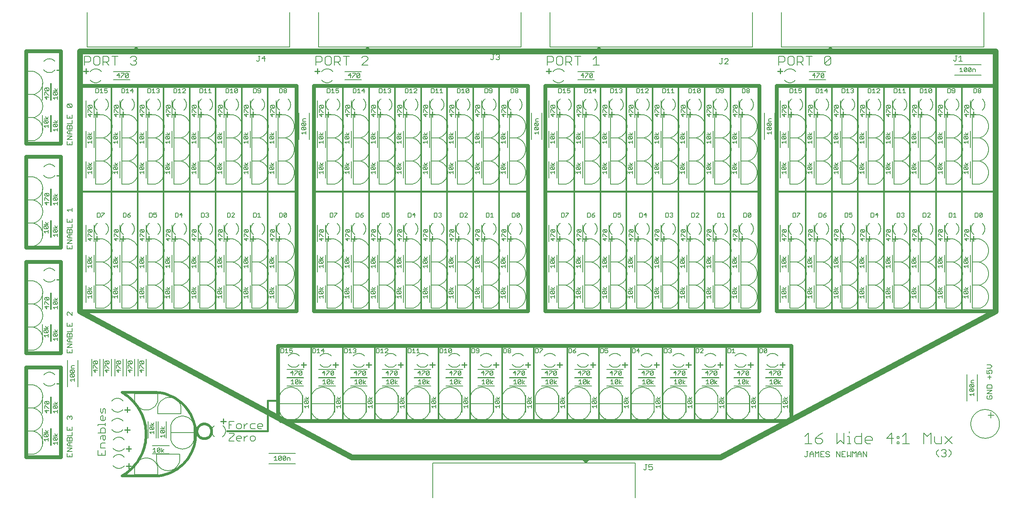
<source format=gto>
G04 Output by ViewMate Deluxe V11.0.9  PentaLogix LLC*
G04 Mon Mar 30 14:28:05 2015*
%FSLAX33Y33*%
%MOMM*%
%IPPOS*%
%ADD17C,0.4064*%
%ADD18C,0.3048*%
%ADD19C,0.6096*%
%ADD20C,0.127*%
%ADD21C,0.254*%
%ADD22C,0.13*%
%ADD119C,0.2032*%
%ADD120C,0.1524*%
%ADD122C,0.8128*%
%ADD123C,0.1778*%
%ADD124C,1.27*%

%LPD*%
X0Y0D2*D22*G1X192535Y16777D2*X192535Y15608D1*D17*X52159Y21272D2*X61049Y21272D1*X61049Y27940*X63271Y27940*X221069Y73978D2*X179159Y73978D1*X172809Y73978*X122009Y73978D2*X168999Y73978D1*X71526Y73978D2*X118199Y73978D1*X19774Y73978D2*X67399Y73978D1*D18*X213449Y97155D2*X213449Y47625D1*X207734Y47625D2*X207734Y97155D1*X202019Y97155D2*X202019Y47625D1*X196304Y47625D2*X196304Y97155D1*X190589Y97155D2*X190589Y47625D1*X184874Y47625D2*X184874Y97155D1*X179159Y47625D2*X179159Y73978D1*X179159Y97155*X26759Y47625D2*X26759Y97155D1*X32474Y97155D2*X32474Y47625D1*X38189Y47625D2*X38189Y97155D1*X43904Y97155D2*X43904Y47625D1*X49619Y47625D2*X49619Y97155D1*X55334Y97155D2*X55334Y47625D1*X61049Y47625D2*X61049Y97155D1*X77559Y97155D2*X77559Y47625D1*X83274Y47625D2*X83274Y97155D1*X88989Y97155D2*X88989Y47625D1*X94704Y47625D2*X94704Y97155D1*X100419Y97155D2*X100419Y47625D1*X106134Y47625D2*X106134Y97155D1*X111849Y97155D2*X111849Y47625D1*X128359Y47625D2*X128359Y97155D1*X134074Y97155D2*X134074Y47625D1*X139789Y47625D2*X139789Y97155D1*X145504Y97155D2*X145504Y47625D1*X151219Y47625D2*X151219Y97155D1*X156934Y97155D2*X156934Y47625D1*X162649Y47625D2*X162649Y97155D1*X168681Y23495D2*X168681Y40005D1*X161696Y40005D2*X161696Y23495D1*X154711Y23495D2*X154711Y40005D1*X147726Y40005D2*X147726Y23495D1*X140741Y23495D2*X140741Y40005D1*X133756Y40005D2*X133756Y23495D1*X126771Y23495D2*X126771Y40005D1*X119469Y40005D2*X119469Y23495D1*X112484Y23495D2*X112484Y40005D1*X105499Y40005D2*X105499Y23495D1*X98514Y23495D2*X98514Y40005D1*X91529Y40005D2*X91529Y23495D1*X84544Y23495D2*X84544Y40005D1*X77559Y40005D2*X77559Y23495D1*X70574Y23495D2*X70574Y40005D1*D19*X35649Y29845D2*X28981Y29845D1*X29423Y29576*X29853Y29284*X30267Y28974*X30663Y28641*X31044Y28293*X31410Y27922*X31755Y27539*X32080Y27135*X32388Y26718*X32672Y26286*X32936Y25842*X33180Y25385*X33398Y24915*X33597Y24435*X33769Y23947*X33919Y23452*X34044Y22949*X34143Y22441*X34219Y21928*X34270Y21415*X34295Y20897*X34295Y20378*X34270Y19860*X34219Y19347*X34143Y18834*X34044Y18326*X33919Y17823*X33769Y17328*X33597Y16840*X33398Y16360*X33180Y15890*X32936Y15433*X32672Y14989*X32388Y14557*X32080Y14140*X31755Y13736*X31410Y13353*X31044Y12982*X30663Y12634*X30267Y12301*X29853Y11991*X29423Y11699*X28981Y11430*X36284Y11430*X36728Y11455*X37170Y11504*X37610Y11572*X38047Y11664*X38478Y11773*X38903Y11905*X39322Y12057*X39733Y12230*X40135Y12421*X40526Y12631*X40907Y12863*X41278Y13109*X41636Y13376*X41979Y13658*X42309Y13957*X42624Y14270*X42923Y14600*X43208Y14943*X43475Y15298*X43724Y15669*X43955Y16050*X44168Y16441*X44361Y16843*X44534Y17252*X44689Y17668*X44821Y18095*X44933Y18524*X45024Y18961*X45095Y19401*X45143Y19842*X45171Y20287*X45179Y20731*X45164Y21179*X45126Y21620*X45067Y22062*X44988Y22499*X44887Y22934*X44768Y23363*X44625Y23785*X44463Y24199*X44280Y24605*X44079Y25004*X43858Y25390*X43619Y25766*X43363Y26129*X43089Y26480*X42799Y26817*X42492Y27140*X42172Y27447*X41834Y27739*X41483Y28014*X41123Y28273*X40747Y28514*X40361Y28735*X39964Y28938*X39558Y29121*X39144Y29284*X38722Y29428*X38296Y29550*X37861Y29652*X37424Y29733*X36982Y29794*X36538Y29832*X36093Y29850*X35649Y29845*X45461Y21272D2*X45466Y21146D1*X45481Y21018*X45507Y20894*X45540Y20772*X45583Y20653*X45636Y20538*X45700Y20427*X45771Y20323*X45850Y20221*X45936Y20130*X46027Y20043*X46129Y19964*X46233Y19893*X46345Y19830*X46459Y19776*X46579Y19733*X46700Y19700*X46825Y19675*X46952Y19660*X47079Y19655*X47206Y19660*X47333Y19675*X47457Y19700*X47579Y19733*X47699Y19776*X47813Y19830*X47925Y19893*X48029Y19964*X48130Y20043*X48222Y20130*X48308Y20221*X48387Y20323*X48458Y20427*X48522Y20538*X48575Y20653*X48618Y20772*X48651Y20894*X48677Y21018*X48692Y21146*X48697Y21272*X48692Y21400*X48677Y21526*X48651Y21651*X48618Y21773*X48575Y21892*X48522Y22007*X48458Y22118*X48387Y22222*X48308Y22324*X48222Y22416*X48130Y22502*X48029Y22581*X47925Y22652*X47813Y22715*X47699Y22769*X47579Y22812*X47457Y22845*X47333Y22870*X47206Y22885*X47079Y22890*X46952Y22885*X46825Y22870*X46700Y22845*X46579Y22812*X46459Y22769*X46345Y22715*X46233Y22652*X46129Y22581*X46027Y22502*X45936Y22416*X45850Y22324*X45771Y22222*X45700Y22118*X45636Y22007*X45583Y21892*X45540Y21773*X45507Y21651*X45481Y21526*X45466Y21400*X45461Y21272*D20*X215379Y22860D2*X215384Y22682D1*X215400Y22504*X215425Y22327*X215461Y22154*X215504Y21981*X215560Y21811*X215623Y21643*X215697Y21481*X215778Y21323*X215870Y21171*X215971Y21024*X216078Y20881*X216195Y20747*X216317Y20617*X216449Y20495*X216586Y20381*X216728Y20277*X216878Y20178*X217033Y20089*X217190Y20008*X217355Y19936*X217521Y19876*X217693Y19825*X217866Y19782*X218041Y19748*X218216Y19726*X218394Y19713*X218575Y19710*X218752Y19718*X218930Y19736*X219105Y19764*X219278Y19802*X219451Y19848*X219621Y19906*X219786Y19972*X219946Y20048*X220104Y20132*X220256Y20226*X220401Y20328*X220543Y20437*X220675Y20556*X220802Y20681*X220922Y20813*X221033Y20952*X221137Y21097*X221234Y21247*X221320Y21402*X221399Y21562*X221468Y21727*X221526Y21895*X221577Y22068*X221618Y22240*X221648Y22416*X221668Y22593*X221678Y22771*X221678Y22949*X221668Y23127*X221648Y23304*X221618Y23480*X221577Y23652*X221526Y23825*X221468Y23993*X221399Y24158*X221320Y24318*X221234Y24473*X221137Y24623*X221033Y24768*X220922Y24907*X220802Y25039*X220675Y25164*X220543Y25283*X220401Y25392*X220256Y25494*X220104Y25588*X219946Y25672*X219786Y25748*X219621Y25814*X219451Y25872*X219278Y25918*X219105Y25956*X218930Y25984*X218752Y26002*X218575Y26010*X218394Y26007*X218216Y25994*X218041Y25972*X217866Y25938*X217693Y25895*X217521Y25844*X217355Y25784*X217190Y25712*X217033Y25631*X216878Y25542*X216728Y25443*X216586Y25339*X216449Y25225*X216317Y25103*X216195Y24973*X216078Y24839*X215971Y24696*X215870Y24549*X215778Y24397*X215697Y24239*X215623Y24077*X215560Y23909*X215504Y23739*X215461Y23566*X215425Y23393*X215400Y23216*X215384Y23038*X215379Y22860*X219164Y24765D2*X220434Y24765D1*X219799Y25400D2*X219799Y24130D1*X177190Y63500D2*X177345Y63464D1*X177495Y63419*X177645Y63365*X177790Y63302*X177930Y63231*X178067Y63149*X178199Y63061*X178323Y62964*X178443Y62862*X178554Y62751*X178661Y62634*X178760Y62509*X178849Y62380*X178933Y62245*X179006Y62106*X179073Y61961*X179128Y61813*X179177Y61664*X179215Y61509*X179243Y61354*X179263Y61196*X179273Y61039*X179273Y60881*X179263Y60724*X179243Y60566*X179215Y60411*X179177Y60256*X179128Y60107*X179073Y59959*X179006Y59814*X178933Y59675*X178849Y59540*X178760Y59411*X178661Y59286*X178554Y59169*X178443Y59058*X178323Y58956*X178199Y58859*X178067Y58771*X177930Y58689*X177790Y58618*X177645Y58555*X177495Y58501*X177345Y58456*X177190Y58420*X177345Y58384*X177495Y58339*X177645Y58285*X177790Y58222*X177930Y58151*X178067Y58069*X178199Y57981*X178323Y57884*X178443Y57782*X178554Y57671*X178661Y57554*X178760Y57429*X178849Y57300*X178933Y57165*X179006Y57026*X179073Y56881*X179128Y56733*X179177Y56584*X179215Y56429*X179243Y56274*X179263Y56116*X179273Y55959*X179273Y55801*X179263Y55644*X179243Y55486*X179215Y55331*X179177Y55176*X179128Y55027*X179073Y54879*X179006Y54734*X178933Y54595*X178849Y54460*X178760Y54331*X178661Y54206*X178554Y54089*X178443Y53978*X178323Y53876*X178199Y53779*X178067Y53691*X177930Y53609*X177790Y53538*X177645Y53475*X177495Y53421*X177345Y53376*X177190Y53340*X177345Y53304*X177495Y53259*X177645Y53205*X177790Y53142*X177930Y53071*X178067Y52989*X178199Y52901*X178323Y52804*X178443Y52702*X178554Y52591*X178661Y52474*X178760Y52349*X178849Y52220*X178933Y52085*X179006Y51946*X179073Y51801*X179128Y51653*X179177Y51504*X179215Y51349*X179243Y51194*X179263Y51036*X179273Y50879*X179273Y50721*X179263Y50564*X179243Y50406*X179215Y50251*X179177Y50096*X179128Y49947*X179073Y49799*X179006Y49654*X178933Y49515*X178849Y49380*X178760Y49251*X178661Y49126*X178554Y49009*X178443Y48898*X178323Y48796*X178199Y48699*X178067Y48611*X177930Y48529*X177790Y48458*X177645Y48395*X177495Y48341*X177345Y48296*X177190Y48260*X175666Y48260*X9550Y31432D2*X9705Y31397D1*X9855Y31351*X10005Y31298*X10150Y31234*X10290Y31163*X10427Y31082*X10559Y30993*X10683Y30897*X10803Y30795*X10914Y30683*X11021Y30566*X11120Y30442*X11209Y30312*X11293Y30178*X11366Y30038*X11433Y29893*X11488Y29746*X11537Y29596*X11575Y29441*X11603Y29286*X11623Y29129*X11633Y28971*X11633Y28814*X11623Y28656*X11603Y28499*X11575Y28344*X11537Y28189*X11488Y28039*X11433Y27892*X11366Y27747*X11293Y27607*X11209Y27473*X11120Y27343*X11021Y27219*X10914Y27102*X10803Y26990*X10683Y26888*X10559Y26792*X10427Y26703*X10290Y26622*X10150Y26551*X10005Y26487*X9855Y26434*X9705Y26388*X9550Y26352*X9705Y26317*X9855Y26271*X10005Y26218*X10150Y26154*X10290Y26083*X10427Y26002*X10559Y25913*X10683Y25817*X10803Y25715*X10914Y25603*X11021Y25486*X11120Y25362*X11209Y25232*X11293Y25098*X11366Y24958*X11433Y24813*X11488Y24666*X11537Y24516*X11575Y24361*X11603Y24206*X11623Y24049*X11633Y23891*X11633Y23734*X11623Y23576*X11603Y23419*X11575Y23264*X11537Y23109*X11488Y22959*X11433Y22812*X11366Y22667*X11293Y22527*X11209Y22393*X11120Y22263*X11021Y22139*X10914Y22022*X10803Y21910*X10683Y21808*X10559Y21712*X10427Y21623*X10290Y21542*X10150Y21471*X10005Y21407*X9855Y21354*X9705Y21308*X9550Y21272*X9705Y21237*X9855Y21191*X10005Y21138*X10150Y21074*X10290Y21003*X10427Y20922*X10559Y20833*X10683Y20737*X10803Y20635*X10914Y20523*X11021Y20406*X11120Y20282*X11209Y20152*X11293Y20018*X11366Y19878*X11433Y19733*X11488Y19586*X11537Y19436*X11575Y19281*X11603Y19126*X11623Y18969*X11633Y18811*X11633Y18654*X11623Y18496*X11603Y18339*X11575Y18184*X11537Y18029*X11488Y17879*X11433Y17732*X11366Y17587*X11293Y17447*X11209Y17313*X11120Y17183*X11021Y17059*X10914Y16942*X10803Y16830*X10683Y16728*X10559Y16632*X10427Y16543*X10290Y16462*X10150Y16391*X10005Y16327*X9855Y16274*X9705Y16228*X9550Y16192*X8026Y16192*X8026Y21272*X9550Y21272*X8026Y21272*X8026Y26352*X9550Y26352*X8026Y26352*X8026Y31432*X9550Y31432*X9550Y54292D2*X9705Y54257D1*X9855Y54211*X10005Y54158*X10150Y54094*X10290Y54023*X10427Y53942*X10559Y53853*X10683Y53757*X10803Y53655*X10914Y53543*X11021Y53426*X11120Y53302*X11209Y53172*X11293Y53038*X11366Y52898*X11433Y52753*X11488Y52606*X11537Y52456*X11575Y52301*X11603Y52146*X11623Y51989*X11633Y51831*X11633Y51674*X11623Y51516*X11603Y51359*X11575Y51204*X11537Y51049*X11488Y50899*X11433Y50752*X11366Y50607*X11293Y50467*X11209Y50333*X11120Y50203*X11021Y50079*X10914Y49962*X10803Y49850*X10683Y49748*X10559Y49652*X10427Y49563*X10290Y49482*X10150Y49411*X10005Y49347*X9855Y49294*X9705Y49248*X9550Y49212*X9705Y49177*X9855Y49131*X10005Y49078*X10150Y49014*X10290Y48943*X10427Y48862*X10559Y48773*X10683Y48677*X10803Y48575*X10914Y48463*X11021Y48346*X11120Y48222*X11209Y48092*X11293Y47958*X11366Y47818*X11433Y47673*X11488Y47526*X11537Y47376*X11575Y47221*X11603Y47066*X11623Y46909*X11633Y46751*X11633Y46594*X11623Y46436*X11603Y46279*X11575Y46124*X11537Y45969*X11488Y45819*X11433Y45672*X11366Y45527*X11293Y45387*X11209Y45253*X11120Y45123*X11021Y44999*X10914Y44882*X10803Y44770*X10683Y44668*X10559Y44572*X10427Y44483*X10290Y44402*X10150Y44331*X10005Y44267*X9855Y44214*X9705Y44168*X9550Y44132*X9705Y44097*X9855Y44051*X10005Y43998*X10150Y43934*X10290Y43863*X10427Y43782*X10559Y43693*X10683Y43597*X10803Y43495*X10914Y43383*X11021Y43266*X11120Y43142*X11209Y43012*X11293Y42878*X11366Y42738*X11433Y42593*X11488Y42446*X11537Y42296*X11575Y42141*X11603Y41986*X11623Y41829*X11633Y41671*X11633Y41514*X11623Y41356*X11603Y41199*X11575Y41044*X11537Y40889*X11488Y40739*X11433Y40592*X11366Y40447*X11293Y40307*X11209Y40173*X11120Y40043*X11021Y39919*X10914Y39802*X10803Y39690*X10683Y39588*X10559Y39492*X10427Y39403*X10290Y39322*X10150Y39251*X10005Y39187*X9855Y39134*X9705Y39088*X9550Y39052*X8026Y39052*X8026Y44132*X9550Y44132*X8026Y44132*X8026Y49212*X9550Y49212*X8026Y49212*X8026Y54292*X9550Y54292*X24790Y63500D2*X24945Y63464D1*X25095Y63419*X25245Y63365*X25390Y63302*X25530Y63231*X25667Y63149*X25799Y63061*X25923Y62964*X26043Y62862*X26154Y62751*X26261Y62634*X26360Y62509*X26449Y62380*X26533Y62245*X26606Y62106*X26673Y61961*X26728Y61813*X26777Y61664*X26815Y61509*X26843Y61354*X26863Y61196*X26873Y61039*X26873Y60881*X26863Y60724*X26843Y60566*X26815Y60411*X26777Y60256*X26728Y60107*X26673Y59959*X26606Y59814*X26533Y59675*X26449Y59540*X26360Y59411*X26261Y59286*X26154Y59169*X26043Y59058*X25923Y58956*X25799Y58859*X25667Y58771*X25530Y58689*X25390Y58618*X25245Y58555*X25095Y58501*X24945Y58456*X24790Y58420*X24945Y58384*X25095Y58339*X25245Y58285*X25390Y58222*X25530Y58151*X25667Y58069*X25799Y57981*X25923Y57884*X26043Y57782*X26154Y57671*X26261Y57554*X26360Y57429*X26449Y57300*X26533Y57165*X26606Y57026*X26673Y56881*X26728Y56733*X26777Y56584*X26815Y56429*X26843Y56274*X26863Y56116*X26873Y55959*X26873Y55801*X26863Y55644*X26843Y55486*X26815Y55331*X26777Y55176*X26728Y55027*X26673Y54879*X26606Y54734*X26533Y54595*X26449Y54460*X26360Y54331*X26261Y54206*X26154Y54089*X26043Y53978*X25923Y53876*X25799Y53779*X25667Y53691*X25530Y53609*X25390Y53538*X25245Y53475*X25095Y53421*X24945Y53376*X24790Y53340*X24945Y53304*X25095Y53259*X25245Y53205*X25390Y53142*X25530Y53071*X25667Y52989*X25799Y52901*X25923Y52804*X26043Y52702*X26154Y52591*X26261Y52474*X26360Y52349*X26449Y52220*X26533Y52085*X26606Y51946*X26673Y51801*X26728Y51653*X26777Y51504*X26815Y51349*X26843Y51194*X26863Y51036*X26873Y50879*X26873Y50721*X26863Y50564*X26843Y50406*X26815Y50251*X26777Y50096*X26728Y49947*X26673Y49799*X26606Y49654*X26533Y49515*X26449Y49380*X26360Y49251*X26261Y49126*X26154Y49009*X26043Y48898*X25923Y48796*X25799Y48699*X25667Y48611*X25530Y48529*X25390Y48458*X25245Y48395*X25095Y48341*X24945Y48296*X24790Y48260*X23266Y48260*X23266Y53340*X24790Y53340*X23266Y53340*X23266Y58420*X24790Y58420*X23266Y58420*X23266Y63500*X24790Y63500*X30505Y63500D2*X30660Y63464D1*X30810Y63419*X30960Y63365*X31105Y63302*X31245Y63231*X31382Y63149*X31514Y63061*X31638Y62964*X31758Y62862*X31869Y62751*X31976Y62634*X32075Y62509*X32164Y62380*X32248Y62245*X32322Y62106*X32388Y61961*X32443Y61813*X32492Y61664*X32530Y61509*X32558Y61354*X32578Y61196*X32588Y61039*X32588Y60881*X32578Y60724*X32558Y60566*X32530Y60411*X32492Y60256*X32443Y60107*X32388Y59959*X32322Y59814*X32248Y59675*X32164Y59540*X32075Y59411*X31976Y59286*X31869Y59169*X31758Y59058*X31638Y58956*X31514Y58859*X31382Y58771*X31245Y58689*X31105Y58618*X30960Y58555*X30810Y58501*X30660Y58456*X30505Y58420*X30660Y58384*X30810Y58339*X30960Y58285*X31105Y58222*X31245Y58151*X31382Y58069*X31514Y57981*X31638Y57884*X31758Y57782*X31869Y57671*X31976Y57554*X32075Y57429*X32164Y57300*X32248Y57165*X32322Y57026*X32388Y56881*X32443Y56733*X32492Y56584*X32530Y56429*X32558Y56274*X32578Y56116*X32588Y55959*X32588Y55801*X32578Y55644*X32558Y55486*X32530Y55331*X32492Y55176*X32443Y55027*X32388Y54879*X32322Y54734*X32248Y54595*X32164Y54460*X32075Y54331*X31976Y54206*X31869Y54089*X31758Y53978*X31638Y53876*X31514Y53779*X31382Y53691*X31245Y53609*X31105Y53538*X30960Y53475*X30810Y53421*X30660Y53376*X30505Y53340*X30660Y53304*X30810Y53259*X30960Y53205*X31105Y53142*X31245Y53071*X31382Y52989*X31514Y52901*X31638Y52804*X31758Y52702*X31869Y52591*X31976Y52474*X32075Y52349*X32164Y52220*X32248Y52085*X32322Y51946*X32388Y51801*X32443Y51653*X32492Y51504*X32530Y51349*X32558Y51194*X32578Y51036*X32588Y50879*X32588Y50721*X32578Y50564*X32558Y50406*X32530Y50251*X32492Y50096*X32443Y49947*X32388Y49799*X32322Y49654*X32248Y49515*X32164Y49380*X32075Y49251*X31976Y49126*X31869Y49009*X31758Y48898*X31638Y48796*X31514Y48699*X31382Y48611*X31245Y48529*X31105Y48458*X30960Y48395*X30810Y48341*X30660Y48296*X30505Y48260*X28981Y48260*X28981Y53340*X30505Y53340*X28981Y53340*X28981Y58420*X30505Y58420*X28981Y58420*X28981Y63500*X30505Y63500*X36220Y63500D2*X36375Y63464D1*X36525Y63419*X36675Y63365*X36820Y63302*X36960Y63231*X37097Y63149*X37229Y63061*X37353Y62964*X37473Y62862*X37584Y62751*X37691Y62634*X37790Y62509*X37879Y62380*X37963Y62245*X38036Y62106*X38103Y61961*X38158Y61813*X38207Y61664*X38245Y61509*X38273Y61354*X38293Y61196*X38303Y61039*X38303Y60881*X38293Y60724*X38273Y60566*X38245Y60411*X38207Y60256*X38158Y60107*X38103Y59959*X38036Y59814*X37963Y59675*X37879Y59540*X37790Y59411*X37691Y59286*X37584Y59169*X37473Y59058*X37353Y58956*X37229Y58859*X37097Y58771*X36960Y58689*X36820Y58618*X36675Y58555*X36525Y58501*X36375Y58456*X36220Y58420*X36375Y58384*X36525Y58339*X36675Y58285*X36820Y58222*X36960Y58151*X37097Y58069*X37229Y57981*X37353Y57884*X37473Y57782*X37584Y57671*X37691Y57554*X37790Y57429*X37879Y57300*X37963Y57165*X38036Y57026*X38103Y56881*X38158Y56733*X38207Y56584*X38245Y56429*X38273Y56274*X38293Y56116*X38303Y55959*X38303Y55801*X38293Y55644*X38273Y55486*X38245Y55331*X38207Y55176*X38158Y55027*X38103Y54879*X38036Y54734*X37963Y54595*X37879Y54460*X37790Y54331*X37691Y54206*X37584Y54089*X37473Y53978*X37353Y53876*X37229Y53779*X37097Y53691*X36960Y53609*X36820Y53538*X36675Y53475*X36525Y53421*X36375Y53376*X36220Y53340*X36375Y53304*X36525Y53259*X36675Y53205*X36820Y53142*X36960Y53071*X37097Y52989*X37229Y52901*X37353Y52804*X37473Y52702*X37584Y52591*X37691Y52474*X37790Y52349*X37879Y52220*X37963Y52085*X38036Y51946*X38103Y51801*X38158Y51653*X38207Y51504*X38245Y51349*X38273Y51194*X38293Y51036*X38303Y50879*X38303Y50721*X38293Y50564*X38273Y50406*X38245Y50251*X38207Y50096*X38158Y49947*X38103Y49799*X38036Y49654*X37963Y49515*X37879Y49380*X37790Y49251*X37691Y49126*X37584Y49009*X37473Y48898*X37353Y48796*X37229Y48699*X37097Y48611*X36960Y48529*X36820Y48458*X36675Y48395*X36525Y48341*X36375Y48296*X36220Y48260*X34696Y48260*X34696Y53340*X36220Y53340*X34696Y53340*X34696Y58420*X36220Y58420*X34696Y58420*X34696Y63500*X36220Y63500*X41935Y63500D2*X42090Y63464D1*X42240Y63419*X42390Y63365*X42535Y63302*X42675Y63231*X42812Y63149*X42944Y63061*X43068Y62964*X43188Y62862*X43299Y62751*X43406Y62634*X43505Y62509*X43594Y62380*X43678Y62245*X43752Y62106*X43818Y61961*X43873Y61813*X43922Y61664*X43960Y61509*X43988Y61354*X44008Y61196*X44018Y61039*X44018Y60881*X44008Y60724*X43988Y60566*X43960Y60411*X43922Y60256*X43873Y60107*X43818Y59959*X43752Y59814*X43678Y59675*X43594Y59540*X43505Y59411*X43406Y59286*X43299Y59169*X43188Y59058*X43068Y58956*X42944Y58859*X42812Y58771*X42675Y58689*X42535Y58618*X42390Y58555*X42240Y58501*X42090Y58456*X41935Y58420*X42090Y58384*X42240Y58339*X42390Y58285*X42535Y58222*X42675Y58151*X42812Y58069*X42944Y57981*X43068Y57884*X43188Y57782*X43299Y57671*X43406Y57554*X43505Y57429*X43594Y57300*X43678Y57165*X43752Y57026*X43818Y56881*X43873Y56733*X43922Y56584*X43960Y56429*X43988Y56274*X44008Y56116*X44018Y55959*X44018Y55801*X44008Y55644*X43988Y55486*X43960Y55331*X43922Y55176*X43873Y55027*X43818Y54879*X43752Y54734*X43678Y54595*X43594Y54460*X43505Y54331*X43406Y54206*X43299Y54089*X43188Y53978*X43068Y53876*X42944Y53779*X42812Y53691*X42675Y53609*X42535Y53538*X42390Y53475*X42240Y53421*X42090Y53376*X41935Y53340*X42090Y53304*X42240Y53259*X42390Y53205*X42535Y53142*X42675Y53071*X42812Y52989*X42944Y52901*X43068Y52804*X43188Y52702*X43299Y52591*X43406Y52474*X43505Y52349*X43594Y52220*X43678Y52085*X43752Y51946*X43818Y51801*X43873Y51653*X43922Y51504*X43960Y51349*X43988Y51194*X44008Y51036*X44018Y50879*X44018Y50721*X44008Y50564*X43988Y50406*X43960Y50251*X43922Y50096*X43873Y49947*X43818Y49799*X43752Y49654*X43678Y49515*X43594Y49380*X43505Y49251*X43406Y49126*X43299Y49009*X43188Y48898*X43068Y48796*X42944Y48699*X42812Y48611*X42675Y48529*X42535Y48458*X42390Y48395*X42240Y48341*X42090Y48296*X41935Y48260*X40411Y48260*X40411Y53340*X41935Y53340*X40411Y53340*X40411Y58420*X41935Y58420*X40411Y58420*X40411Y63500*X41935Y63500*X47650Y63500D2*X47805Y63464D1*X47955Y63419*X48105Y63365*X48250Y63302*X48390Y63231*X48527Y63149*X48659Y63061*X48783Y62964*X48903Y62862*X49014Y62751*X49121Y62634*X49220Y62509*X49309Y62380*X49393Y62245*X49466Y62106*X49533Y61961*X49588Y61813*X49637Y61664*X49675Y61509*X49703Y61354*X49723Y61196*X49733Y61039*X49733Y60881*X49723Y60724*X49703Y60566*X49675Y60411*X49637Y60256*X49588Y60107*X49533Y59959*X49466Y59814*X49393Y59675*X49309Y59540*X49220Y59411*X49121Y59286*X49014Y59169*X48903Y59058*X48783Y58956*X48659Y58859*X48527Y58771*X48390Y58689*X48250Y58618*X48105Y58555*X47955Y58501*X47805Y58456*X47650Y58420*X47805Y58384*X47955Y58339*X48105Y58285*X48250Y58222*X48390Y58151*X48527Y58069*X48659Y57981*X48783Y57884*X48903Y57782*X49014Y57671*X49121Y57554*X49220Y57429*X49309Y57300*X49393Y57165*X49466Y57026*X49533Y56881*X49588Y56733*X49637Y56584*X49675Y56429*X49703Y56274*X49723Y56116*X49733Y55959*X49733Y55801*X49723Y55644*X49703Y55486*X49675Y55331*X49637Y55176*X49588Y55027*X49533Y54879*X49466Y54734*X49393Y54595*X49309Y54460*X49220Y54331*X49121Y54206*X49014Y54089*X48903Y53978*X48783Y53876*X48659Y53779*X48527Y53691*X48390Y53609*X48250Y53538*X48105Y53475*X47955Y53421*X47805Y53376*X47650Y53340*X47805Y53304*X47955Y53259*X48105Y53205*X48250Y53142*X48390Y53071*X48527Y52989*X48659Y52901*X48783Y52804*X48903Y52702*X49014Y52591*X49121Y52474*X49220Y52349*X49309Y52220*X49393Y52085*X49466Y51946*X49533Y51801*X49588Y51653*X49637Y51504*X49675Y51349*X49703Y51194*X49723Y51036*X49733Y50879*X49733Y50721*X49723Y50564*X49703Y50406*X49675Y50251*X49637Y50096*X49588Y49947*X49533Y49799*X49466Y49654*X49393Y49515*X49309Y49380*X49220Y49251*X49121Y49126*X49014Y49009*X48903Y48898*X48783Y48796*X48659Y48699*X48527Y48611*X48390Y48529*X48250Y48458*X48105Y48395*X47955Y48341*X47805Y48296*X47650Y48260*X46126Y48260*X46126Y53340*X47650Y53340*X46126Y53340*X46126Y58420*X47650Y58420*X46126Y58420*X46126Y63500*X47650Y63500*X53365Y63500D2*X53520Y63464D1*X53670Y63419*X53820Y63365*X53965Y63302*X54105Y63231*X54242Y63149*X54374Y63061*X54498Y62964*X54618Y62862*X54729Y62751*X54836Y62634*X54935Y62509*X55024Y62380*X55108Y62245*X55182Y62106*X55248Y61961*X55303Y61813*X55352Y61664*X55390Y61509*X55418Y61354*X55438Y61196*X55448Y61039*X55448Y60881*X55438Y60724*X55418Y60566*X55390Y60411*X55352Y60256*X55303Y60107*X55248Y59959*X55182Y59814*X55108Y59675*X55024Y59540*X54935Y59411*X54836Y59286*X54729Y59169*X54618Y59058*X54498Y58956*X54374Y58859*X54242Y58771*X54105Y58689*X53965Y58618*X53820Y58555*X53670Y58501*X53520Y58456*X53365Y58420*X53520Y58384*X53670Y58339*X53820Y58285*X53965Y58222*X54105Y58151*X54242Y58069*X54374Y57981*X54498Y57884*X54618Y57782*X54729Y57671*X54836Y57554*X54935Y57429*X55024Y57300*X55108Y57165*X55182Y57026*X55248Y56881*X55303Y56733*X55352Y56584*X55390Y56429*X55418Y56274*X55438Y56116*X55448Y55959*X55448Y55801*X55438Y55644*X55418Y55486*X55390Y55331*X55352Y55176*X55303Y55027*X55248Y54879*X55182Y54734*X55108Y54595*X55024Y54460*X54935Y54331*X54836Y54206*X54729Y54089*X54618Y53978*X54498Y53876*X54374Y53779*X54242Y53691*X54105Y53609*X53965Y53538*X53820Y53475*X53670Y53421*X53520Y53376*X53365Y53340*X53520Y53304*X53670Y53259*X53820Y53205*X53965Y53142*X54105Y53071*X54242Y52989*X54374Y52901*X54498Y52804*X54618Y52702*X54729Y52591*X54836Y52474*X54935Y52349*X55024Y52220*X55108Y52085*X55182Y51946*X55248Y51801*X55303Y51653*X55352Y51504*X55390Y51349*X55418Y51194*X55438Y51036*X55448Y50879*X55448Y50721*X55438Y50564*X55418Y50406*X55390Y50251*X55352Y50096*X55303Y49947*X55248Y49799*X55182Y49654*X55108Y49515*X55024Y49380*X54935Y49251*X54836Y49126*X54729Y49009*X54618Y48898*X54498Y48796*X54374Y48699*X54242Y48611*X54105Y48529*X53965Y48458*X53820Y48395*X53670Y48341*X53520Y48296*X53365Y48260*X51841Y48260*X51841Y53340*X53365Y53340*X51841Y53340*X51841Y58420*X53365Y58420*X51841Y58420*X51841Y63500*X53365Y63500*X59080Y63500D2*X59235Y63464D1*X59385Y63419*X59535Y63365*X59680Y63302*X59820Y63231*X59957Y63149*X60089Y63061*X60213Y62964*X60333Y62862*X60444Y62751*X60551Y62634*X60650Y62509*X60739Y62380*X60823Y62245*X60896Y62106*X60963Y61961*X61018Y61813*X61067Y61664*X61105Y61509*X61133Y61354*X61153Y61196*X61163Y61039*X61163Y60881*X61153Y60724*X61133Y60566*X61105Y60411*X61067Y60256*X61018Y60107*X60963Y59959*X60896Y59814*X60823Y59675*X60739Y59540*X60650Y59411*X60551Y59286*X60444Y59169*X60333Y59058*X60213Y58956*X60089Y58859*X59957Y58771*X59820Y58689*X59680Y58618*X59535Y58555*X59385Y58501*X59235Y58456*X59080Y58420*X59235Y58384*X59385Y58339*X59535Y58285*X59680Y58222*X59820Y58151*X59957Y58069*X60089Y57981*X60213Y57884*X60333Y57782*X60444Y57671*X60551Y57554*X60650Y57429*X60739Y57300*X60823Y57165*X60896Y57026*X60963Y56881*X61018Y56733*X61067Y56584*X61105Y56429*X61133Y56274*X61153Y56116*X61163Y55959*X61163Y55801*X61153Y55644*X61133Y55486*X61105Y55331*X61067Y55176*X61018Y55027*X60963Y54879*X60896Y54734*X60823Y54595*X60739Y54460*X60650Y54331*X60551Y54206*X60444Y54089*X60333Y53978*X60213Y53876*X60089Y53779*X59957Y53691*X59820Y53609*X59680Y53538*X59535Y53475*X59385Y53421*X59235Y53376*X59080Y53340*X59235Y53304*X59385Y53259*X59535Y53205*X59680Y53142*X59820Y53071*X59957Y52989*X60089Y52901*X60213Y52804*X60333Y52702*X60444Y52591*X60551Y52474*X60650Y52349*X60739Y52220*X60823Y52085*X60896Y51946*X60963Y51801*X61018Y51653*X61067Y51504*X61105Y51349*X61133Y51194*X61153Y51036*X61163Y50879*X61163Y50721*X61153Y50564*X61133Y50406*X61105Y50251*X61067Y50096*X61018Y49947*X60963Y49799*X60896Y49654*X60823Y49515*X60739Y49380*X60650Y49251*X60551Y49126*X60444Y49009*X60333Y48898*X60213Y48796*X60089Y48699*X59957Y48611*X59820Y48529*X59680Y48458*X59535Y48395*X59385Y48341*X59235Y48296*X59080Y48260*X57556Y48260*X57556Y53340*X59080Y53340*X57556Y53340*X57556Y58420*X59080Y58420*X57556Y58420*X57556Y63500*X59080Y63500*X64795Y63500D2*X64950Y63464D1*X65100Y63419*X65250Y63365*X65395Y63302*X65535Y63231*X65672Y63149*X65804Y63061*X65928Y62964*X66048Y62862*X66159Y62751*X66266Y62634*X66365Y62509*X66454Y62380*X66538Y62245*X66612Y62106*X66678Y61961*X66733Y61813*X66782Y61664*X66820Y61509*X66848Y61354*X66868Y61196*X66878Y61039*X66878Y60881*X66868Y60724*X66848Y60566*X66820Y60411*X66782Y60256*X66733Y60107*X66678Y59959*X66612Y59814*X66538Y59675*X66454Y59540*X66365Y59411*X66266Y59286*X66159Y59169*X66048Y59058*X65928Y58956*X65804Y58859*X65672Y58771*X65535Y58689*X65395Y58618*X65250Y58555*X65100Y58501*X64950Y58456*X64795Y58420*X64950Y58384*X65100Y58339*X65250Y58285*X65395Y58222*X65535Y58151*X65672Y58069*X65804Y57981*X65928Y57884*X66048Y57782*X66159Y57671*X66266Y57554*X66365Y57429*X66454Y57300*X66538Y57165*X66612Y57026*X66678Y56881*X66733Y56733*X66782Y56584*X66820Y56429*X66848Y56274*X66868Y56116*X66878Y55959*X66878Y55801*X66868Y55644*X66848Y55486*X66820Y55331*X66782Y55176*X66733Y55027*X66678Y54879*X66612Y54734*X66538Y54595*X66454Y54460*X66365Y54331*X66266Y54206*X66159Y54089*X66048Y53978*X65928Y53876*X65804Y53779*X65672Y53691*X65535Y53609*X65395Y53538*X65250Y53475*X65100Y53421*X64950Y53376*X64795Y53340*X64950Y53304*X65100Y53259*X65250Y53205*X65395Y53142*X65535Y53071*X65672Y52989*X65804Y52901*X65928Y52804*X66048Y52702*X66159Y52591*X66266Y52474*X66365Y52349*X66454Y52220*X66538Y52085*X66612Y51946*X66678Y51801*X66733Y51653*X66782Y51504*X66820Y51349*X66848Y51194*X66868Y51036*X66878Y50879*X66878Y50721*X66868Y50564*X66848Y50406*X66820Y50251*X66782Y50096*X66733Y49947*X66678Y49799*X66612Y49654*X66538Y49515*X66454Y49380*X66365Y49251*X66266Y49126*X66159Y49009*X66048Y48898*X65928Y48796*X65804Y48699*X65672Y48611*X65535Y48529*X65395Y48458*X65250Y48395*X65100Y48341*X64950Y48296*X64795Y48260*X63271Y48260*X63271Y53340*X64795Y53340*X63271Y53340*X63271Y58420*X64795Y58420*X63271Y58420*X63271Y63500*X64795Y63500*X75590Y63500D2*X75745Y63464D1*X75895Y63419*X76045Y63365*X76190Y63302*X76330Y63231*X76467Y63149*X76599Y63061*X76723Y62964*X76843Y62862*X76954Y62751*X77061Y62634*X77160Y62509*X77249Y62380*X77333Y62245*X77406Y62106*X77473Y61961*X77528Y61813*X77577Y61664*X77615Y61509*X77643Y61354*X77663Y61196*X77673Y61039*X77673Y60881*X77663Y60724*X77643Y60566*X77615Y60411*X77577Y60256*X77528Y60107*X77473Y59959*X77406Y59814*X77333Y59675*X77249Y59540*X77160Y59411*X77061Y59286*X76954Y59169*X76843Y59058*X76723Y58956*X76599Y58859*X76467Y58771*X76330Y58689*X76190Y58618*X76045Y58555*X75895Y58501*X75745Y58456*X75590Y58420*X75745Y58384*X75895Y58339*X76045Y58285*X76190Y58222*X76330Y58151*X76467Y58069*X76599Y57981*X76723Y57884*X76843Y57782*X76954Y57671*X77061Y57554*X77160Y57429*X77249Y57300*X77333Y57165*X77406Y57026*X77473Y56881*X77528Y56733*X77577Y56584*X77615Y56429*X77643Y56274*X77663Y56116*X77673Y55959*X77673Y55801*X77663Y55644*X77643Y55486*X77615Y55331*X77577Y55176*X77528Y55027*X77473Y54879*X77406Y54734*X77333Y54595*X77249Y54460*X77160Y54331*X77061Y54206*X76954Y54089*X76843Y53978*X76723Y53876*X76599Y53779*X76467Y53691*X76330Y53609*X76190Y53538*X76045Y53475*X75895Y53421*X75745Y53376*X75590Y53340*X75745Y53304*X75895Y53259*X76045Y53205*X76190Y53142*X76330Y53071*X76467Y52989*X76599Y52901*X76723Y52804*X76843Y52702*X76954Y52591*X77061Y52474*X77160Y52349*X77249Y52220*X77333Y52085*X77406Y51946*X77473Y51801*X77528Y51653*X77577Y51504*X77615Y51349*X77643Y51194*X77663Y51036*X77673Y50879*X77673Y50721*X77663Y50564*X77643Y50406*X77615Y50251*X77577Y50096*X77528Y49947*X77473Y49799*X77406Y49654*X77333Y49515*X77249Y49380*X77160Y49251*X77061Y49126*X76954Y49009*X76843Y48898*X76723Y48796*X76599Y48699*X76467Y48611*X76330Y48529*X76190Y48458*X76045Y48395*X75895Y48341*X75745Y48296*X75590Y48260*X74066Y48260*X74066Y53340*X75590Y53340*X74066Y53340*X74066Y58420*X75590Y58420*X74066Y58420*X74066Y63500*X75590Y63500*X124866Y63500D2*X126390Y63500D1*X126545Y63464*X126695Y63419*X126845Y63365*X126990Y63302*X127130Y63231*X127267Y63149*X127399Y63061*X127523Y62964*X127643Y62862*X127754Y62751*X127861Y62634*X127960Y62509*X128049Y62380*X128133Y62245*X128206Y62106*X128273Y61961*X128328Y61813*X128377Y61664*X128415Y61509*X128443Y61354*X128463Y61196*X128473Y61039*X128473Y60881*X128463Y60724*X128443Y60566*X128415Y60411*X128377Y60256*X128328Y60107*X128273Y59959*X128206Y59814*X128133Y59675*X128049Y59540*X127960Y59411*X127861Y59286*X127754Y59169*X127643Y59058*X127523Y58956*X127399Y58859*X127267Y58771*X127130Y58689*X126990Y58618*X126845Y58555*X126695Y58501*X126545Y58456*X126390Y58420*X126545Y58384*X126695Y58339*X126845Y58285*X126990Y58222*X127130Y58151*X127267Y58069*X127399Y57981*X127523Y57884*X127643Y57782*X127754Y57671*X127861Y57554*X127960Y57429*X128049Y57300*X128133Y57165*X128206Y57026*X128273Y56881*X128328Y56733*X128377Y56584*X128415Y56429*X128443Y56274*X128463Y56116*X128473Y55959*X128473Y55801*X128463Y55644*X128443Y55486*X128415Y55331*X128377Y55176*X128328Y55027*X128273Y54879*X128206Y54734*X128133Y54595*X128049Y54460*X127960Y54331*X127861Y54206*X127754Y54089*X127643Y53978*X127523Y53876*X127399Y53779*X127267Y53691*X127130Y53609*X126990Y53538*X126845Y53475*X126695Y53421*X126545Y53376*X126390Y53340*X126545Y53304*X126695Y53259*X126845Y53205*X126990Y53142*X127130Y53071*X127267Y52989*X127399Y52901*X127523Y52804*X127643Y52702*X127754Y52591*X127861Y52474*X127960Y52349*X128049Y52220*X128133Y52085*X128206Y51946*X128273Y51801*X128328Y51653*X128377Y51504*X128415Y51349*X128443Y51194*X128463Y51036*X128473Y50879*X128473Y50721*X128463Y50564*X128443Y50406*X128415Y50251*X128377Y50096*X128328Y49947*X128273Y49799*X128206Y49654*X128133Y49515*X128049Y49380*X127960Y49251*X127861Y49126*X127754Y49009*X127643Y48898*X127523Y48796*X127399Y48699*X127267Y48611*X127130Y48529*X126990Y48458*X126845Y48395*X126695Y48341*X126545Y48296*X126390Y48260*X124866Y48260*X124866Y53340*X126390Y53340*X124866Y53340*X124866Y58420*X126390Y58420*X124866Y58420*X124866Y63500*X115595Y63500D2*X115750Y63464D1*X115900Y63419*X116050Y63365*X116195Y63302*X116335Y63231*X116472Y63149*X116604Y63061*X116728Y62964*X116848Y62862*X116959Y62751*X117066Y62634*X117165Y62509*X117254Y62380*X117338Y62245*X117412Y62106*X117478Y61961*X117533Y61813*X117582Y61664*X117620Y61509*X117648Y61354*X117668Y61196*X117678Y61039*X117678Y60881*X117668Y60724*X117648Y60566*X117620Y60411*X117582Y60256*X117533Y60107*X117478Y59959*X117412Y59814*X117338Y59675*X117254Y59540*X117165Y59411*X117066Y59286*X116959Y59169*X116848Y59058*X116728Y58956*X116604Y58859*X116472Y58771*X116335Y58689*X116195Y58618*X116050Y58555*X115900Y58501*X115750Y58456*X115595Y58420*X115750Y58384*X115900Y58339*X116050Y58285*X116195Y58222*X116335Y58151*X116472Y58069*X116604Y57981*X116728Y57884*X116848Y57782*X116959Y57671*X117066Y57554*X117165Y57429*X117254Y57300*X117338Y57165*X117412Y57026*X117478Y56881*X117533Y56733*X117582Y56584*X117620Y56429*X117648Y56274*X117668Y56116*X117678Y55959*X117678Y55801*X117668Y55644*X117648Y55486*X117620Y55331*X117582Y55176*X117533Y55027*X117478Y54879*X117412Y54734*X117338Y54595*X117254Y54460*X117165Y54331*X117066Y54206*X116959Y54089*X116848Y53978*X116728Y53876*X116604Y53779*X116472Y53691*X116335Y53609*X116195Y53538*X116050Y53475*X115900Y53421*X115750Y53376*X115595Y53340*X115750Y53304*X115900Y53259*X116050Y53205*X116195Y53142*X116335Y53071*X116472Y52989*X116604Y52901*X116728Y52804*X116848Y52702*X116959Y52591*X117066Y52474*X117165Y52349*X117254Y52220*X117338Y52085*X117412Y51946*X117478Y51801*X117533Y51653*X117582Y51504*X117620Y51349*X117648Y51194*X117668Y51036*X117678Y50879*X117678Y50721*X117668Y50564*X117648Y50406*X117620Y50251*X117582Y50096*X117533Y49947*X117478Y49799*X117412Y49654*X117338Y49515*X117254Y49380*X117165Y49251*X117066Y49126*X116959Y49009*X116848Y48898*X116728Y48796*X116604Y48699*X116472Y48611*X116335Y48529*X116195Y48458*X116050Y48395*X115900Y48341*X115750Y48296*X115595Y48260*X114071Y48260*X114071Y53340*X115595Y53340*X114071Y53340*X114071Y58420*X115595Y58420*X114071Y58420*X114071Y63500*X115595Y63500*X109880Y63500D2*X110035Y63464D1*X110185Y63419*X110335Y63365*X110480Y63302*X110620Y63231*X110757Y63149*X110889Y63061*X111013Y62964*X111133Y62862*X111244Y62751*X111351Y62634*X111450Y62509*X111539Y62380*X111623Y62245*X111696Y62106*X111763Y61961*X111818Y61813*X111867Y61664*X111905Y61509*X111933Y61354*X111953Y61196*X111963Y61039*X111963Y60881*X111953Y60724*X111933Y60566*X111905Y60411*X111867Y60256*X111818Y60107*X111763Y59959*X111696Y59814*X111623Y59675*X111539Y59540*X111450Y59411*X111351Y59286*X111244Y59169*X111133Y59058*X111013Y58956*X110889Y58859*X110757Y58771*X110620Y58689*X110480Y58618*X110335Y58555*X110185Y58501*X110035Y58456*X109880Y58420*X110035Y58384*X110185Y58339*X110335Y58285*X110480Y58222*X110620Y58151*X110757Y58069*X110889Y57981*X111013Y57884*X111133Y57782*X111244Y57671*X111351Y57554*X111450Y57429*X111539Y57300*X111623Y57165*X111696Y57026*X111763Y56881*X111818Y56733*X111867Y56584*X111905Y56429*X111933Y56274*X111953Y56116*X111963Y55959*X111963Y55801*X111953Y55644*X111933Y55486*X111905Y55331*X111867Y55176*X111818Y55027*X111763Y54879*X111696Y54734*X111623Y54595*X111539Y54460*X111450Y54331*X111351Y54206*X111244Y54089*X111133Y53978*X111013Y53876*X110889Y53779*X110757Y53691*X110620Y53609*X110480Y53538*X110335Y53475*X110185Y53421*X110035Y53376*X109880Y53340*X110035Y53304*X110185Y53259*X110335Y53205*X110480Y53142*X110620Y53071*X110757Y52989*X110889Y52901*X111013Y52804*X111133Y52702*X111244Y52591*X111351Y52474*X111450Y52349*X111539Y52220*X111623Y52085*X111696Y51946*X111763Y51801*X111818Y51653*X111867Y51504*X111905Y51349*X111933Y51194*X111953Y51036*X111963Y50879*X111963Y50721*X111953Y50564*X111933Y50406*X111905Y50251*X111867Y50096*X111818Y49947*X111763Y49799*X111696Y49654*X111623Y49515*X111539Y49380*X111450Y49251*X111351Y49126*X111244Y49009*X111133Y48898*X111013Y48796*X110889Y48699*X110757Y48611*X110620Y48529*X110480Y48458*X110335Y48395*X110185Y48341*X110035Y48296*X109880Y48260*X108356Y48260*X108356Y53340*X109880Y53340*X108356Y53340*X108356Y58420*X109880Y58420*X108356Y58420*X108356Y63500*X109880Y63500*X104165Y63500D2*X104320Y63464D1*X104470Y63419*X104620Y63365*X104765Y63302*X104905Y63231*X105042Y63149*X105174Y63061*X105298Y62964*X105418Y62862*X105529Y62751*X105636Y62634*X105735Y62509*X105824Y62380*X105908Y62245*X105982Y62106*X106048Y61961*X106103Y61813*X106152Y61664*X106190Y61509*X106218Y61354*X106238Y61196*X106248Y61039*X106248Y60881*X106238Y60724*X106218Y60566*X106190Y60411*X106152Y60256*X106103Y60107*X106048Y59959*X105982Y59814*X105908Y59675*X105824Y59540*X105735Y59411*X105636Y59286*X105529Y59169*X105418Y59058*X105298Y58956*X105174Y58859*X105042Y58771*X104905Y58689*X104765Y58618*X104620Y58555*X104470Y58501*X104320Y58456*X104165Y58420*X104320Y58384*X104470Y58339*X104620Y58285*X104765Y58222*X104905Y58151*X105042Y58069*X105174Y57981*X105298Y57884*X105418Y57782*X105529Y57671*X105636Y57554*X105735Y57429*X105824Y57300*X105908Y57165*X105982Y57026*X106048Y56881*X106103Y56733*X106152Y56584*X106190Y56429*X106218Y56274*X106238Y56116*X106248Y55959*X106248Y55801*X106238Y55644*X106218Y55486*X106190Y55331*X106152Y55176*X106103Y55027*X106048Y54879*X105982Y54734*X105908Y54595*X105824Y54460*X105735Y54331*X105636Y54206*X105529Y54089*X105418Y53978*X105298Y53876*X105174Y53779*X105042Y53691*X104905Y53609*X104765Y53538*X104620Y53475*X104470Y53421*X104320Y53376*X104165Y53340*X104320Y53304*X104470Y53259*X104620Y53205*X104765Y53142*X104905Y53071*X105042Y52989*X105174Y52901*X105298Y52804*X105418Y52702*X105529Y52591*X105636Y52474*X105735Y52349*X105824Y52220*X105908Y52085*X105982Y51946*X106048Y51801*X106103Y51653*X106152Y51504*X106190Y51349*X106218Y51194*X106238Y51036*X106248Y50879*X106248Y50721*X106238Y50564*X106218Y50406*X106190Y50251*X106152Y50096*X106103Y49947*X106048Y49799*X105982Y49654*X105908Y49515*X105824Y49380*X105735Y49251*X105636Y49126*X105529Y49009*X105418Y48898*X105298Y48796*X105174Y48699*X105042Y48611*X104905Y48529*X104765Y48458*X104620Y48395*X104470Y48341*X104320Y48296*X104165Y48260*X102641Y48260*X102641Y53340*X104165Y53340*X102641Y53340*X102641Y58420*X104165Y58420*X102641Y58420*X102641Y63500*X104165Y63500*X98450Y63500D2*X98605Y63464D1*X98755Y63419*X98905Y63365*X99050Y63302*X99190Y63231*X99327Y63149*X99459Y63061*X99583Y62964*X99703Y62862*X99814Y62751*X99921Y62634*X100020Y62509*X100109Y62380*X100193Y62245*X100266Y62106*X100333Y61961*X100388Y61813*X100437Y61664*X100475Y61509*X100503Y61354*X100523Y61196*X100533Y61039*X100533Y60881*X100523Y60724*X100503Y60566*X100475Y60411*X100437Y60256*X100388Y60107*X100333Y59959*X100266Y59814*X100193Y59675*X100109Y59540*X100020Y59411*X99921Y59286*X99814Y59169*X99703Y59058*X99583Y58956*X99459Y58859*X99327Y58771*X99190Y58689*X99050Y58618*X98905Y58555*X98755Y58501*X98605Y58456*X98450Y58420*X98605Y58384*X98755Y58339*X98905Y58285*X99050Y58222*X99190Y58151*X99327Y58069*X99459Y57981*X99583Y57884*X99703Y57782*X99814Y57671*X99921Y57554*X100020Y57429*X100109Y57300*X100193Y57165*X100266Y57026*X100333Y56881*X100388Y56733*X100437Y56584*X100475Y56429*X100503Y56274*X100523Y56116*X100533Y55959*X100533Y55801*X100523Y55644*X100503Y55486*X100475Y55331*X100437Y55176*X100388Y55027*X100333Y54879*X100266Y54734*X100193Y54595*X100109Y54460*X100020Y54331*X99921Y54206*X99814Y54089*X99703Y53978*X99583Y53876*X99459Y53779*X99327Y53691*X99190Y53609*X99050Y53538*X98905Y53475*X98755Y53421*X98605Y53376*X98450Y53340*X98605Y53304*X98755Y53259*X98905Y53205*X99050Y53142*X99190Y53071*X99327Y52989*X99459Y52901*X99583Y52804*X99703Y52702*X99814Y52591*X99921Y52474*X100020Y52349*X100109Y52220*X100193Y52085*X100266Y51946*X100333Y51801*X100388Y51653*X100437Y51504*X100475Y51349*X100503Y51194*X100523Y51036*X100533Y50879*X100533Y50721*X100523Y50564*X100503Y50406*X100475Y50251*X100437Y50096*X100388Y49947*X100333Y49799*X100266Y49654*X100193Y49515*X100109Y49380*X100020Y49251*X99921Y49126*X99814Y49009*X99703Y48898*X99583Y48796*X99459Y48699*X99327Y48611*X99190Y48529*X99050Y48458*X98905Y48395*X98755Y48341*X98605Y48296*X98450Y48260*X96926Y48260*X96926Y53340*X98450Y53340*X96926Y53340*X96926Y58420*X98450Y58420*X96926Y58420*X96926Y63500*X98450Y63500*X92735Y63500D2*X92890Y63464D1*X93040Y63419*X93190Y63365*X93335Y63302*X93475Y63231*X93612Y63149*X93744Y63061*X93868Y62964*X93988Y62862*X94099Y62751*X94206Y62634*X94305Y62509*X94394Y62380*X94478Y62245*X94552Y62106*X94618Y61961*X94673Y61813*X94722Y61664*X94760Y61509*X94788Y61354*X94808Y61196*X94818Y61039*X94818Y60881*X94808Y60724*X94788Y60566*X94760Y60411*X94722Y60256*X94673Y60107*X94618Y59959*X94552Y59814*X94478Y59675*X94394Y59540*X94305Y59411*X94206Y59286*X94099Y59169*X93988Y59058*X93868Y58956*X93744Y58859*X93612Y58771*X93475Y58689*X93335Y58618*X93190Y58555*X93040Y58501*X92890Y58456*X92735Y58420*X92890Y58384*X93040Y58339*X93190Y58285*X93335Y58222*X93475Y58151*X93612Y58069*X93744Y57981*X93868Y57884*X93988Y57782*X94099Y57671*X94206Y57554*X94305Y57429*X94394Y57300*X94478Y57165*X94552Y57026*X94618Y56881*X94673Y56733*X94722Y56584*X94760Y56429*X94788Y56274*X94808Y56116*X94818Y55959*X94818Y55801*X94808Y55644*X94788Y55486*X94760Y55331*X94722Y55176*X94673Y55027*X94618Y54879*X94552Y54734*X94478Y54595*X94394Y54460*X94305Y54331*X94206Y54206*X94099Y54089*X93988Y53978*X93868Y53876*X93744Y53779*X93612Y53691*X93475Y53609*X93335Y53538*X93190Y53475*X93040Y53421*X92890Y53376*X92735Y53340*X92890Y53304*X93040Y53259*X93190Y53205*X93335Y53142*X93475Y53071*X93612Y52989*X93744Y52901*X93868Y52804*X93988Y52702*X94099Y52591*X94206Y52474*X94305Y52349*X94394Y52220*X94478Y52085*X94552Y51946*X94618Y51801*X94673Y51653*X94722Y51504*X94760Y51349*X94788Y51194*X94808Y51036*X94818Y50879*X94818Y50721*X94808Y50564*X94788Y50406*X94760Y50251*X94722Y50096*X94673Y49947*X94618Y49799*X94552Y49654*X94478Y49515*X94394Y49380*X94305Y49251*X94206Y49126*X94099Y49009*X93988Y48898*X93868Y48796*X93744Y48699*X93612Y48611*X93475Y48529*X93335Y48458*X93190Y48395*X93040Y48341*X92890Y48296*X92735Y48260*X91211Y48260*X91211Y53340*X92735Y53340*X91211Y53340*X91211Y58420*X92735Y58420*X91211Y58420*X91211Y63500*X92735Y63500*X87020Y63500D2*X87175Y63464D1*X87325Y63419*X87475Y63365*X87620Y63302*X87760Y63231*X87897Y63149*X88029Y63061*X88153Y62964*X88273Y62862*X88384Y62751*X88491Y62634*X88590Y62509*X88679Y62380*X88763Y62245*X88836Y62106*X88903Y61961*X88958Y61813*X89007Y61664*X89045Y61509*X89073Y61354*X89093Y61196*X89103Y61039*X89103Y60881*X89093Y60724*X89073Y60566*X89045Y60411*X89007Y60256*X88958Y60107*X88903Y59959*X88836Y59814*X88763Y59675*X88679Y59540*X88590Y59411*X88491Y59286*X88384Y59169*X88273Y59058*X88153Y58956*X88029Y58859*X87897Y58771*X87760Y58689*X87620Y58618*X87475Y58555*X87325Y58501*X87175Y58456*X87020Y58420*X87175Y58384*X87325Y58339*X87475Y58285*X87620Y58222*X87760Y58151*X87897Y58069*X88029Y57981*X88153Y57884*X88273Y57782*X88384Y57671*X88491Y57554*X88590Y57429*X88679Y57300*X88763Y57165*X88836Y57026*X88903Y56881*X88958Y56733*X89007Y56584*X89045Y56429*X89073Y56274*X89093Y56116*X89103Y55959*X89103Y55801*X89093Y55644*X89073Y55486*X89045Y55331*X89007Y55176*X88958Y55027*X88903Y54879*X88836Y54734*X88763Y54595*X88679Y54460*X88590Y54331*X88491Y54206*X88384Y54089*X88273Y53978*X88153Y53876*X88029Y53779*X87897Y53691*X87760Y53609*X87620Y53538*X87475Y53475*X87325Y53421*X87175Y53376*X87020Y53340*X87175Y53304*X87325Y53259*X87475Y53205*X87620Y53142*X87760Y53071*X87897Y52989*X88029Y52901*X88153Y52804*X88273Y52702*X88384Y52591*X88491Y52474*X88590Y52349*X88679Y52220*X88763Y52085*X88836Y51946*X88903Y51801*X88958Y51653*X89007Y51504*X89045Y51349*X89073Y51194*X89093Y51036*X89103Y50879*X89103Y50721*X89093Y50564*X89073Y50406*X89045Y50251*X89007Y50096*X88958Y49947*X88903Y49799*X88836Y49654*X88763Y49515*X88679Y49380*X88590Y49251*X88491Y49126*X88384Y49009*X88273Y48898*X88153Y48796*X88029Y48699*X87897Y48611*X87760Y48529*X87620Y48458*X87475Y48395*X87325Y48341*X87175Y48296*X87020Y48260*X85496Y48260*X85496Y53340*X87020Y53340*X85496Y53340*X85496Y58420*X87020Y58420*X85496Y58420*X85496Y63500*X87020Y63500*X81305Y63500D2*X81460Y63464D1*X81610Y63419*X81760Y63365*X81905Y63302*X82045Y63231*X82182Y63149*X82314Y63061*X82438Y62964*X82558Y62862*X82669Y62751*X82776Y62634*X82875Y62509*X82964Y62380*X83048Y62245*X83122Y62106*X83188Y61961*X83243Y61813*X83292Y61664*X83330Y61509*X83358Y61354*X83378Y61196*X83388Y61039*X83388Y60881*X83378Y60724*X83358Y60566*X83330Y60411*X83292Y60256*X83243Y60107*X83188Y59959*X83122Y59814*X83048Y59675*X82964Y59540*X82875Y59411*X82776Y59286*X82669Y59169*X82558Y59058*X82438Y58956*X82314Y58859*X82182Y58771*X82045Y58689*X81905Y58618*X81760Y58555*X81610Y58501*X81460Y58456*X81305Y58420*X81460Y58384*X81610Y58339*X81760Y58285*X81905Y58222*X82045Y58151*X82182Y58069*X82314Y57981*X82438Y57884*X82558Y57782*X82669Y57671*X82776Y57554*X82875Y57429*X82964Y57300*X83048Y57165*X83122Y57026*X83188Y56881*X83243Y56733*X83292Y56584*X83330Y56429*X83358Y56274*X83378Y56116*X83388Y55959*X83388Y55801*X83378Y55644*X83358Y55486*X83330Y55331*X83292Y55176*X83243Y55027*X83188Y54879*X83122Y54734*X83048Y54595*X82964Y54460*X82875Y54331*X82776Y54206*X82669Y54089*X82558Y53978*X82438Y53876*X82314Y53779*X82182Y53691*X82045Y53609*X81905Y53538*X81760Y53475*X81610Y53421*X81460Y53376*X81305Y53340*X81460Y53304*X81610Y53259*X81760Y53205*X81905Y53142*X82045Y53071*X82182Y52989*X82314Y52901*X82438Y52804*X82558Y52702*X82669Y52591*X82776Y52474*X82875Y52349*X82964Y52220*X83048Y52085*X83122Y51946*X83188Y51801*X83243Y51653*X83292Y51504*X83330Y51349*X83358Y51194*X83378Y51036*X83388Y50879*X83388Y50721*X83378Y50564*X83358Y50406*X83330Y50251*X83292Y50096*X83243Y49947*X83188Y49799*X83122Y49654*X83048Y49515*X82964Y49380*X82875Y49251*X82776Y49126*X82669Y49009*X82558Y48898*X82438Y48796*X82314Y48699*X82182Y48611*X82045Y48529*X81905Y48458*X81760Y48395*X81610Y48341*X81460Y48296*X81305Y48260*X79781Y48260*X79781Y53340*X81305Y53340*X79781Y53340*X79781Y58420*X81305Y58420*X79781Y58420*X79781Y63500*X81305Y63500*X82972Y105712D2*X82941Y105712D1*X82819Y105590D2*X83096Y105590D1*X83218Y105466D2*X82695Y105466D1*X82573Y105344D2*X83342Y105344D1*X83464Y105220D2*X82448Y105220D1*X82326Y105098D2*X83589Y105098D1*X83711Y104973D2*X82202Y104973D1*X82080Y104851D2*X83835Y104851D1*X83957Y104727D2*X81956Y104727D1*X81834Y104605D2*X84082Y104605D1*X84204Y104480D2*X81709Y104480D1*X84226Y104458D2*X81686Y104458D1*X82956Y105728*X84226Y104458*X133772Y105712D2*X133741Y105712D1*X133619Y105590D2*X133896Y105590D1*X134018Y105466D2*X133495Y105466D1*X133373Y105344D2*X134142Y105344D1*X134264Y105220D2*X133248Y105220D1*X133126Y105098D2*X134389Y105098D1*X134511Y104973D2*X133002Y104973D1*X132880Y104851D2*X134635Y104851D1*X134757Y104727D2*X132756Y104727D1*X132634Y104605D2*X134882Y104605D1*X135004Y104480D2*X132509Y104480D1*X135026Y104458D2*X132486Y104458D1*X133756Y105728*X135026Y104458*X184572Y105712D2*X184541Y105712D1*X184419Y105590D2*X184696Y105590D1*X184818Y105466D2*X184295Y105466D1*X184173Y105344D2*X184942Y105344D1*X185064Y105220D2*X184048Y105220D1*X183926Y105098D2*X185189Y105098D1*X185311Y104973D2*X183802Y104973D1*X183680Y104851D2*X185435Y104851D1*X185557Y104727D2*X183556Y104727D1*X183434Y104605D2*X185682Y104605D1*X185804Y104480D2*X183309Y104480D1*X185826Y104458D2*X183286Y104458D1*X184556Y105728*X185826Y104458*X218211Y113348D2*X218211Y105728D1*X173761Y105728*X173761Y113348*X167411Y113348D2*X167411Y105728D1*X122961Y105728*X122961Y113348*X116611Y113348D2*X116611Y105728D1*X72161Y105728*X72161Y113348*X65811Y113284D2*X65811Y105664D1*X21361Y105664*X21361Y113284*X32233Y105590D2*X32083Y105590D1*X31958Y105466D2*X32355Y105466D1*X32479Y105344D2*X31836Y105344D1*X31712Y105220D2*X32601Y105220D1*X32725Y105098D2*X31590Y105098D1*X31466Y104973D2*X32847Y104973D1*X32972Y104851D2*X31344Y104851D1*X31219Y104727D2*X33094Y104727D1*X33218Y104605D2*X31097Y104605D1*X30973Y104480D2*X33340Y104480D1*X30886Y104394D2*X32156Y105664D1*X33426Y104394*X30886Y104394*X9550Y85090D2*X9705Y85126D1*X9855Y85171*X10005Y85225*X10150Y85288*X10290Y85359*X10427Y85441*X10559Y85529*X10683Y85626*X10803Y85728*X10914Y85839*X11021Y85956*X11120Y86081*X11209Y86210*X11293Y86345*X11366Y86484*X11433Y86629*X11488Y86777*X11537Y86926*X11575Y87081*X11603Y87236*X11623Y87394*X11633Y87551*X11633Y87709*X11623Y87866*X11603Y88024*X11575Y88179*X11537Y88334*X11488Y88483*X11433Y88631*X11366Y88776*X11293Y88915*X11209Y89050*X11120Y89179*X11021Y89304*X10914Y89421*X10803Y89532*X10683Y89634*X10559Y89731*X10427Y89819*X10290Y89901*X10150Y89972*X10005Y90035*X9855Y90089*X9705Y90134*X9550Y90170*X9705Y90206*X9855Y90251*X10005Y90305*X10150Y90368*X10290Y90439*X10427Y90521*X10559Y90609*X10683Y90706*X10803Y90808*X10914Y90919*X11021Y91036*X11120Y91161*X11209Y91290*X11293Y91425*X11366Y91564*X11433Y91709*X11488Y91857*X11537Y92006*X11575Y92161*X11603Y92316*X11623Y92474*X11633Y92631*X11633Y92789*X11623Y92946*X11603Y93104*X11575Y93259*X11537Y93414*X11488Y93563*X11433Y93711*X11366Y93856*X11293Y93995*X11209Y94130*X11120Y94259*X11021Y94384*X10914Y94501*X10803Y94612*X10683Y94714*X10559Y94811*X10427Y94899*X10290Y94981*X10150Y95052*X10005Y95115*X9855Y95169*X9705Y95214*X9550Y95250*X9705Y95286*X9855Y95331*X10005Y95385*X10150Y95448*X10290Y95519*X10427Y95601*X10559Y95689*X10683Y95786*X10803Y95888*X10914Y95999*X11021Y96116*X11120Y96241*X11209Y96370*X11293Y96505*X11366Y96644*X11433Y96789*X11488Y96937*X11537Y97086*X11575Y97241*X11603Y97396*X11623Y97554*X11633Y97711*X11633Y97869*X11623Y98026*X11603Y98184*X11575Y98339*X11537Y98494*X11488Y98643*X11433Y98791*X11366Y98936*X11293Y99075*X11209Y99210*X11120Y99339*X11021Y99464*X10914Y99581*X10803Y99692*X10683Y99794*X10559Y99891*X10427Y99979*X10290Y100061*X10150Y100132*X10005Y100195*X9855Y100249*X9705Y100294*X9550Y100330*X8026Y100330*X8026Y95250*X9550Y95250*X8026Y95250*X8026Y90170*X9550Y90170*X8026Y90170*X8026Y85090*X9550Y85090*X9550Y77152D2*X9705Y77117D1*X9855Y77071*X10005Y77018*X10150Y76954*X10290Y76883*X10427Y76802*X10559Y76713*X10683Y76617*X10803Y76515*X10914Y76403*X11021Y76286*X11120Y76162*X11209Y76032*X11293Y75898*X11366Y75758*X11433Y75613*X11488Y75466*X11537Y75316*X11575Y75161*X11603Y75006*X11623Y74849*X11633Y74691*X11633Y74534*X11623Y74376*X11603Y74219*X11575Y74064*X11537Y73909*X11488Y73759*X11433Y73612*X11366Y73467*X11293Y73327*X11209Y73193*X11120Y73063*X11021Y72939*X10914Y72822*X10803Y72710*X10683Y72608*X10559Y72512*X10427Y72423*X10290Y72342*X10150Y72271*X10005Y72207*X9855Y72154*X9705Y72108*X9550Y72072*X9705Y72037*X9855Y71991*X10005Y71938*X10150Y71874*X10290Y71803*X10427Y71722*X10559Y71633*X10683Y71537*X10803Y71435*X10914Y71323*X11021Y71206*X11120Y71082*X11209Y70952*X11293Y70818*X11366Y70678*X11433Y70533*X11488Y70386*X11537Y70236*X11575Y70081*X11603Y69926*X11623Y69769*X11633Y69611*X11633Y69454*X11623Y69296*X11603Y69139*X11575Y68984*X11537Y68829*X11488Y68679*X11433Y68532*X11366Y68387*X11293Y68247*X11209Y68113*X11120Y67983*X11021Y67859*X10914Y67742*X10803Y67630*X10683Y67528*X10559Y67432*X10427Y67343*X10290Y67262*X10150Y67191*X10005Y67127*X9855Y67074*X9705Y67028*X9550Y66992*X9705Y66957*X9855Y66911*X10005Y66858*X10150Y66794*X10290Y66723*X10427Y66642*X10559Y66553*X10683Y66457*X10803Y66355*X10914Y66243*X11021Y66126*X11120Y66002*X11209Y65872*X11293Y65738*X11366Y65598*X11433Y65453*X11488Y65306*X11537Y65156*X11575Y65001*X11603Y64846*X11623Y64689*X11633Y64531*X11633Y64374*X11623Y64216*X11603Y64059*X11575Y63904*X11537Y63749*X11488Y63599*X11433Y63452*X11366Y63307*X11293Y63167*X11209Y63033*X11120Y62903*X11021Y62779*X10914Y62662*X10803Y62550*X10683Y62448*X10559Y62352*X10427Y62263*X10290Y62182*X10150Y62111*X10005Y62047*X9855Y61994*X9705Y61948*X9550Y61912*X8026Y61912*X8026Y66992*X9550Y66992*X8026Y66992*X8026Y72072*X9550Y72072*X8026Y72072*X8026Y77152*X9550Y77152*X24790Y75565D2*X24945Y75601D1*X25095Y75646*X25245Y75700*X25390Y75763*X25530Y75834*X25667Y75916*X25799Y76004*X25923Y76101*X26043Y76203*X26154Y76314*X26261Y76431*X26360Y76556*X26449Y76685*X26533Y76820*X26606Y76959*X26673Y77104*X26728Y77252*X26777Y77401*X26815Y77556*X26843Y77711*X26863Y77869*X26873Y78026*X26873Y78184*X26863Y78341*X26843Y78499*X26815Y78654*X26777Y78809*X26728Y78958*X26673Y79106*X26606Y79251*X26533Y79390*X26449Y79525*X26360Y79654*X26261Y79779*X26154Y79896*X26043Y80007*X25923Y80109*X25799Y80206*X25667Y80294*X25530Y80376*X25390Y80447*X25245Y80510*X25095Y80564*X24945Y80609*X24790Y80645*X24945Y80681*X25095Y80726*X25245Y80780*X25390Y80843*X25530Y80914*X25667Y80996*X25799Y81084*X25923Y81181*X26043Y81283*X26154Y81394*X26261Y81511*X26360Y81636*X26449Y81765*X26533Y81900*X26606Y82039*X26673Y82184*X26728Y82332*X26777Y82481*X26815Y82636*X26843Y82791*X26863Y82949*X26873Y83106*X26873Y83264*X26863Y83421*X26843Y83579*X26815Y83734*X26777Y83889*X26728Y84038*X26673Y84186*X26606Y84331*X26533Y84470*X26449Y84605*X26360Y84734*X26261Y84859*X26154Y84976*X26043Y85087*X25923Y85189*X25799Y85286*X25667Y85374*X25530Y85456*X25390Y85527*X25245Y85590*X25095Y85644*X24945Y85689*X24790Y85725*X24945Y85761*X25095Y85806*X25245Y85860*X25390Y85923*X25530Y85994*X25667Y86076*X25799Y86164*X25923Y86261*X26043Y86363*X26154Y86474*X26261Y86591*X26360Y86716*X26449Y86845*X26533Y86980*X26606Y87119*X26673Y87264*X26728Y87412*X26777Y87561*X26815Y87716*X26843Y87871*X26863Y88029*X26873Y88186*X26873Y88344*X26863Y88501*X26843Y88659*X26815Y88814*X26777Y88969*X26728Y89118*X26673Y89266*X26606Y89411*X26533Y89550*X26449Y89685*X26360Y89814*X26261Y89939*X26154Y90056*X26043Y90167*X25923Y90269*X25799Y90366*X25667Y90454*X25530Y90536*X25390Y90607*X25245Y90670*X25095Y90724*X24945Y90769*X24790Y90805*X23266Y90805*X23266Y85725*X24790Y85725*X23266Y85725*X23266Y80645*X24790Y80645*X23266Y80645*X23266Y75565*X24790Y75565*X30505Y75565D2*X30660Y75601D1*X30810Y75646*X30960Y75700*X31105Y75763*X31245Y75834*X31382Y75916*X31514Y76004*X31638Y76101*X31758Y76203*X31869Y76314*X31976Y76431*X32075Y76556*X32164Y76685*X32248Y76820*X32322Y76959*X32388Y77104*X32443Y77252*X32492Y77401*X32530Y77556*X32558Y77711*X32578Y77869*X32588Y78026*X32588Y78184*X32578Y78341*X32558Y78499*X32530Y78654*X32492Y78809*X32443Y78958*X32388Y79106*X32322Y79251*X32248Y79390*X32164Y79525*X32075Y79654*X31976Y79779*X31869Y79896*X31758Y80007*X31638Y80109*X31514Y80206*X31382Y80294*X31245Y80376*X31105Y80447*X30960Y80510*X30810Y80564*X30660Y80609*X30505Y80645*X30660Y80681*X30810Y80726*X30960Y80780*X31105Y80843*X31245Y80914*X31382Y80996*X31514Y81084*X31638Y81181*X31758Y81283*X31869Y81394*X31976Y81511*X32075Y81636*X32164Y81765*X32248Y81900*X32322Y82039*X32388Y82184*X32443Y82332*X32492Y82481*X32530Y82636*X32558Y82791*X32578Y82949*X32588Y83106*X32588Y83264*X32578Y83421*X32558Y83579*X32530Y83734*X32492Y83889*X32443Y84038*X32388Y84186*X32322Y84331*X32248Y84470*X32164Y84605*X32075Y84734*X31976Y84859*X31869Y84976*X31758Y85087*X31638Y85189*X31514Y85286*X31382Y85374*X31245Y85456*X31105Y85527*X30960Y85590*X30810Y85644*X30660Y85689*X30505Y85725*X30660Y85761*X30810Y85806*X30960Y85860*X31105Y85923*X31245Y85994*X31382Y86076*X31514Y86164*X31638Y86261*X31758Y86363*X31869Y86474*X31976Y86591*X32075Y86716*X32164Y86845*X32248Y86980*X32322Y87119*X32388Y87264*X32443Y87412*X32492Y87561*X32530Y87716*X32558Y87871*X32578Y88029*X32588Y88186*X32588Y88344*X32578Y88501*X32558Y88659*X32530Y88814*X32492Y88969*X32443Y89118*X32388Y89266*X32322Y89411*X32248Y89550*X32164Y89685*X32075Y89814*X31976Y89939*X31869Y90056*X31758Y90167*X31638Y90269*X31514Y90366*X31382Y90454*X31245Y90536*X31105Y90607*X30960Y90670*X30810Y90724*X30660Y90769*X30505Y90805*X28981Y90805*X28981Y85725*X30505Y85725*X28981Y85725*X28981Y80645*X30505Y80645*X28981Y80645*X28981Y75565*X30505Y75565*X36220Y75565D2*X36375Y75601D1*X36525Y75646*X36675Y75700*X36820Y75763*X36960Y75834*X37097Y75916*X37229Y76004*X37353Y76101*X37473Y76203*X37584Y76314*X37691Y76431*X37790Y76556*X37879Y76685*X37963Y76820*X38036Y76959*X38103Y77104*X38158Y77252*X38207Y77401*X38245Y77556*X38273Y77711*X38293Y77869*X38303Y78026*X38303Y78184*X38293Y78341*X38273Y78499*X38245Y78654*X38207Y78809*X38158Y78958*X38103Y79106*X38036Y79251*X37963Y79390*X37879Y79525*X37790Y79654*X37691Y79779*X37584Y79896*X37473Y80007*X37353Y80109*X37229Y80206*X37097Y80294*X36960Y80376*X36820Y80447*X36675Y80510*X36525Y80564*X36375Y80609*X36220Y80645*X36375Y80681*X36525Y80726*X36675Y80780*X36820Y80843*X36960Y80914*X37097Y80996*X37229Y81084*X37353Y81181*X37473Y81283*X37584Y81394*X37691Y81511*X37790Y81636*X37879Y81765*X37963Y81900*X38036Y82039*X38103Y82184*X38158Y82332*X38207Y82481*X38245Y82636*X38273Y82791*X38293Y82949*X38303Y83106*X38303Y83264*X38293Y83421*X38273Y83579*X38245Y83734*X38207Y83889*X38158Y84038*X38103Y84186*X38036Y84331*X37963Y84470*X37879Y84605*X37790Y84734*X37691Y84859*X37584Y84976*X37473Y85087*X37353Y85189*X37229Y85286*X37097Y85374*X36960Y85456*X36820Y85527*X36675Y85590*X36525Y85644*X36375Y85689*X36220Y85725*X36375Y85761*X36525Y85806*X36675Y85860*X36820Y85923*X36960Y85994*X37097Y86076*X37229Y86164*X37353Y86261*X37473Y86363*X37584Y86474*X37691Y86591*X37790Y86716*X37879Y86845*X37963Y86980*X38036Y87119*X38103Y87264*X38158Y87412*X38207Y87561*X38245Y87716*X38273Y87871*X38293Y88029*X38303Y88186*X38303Y88344*X38293Y88501*X38273Y88659*X38245Y88814*X38207Y88969*X38158Y89118*X38103Y89266*X38036Y89411*X37963Y89550*X37879Y89685*X37790Y89814*X37691Y89939*X37584Y90056*X37473Y90167*X37353Y90269*X37229Y90366*X37097Y90454*X36960Y90536*X36820Y90607*X36675Y90670*X36525Y90724*X36375Y90769*X36220Y90805*X34696Y90805*X34696Y85725*X36220Y85725*X34696Y85725*X34696Y80645*X36220Y80645*X34696Y80645*X34696Y75565*X36220Y75565*X41935Y75565D2*X42090Y75601D1*X42240Y75646*X42390Y75700*X42535Y75763*X42675Y75834*X42812Y75916*X42944Y76004*X43068Y76101*X43188Y76203*X43299Y76314*X43406Y76431*X43505Y76556*X43594Y76685*X43678Y76820*X43752Y76959*X43818Y77104*X43873Y77252*X43922Y77401*X43960Y77556*X43988Y77711*X44008Y77869*X44018Y78026*X44018Y78184*X44008Y78341*X43988Y78499*X43960Y78654*X43922Y78809*X43873Y78958*X43818Y79106*X43752Y79251*X43678Y79390*X43594Y79525*X43505Y79654*X43406Y79779*X43299Y79896*X43188Y80007*X43068Y80109*X42944Y80206*X42812Y80294*X42675Y80376*X42535Y80447*X42390Y80510*X42240Y80564*X42090Y80609*X41935Y80645*X42090Y80681*X42240Y80726*X42390Y80780*X42535Y80843*X42675Y80914*X42812Y80996*X42944Y81084*X43068Y81181*X43188Y81283*X43299Y81394*X43406Y81511*X43505Y81636*X43594Y81765*X43678Y81900*X43752Y82039*X43818Y82184*X43873Y82332*X43922Y82481*X43960Y82636*X43988Y82791*X44008Y82949*X44018Y83106*X44018Y83264*X44008Y83421*X43988Y83579*X43960Y83734*X43922Y83889*X43873Y84038*X43818Y84186*X43752Y84331*X43678Y84470*X43594Y84605*X43505Y84734*X43406Y84859*X43299Y84976*X43188Y85087*X43068Y85189*X42944Y85286*X42812Y85374*X42675Y85456*X42535Y85527*X42390Y85590*X42240Y85644*X42090Y85689*X41935Y85725*X42090Y85761*X42240Y85806*X42390Y85860*X42535Y85923*X42675Y85994*X42812Y86076*X42944Y86164*X43068Y86261*X43188Y86363*X43299Y86474*X43406Y86591*X43505Y86716*X43594Y86845*X43678Y86980*X43752Y87119*X43818Y87264*X43873Y87412*X43922Y87561*X43960Y87716*X43988Y87871*X44008Y88029*X44018Y88186*X44018Y88344*X44008Y88501*X43988Y88659*X43960Y88814*X43922Y88969*X43873Y89118*X43818Y89266*X43752Y89411*X43678Y89550*X43594Y89685*X43505Y89814*X43406Y89939*X43299Y90056*X43188Y90167*X43068Y90269*X42944Y90366*X42812Y90454*X42675Y90536*X42535Y90607*X42390Y90670*X42240Y90724*X42090Y90769*X41935Y90805*X40411Y90805*X40411Y85725*X41935Y85725*X40411Y85725*X40411Y80645*X41935Y80645*X40411Y80645*X40411Y75565*X41935Y75565*X47650Y75565D2*X47805Y75601D1*X47955Y75646*X48105Y75700*X48250Y75763*X48390Y75834*X48527Y75916*X48659Y76004*X48783Y76101*X48903Y76203*X49014Y76314*X49121Y76431*X49220Y76556*X49309Y76685*X49393Y76820*X49466Y76959*X49533Y77104*X49588Y77252*X49637Y77401*X49675Y77556*X49703Y77711*X49723Y77869*X49733Y78026*X49733Y78184*X49723Y78341*X49703Y78499*X49675Y78654*X49637Y78809*X49588Y78958*X49533Y79106*X49466Y79251*X49393Y79390*X49309Y79525*X49220Y79654*X49121Y79779*X49014Y79896*X48903Y80007*X48783Y80109*X48659Y80206*X48527Y80294*X48390Y80376*X48250Y80447*X48105Y80510*X47955Y80564*X47805Y80609*X47650Y80645*X47805Y80681*X47955Y80726*X48105Y80780*X48250Y80843*X48390Y80914*X48527Y80996*X48659Y81084*X48783Y81181*X48903Y81283*X49014Y81394*X49121Y81511*X49220Y81636*X49309Y81765*X49393Y81900*X49466Y82039*X49533Y82184*X49588Y82332*X49637Y82481*X49675Y82636*X49703Y82791*X49723Y82949*X49733Y83106*X49733Y83264*X49723Y83421*X49703Y83579*X49675Y83734*X49637Y83889*X49588Y84038*X49533Y84186*X49466Y84331*X49393Y84470*X49309Y84605*X49220Y84734*X49121Y84859*X49014Y84976*X48903Y85087*X48783Y85189*X48659Y85286*X48527Y85374*X48390Y85456*X48250Y85527*X48105Y85590*X47955Y85644*X47805Y85689*X47650Y85725*X47805Y85761*X47955Y85806*X48105Y85860*X48250Y85923*X48390Y85994*X48527Y86076*X48659Y86164*X48783Y86261*X48903Y86363*X49014Y86474*X49121Y86591*X49220Y86716*X49309Y86845*X49393Y86980*X49466Y87119*X49533Y87264*X49588Y87412*X49637Y87561*X49675Y87716*X49703Y87871*X49723Y88029*X49733Y88186*X49733Y88344*X49723Y88501*X49703Y88659*X49675Y88814*X49637Y88969*X49588Y89118*X49533Y89266*X49466Y89411*X49393Y89550*X49309Y89685*X49220Y89814*X49121Y89939*X49014Y90056*X48903Y90167*X48783Y90269*X48659Y90366*X48527Y90454*X48390Y90536*X48250Y90607*X48105Y90670*X47955Y90724*X47805Y90769*X47650Y90805*X46126Y90805*X46126Y85725*X47650Y85725*X46126Y85725*X46126Y80645*X47650Y80645*X46126Y80645*X46126Y75565*X47650Y75565*X53365Y75565D2*X53520Y75601D1*X53670Y75646*X53820Y75700*X53965Y75763*X54105Y75834*X54242Y75916*X54374Y76004*X54498Y76101*X54618Y76203*X54729Y76314*X54836Y76431*X54935Y76556*X55024Y76685*X55108Y76820*X55182Y76959*X55248Y77104*X55303Y77252*X55352Y77401*X55390Y77556*X55418Y77711*X55438Y77869*X55448Y78026*X55448Y78184*X55438Y78341*X55418Y78499*X55390Y78654*X55352Y78809*X55303Y78958*X55248Y79106*X55182Y79251*X55108Y79390*X55024Y79525*X54935Y79654*X54836Y79779*X54729Y79896*X54618Y80007*X54498Y80109*X54374Y80206*X54242Y80294*X54105Y80376*X53965Y80447*X53820Y80510*X53670Y80564*X53520Y80609*X53365Y80645*X53520Y80681*X53670Y80726*X53820Y80780*X53965Y80843*X54105Y80914*X54242Y80996*X54374Y81084*X54498Y81181*X54618Y81283*X54729Y81394*X54836Y81511*X54935Y81636*X55024Y81765*X55108Y81900*X55182Y82039*X55248Y82184*X55303Y82332*X55352Y82481*X55390Y82636*X55418Y82791*X55438Y82949*X55448Y83106*X55448Y83264*X55438Y83421*X55418Y83579*X55390Y83734*X55352Y83889*X55303Y84038*X55248Y84186*X55182Y84331*X55108Y84470*X55024Y84605*X54935Y84734*X54836Y84859*X54729Y84976*X54618Y85087*X54498Y85189*X54374Y85286*X54242Y85374*X54105Y85456*X53965Y85527*X53820Y85590*X53670Y85644*X53520Y85689*X53365Y85725*X53520Y85761*X53670Y85806*X53820Y85860*X53965Y85923*X54105Y85994*X54242Y86076*X54374Y86164*X54498Y86261*X54618Y86363*X54729Y86474*X54836Y86591*X54935Y86716*X55024Y86845*X55108Y86980*X55182Y87119*X55248Y87264*X55303Y87412*X55352Y87561*X55390Y87716*X55418Y87871*X55438Y88029*X55448Y88186*X55448Y88344*X55438Y88501*X55418Y88659*X55390Y88814*X55352Y88969*X55303Y89118*X55248Y89266*X55182Y89411*X55108Y89550*X55024Y89685*X54935Y89814*X54836Y89939*X54729Y90056*X54618Y90167*X54498Y90269*X54374Y90366*X54242Y90454*X54105Y90536*X53965Y90607*X53820Y90670*X53670Y90724*X53520Y90769*X53365Y90805*X51841Y90805*X51841Y85725*X53365Y85725*X51841Y85725*X51841Y80645*X53365Y80645*X51841Y80645*X51841Y75565*X53365Y75565*X59080Y75565D2*X59235Y75601D1*X59385Y75646*X59535Y75700*X59680Y75763*X59820Y75834*X59957Y75916*X60089Y76004*X60213Y76101*X60333Y76203*X60444Y76314*X60551Y76431*X60650Y76556*X60739Y76685*X60823Y76820*X60896Y76959*X60963Y77104*X61018Y77252*X61067Y77401*X61105Y77556*X61133Y77711*X61153Y77869*X61163Y78026*X61163Y78184*X61153Y78341*X61133Y78499*X61105Y78654*X61067Y78809*X61018Y78958*X60963Y79106*X60896Y79251*X60823Y79390*X60739Y79525*X60650Y79654*X60551Y79779*X60444Y79896*X60333Y80007*X60213Y80109*X60089Y80206*X59957Y80294*X59820Y80376*X59680Y80447*X59535Y80510*X59385Y80564*X59235Y80609*X59080Y80645*X59235Y80681*X59385Y80726*X59535Y80780*X59680Y80843*X59820Y80914*X59957Y80996*X60089Y81084*X60213Y81181*X60333Y81283*X60444Y81394*X60551Y81511*X60650Y81636*X60739Y81765*X60823Y81900*X60896Y82039*X60963Y82184*X61018Y82332*X61067Y82481*X61105Y82636*X61133Y82791*X61153Y82949*X61163Y83106*X61163Y83264*X61153Y83421*X61133Y83579*X61105Y83734*X61067Y83889*X61018Y84038*X60963Y84186*X60896Y84331*X60823Y84470*X60739Y84605*X60650Y84734*X60551Y84859*X60444Y84976*X60333Y85087*X60213Y85189*X60089Y85286*X59957Y85374*X59820Y85456*X59680Y85527*X59535Y85590*X59385Y85644*X59235Y85689*X59080Y85725*X59235Y85761*X59385Y85806*X59535Y85860*X59680Y85923*X59820Y85994*X59957Y86076*X60089Y86164*X60213Y86261*X60333Y86363*X60444Y86474*X60551Y86591*X60650Y86716*X60739Y86845*X60823Y86980*X60896Y87119*X60963Y87264*X61018Y87412*X61067Y87561*X61105Y87716*X61133Y87871*X61153Y88029*X61163Y88186*X61163Y88344*X61153Y88501*X61133Y88659*X61105Y88814*X61067Y88969*X61018Y89118*X60963Y89266*X60896Y89411*X60823Y89550*X60739Y89685*X60650Y89814*X60551Y89939*X60444Y90056*X60333Y90167*X60213Y90269*X60089Y90366*X59957Y90454*X59820Y90536*X59680Y90607*X59535Y90670*X59385Y90724*X59235Y90769*X59080Y90805*X57556Y90805*X57556Y85725*X59080Y85725*X57556Y85725*X57556Y80645*X59080Y80645*X57556Y80645*X57556Y75565*X59080Y75565*X64795Y75565D2*X64950Y75601D1*X65100Y75646*X65250Y75700*X65395Y75763*X65535Y75834*X65672Y75916*X65804Y76004*X65928Y76101*X66048Y76203*X66159Y76314*X66266Y76431*X66365Y76556*X66454Y76685*X66538Y76820*X66612Y76959*X66678Y77104*X66733Y77252*X66782Y77401*X66820Y77556*X66848Y77711*X66868Y77869*X66878Y78026*X66878Y78184*X66868Y78341*X66848Y78499*X66820Y78654*X66782Y78809*X66733Y78958*X66678Y79106*X66612Y79251*X66538Y79390*X66454Y79525*X66365Y79654*X66266Y79779*X66159Y79896*X66048Y80007*X65928Y80109*X65804Y80206*X65672Y80294*X65535Y80376*X65395Y80447*X65250Y80510*X65100Y80564*X64950Y80609*X64795Y80645*X64950Y80681*X65100Y80726*X65250Y80780*X65395Y80843*X65535Y80914*X65672Y80996*X65804Y81084*X65928Y81181*X66048Y81283*X66159Y81394*X66266Y81511*X66365Y81636*X66454Y81765*X66538Y81900*X66612Y82039*X66678Y82184*X66733Y82332*X66782Y82481*X66820Y82636*X66848Y82791*X66868Y82949*X66878Y83106*X66878Y83264*X66868Y83421*X66848Y83579*X66820Y83734*X66782Y83889*X66733Y84038*X66678Y84186*X66612Y84331*X66538Y84470*X66454Y84605*X66365Y84734*X66266Y84859*X66159Y84976*X66048Y85087*X65928Y85189*X65804Y85286*X65672Y85374*X65535Y85456*X65395Y85527*X65250Y85590*X65100Y85644*X64950Y85689*X64795Y85725*X64950Y85761*X65100Y85806*X65250Y85860*X65395Y85923*X65535Y85994*X65672Y86076*X65804Y86164*X65928Y86261*X66048Y86363*X66159Y86474*X66266Y86591*X66365Y86716*X66454Y86845*X66538Y86980*X66612Y87119*X66678Y87264*X66733Y87412*X66782Y87561*X66820Y87716*X66848Y87871*X66868Y88029*X66878Y88186*X66878Y88344*X66868Y88501*X66848Y88659*X66820Y88814*X66782Y88969*X66733Y89118*X66678Y89266*X66612Y89411*X66538Y89550*X66454Y89685*X66365Y89814*X66266Y89939*X66159Y90056*X66048Y90167*X65928Y90269*X65804Y90366*X65672Y90454*X65535Y90536*X65395Y90607*X65250Y90670*X65100Y90724*X64950Y90769*X64795Y90805*X63271Y90805*X63271Y85725*X64795Y85725*X63271Y85725*X63271Y80645*X64795Y80645*X63271Y80645*X63271Y75565*X64795Y75565*X75590Y75565D2*X75745Y75601D1*X75895Y75646*X76045Y75700*X76190Y75763*X76330Y75834*X76467Y75916*X76599Y76004*X76723Y76101*X76843Y76203*X76954Y76314*X77061Y76431*X77160Y76556*X77249Y76685*X77333Y76820*X77406Y76959*X77473Y77104*X77528Y77252*X77577Y77401*X77615Y77556*X77643Y77711*X77663Y77869*X77673Y78026*X77673Y78184*X77663Y78341*X77643Y78499*X77615Y78654*X77577Y78809*X77528Y78958*X77473Y79106*X77406Y79251*X77333Y79390*X77249Y79525*X77160Y79654*X77061Y79779*X76954Y79896*X76843Y80007*X76723Y80109*X76599Y80206*X76467Y80294*X76330Y80376*X76190Y80447*X76045Y80510*X75895Y80564*X75745Y80609*X75590Y80645*X75745Y80681*X75895Y80726*X76045Y80780*X76190Y80843*X76330Y80914*X76467Y80996*X76599Y81084*X76723Y81181*X76843Y81283*X76954Y81394*X77061Y81511*X77160Y81636*X77249Y81765*X77333Y81900*X77406Y82039*X77473Y82184*X77528Y82332*X77577Y82481*X77615Y82636*X77643Y82791*X77663Y82949*X77673Y83106*X77673Y83264*X77663Y83421*X77643Y83579*X77615Y83734*X77577Y83889*X77528Y84038*X77473Y84186*X77406Y84331*X77333Y84470*X77249Y84605*X77160Y84734*X77061Y84859*X76954Y84976*X76843Y85087*X76723Y85189*X76599Y85286*X76467Y85374*X76330Y85456*X76190Y85527*X76045Y85590*X75895Y85644*X75745Y85689*X75590Y85725*X75745Y85761*X75895Y85806*X76045Y85860*X76190Y85923*X76330Y85994*X76467Y86076*X76599Y86164*X76723Y86261*X76843Y86363*X76954Y86474*X77061Y86591*X77160Y86716*X77249Y86845*X77333Y86980*X77406Y87119*X77473Y87264*X77528Y87412*X77577Y87561*X77615Y87716*X77643Y87871*X77663Y88029*X77673Y88186*X77673Y88344*X77663Y88501*X77643Y88659*X77615Y88814*X77577Y88969*X77528Y89118*X77473Y89266*X77406Y89411*X77333Y89550*X77249Y89685*X77160Y89814*X77061Y89939*X76954Y90056*X76843Y90167*X76723Y90269*X76599Y90366*X76467Y90454*X76330Y90536*X76190Y90607*X76045Y90670*X75895Y90724*X75745Y90769*X75590Y90805*X74066Y90805*X74066Y85725*X75590Y85725*X74066Y85725*X74066Y80645*X75590Y80645*X74066Y80645*X74066Y75565*X75590Y75565*X81305Y75565D2*X81460Y75601D1*X81610Y75646*X81760Y75700*X81905Y75763*X82045Y75834*X82182Y75916*X82314Y76004*X82438Y76101*X82558Y76203*X82669Y76314*X82776Y76431*X82875Y76556*X82964Y76685*X83048Y76820*X83122Y76959*X83188Y77104*X83243Y77252*X83292Y77401*X83330Y77556*X83358Y77711*X83378Y77869*X83388Y78026*X83388Y78184*X83378Y78341*X83358Y78499*X83330Y78654*X83292Y78809*X83243Y78958*X83188Y79106*X83122Y79251*X83048Y79390*X82964Y79525*X82875Y79654*X82776Y79779*X82669Y79896*X82558Y80007*X82438Y80109*X82314Y80206*X82182Y80294*X82045Y80376*X81905Y80447*X81760Y80510*X81610Y80564*X81460Y80609*X81305Y80645*X81460Y80681*X81610Y80726*X81760Y80780*X81905Y80843*X82045Y80914*X82182Y80996*X82314Y81084*X82438Y81181*X82558Y81283*X82669Y81394*X82776Y81511*X82875Y81636*X82964Y81765*X83048Y81900*X83122Y82039*X83188Y82184*X83243Y82332*X83292Y82481*X83330Y82636*X83358Y82791*X83378Y82949*X83388Y83106*X83388Y83264*X83378Y83421*X83358Y83579*X83330Y83734*X83292Y83889*X83243Y84038*X83188Y84186*X83122Y84331*X83048Y84470*X82964Y84605*X82875Y84734*X82776Y84859*X82669Y84976*X82558Y85087*X82438Y85189*X82314Y85286*X82182Y85374*X82045Y85456*X81905Y85527*X81760Y85590*X81610Y85644*X81460Y85689*X81305Y85725*X81460Y85761*X81610Y85806*X81760Y85860*X81905Y85923*X82045Y85994*X82182Y86076*X82314Y86164*X82438Y86261*X82558Y86363*X82669Y86474*X82776Y86591*X82875Y86716*X82964Y86845*X83048Y86980*X83122Y87119*X83188Y87264*X83243Y87412*X83292Y87561*X83330Y87716*X83358Y87871*X83378Y88029*X83388Y88186*X83388Y88344*X83378Y88501*X83358Y88659*X83330Y88814*X83292Y88969*X83243Y89118*X83188Y89266*X83122Y89411*X83048Y89550*X82964Y89685*X82875Y89814*X82776Y89939*X82669Y90056*X82558Y90167*X82438Y90269*X82314Y90366*X82182Y90454*X82045Y90536*X81905Y90607*X81760Y90670*X81610Y90724*X81460Y90769*X81305Y90805*X79781Y90805*X79781Y85725*X81305Y85725*X79781Y85725*X79781Y80645*X81305Y80645*X79781Y80645*X79781Y75565*X81305Y75565*X87020Y75565D2*X87175Y75601D1*X87325Y75646*X87475Y75700*X87620Y75763*X87760Y75834*X87897Y75916*X88029Y76004*X88153Y76101*X88273Y76203*X88384Y76314*X88491Y76431*X88590Y76556*X88679Y76685*X88763Y76820*X88836Y76959*X88903Y77104*X88958Y77252*X89007Y77401*X89045Y77556*X89073Y77711*X89093Y77869*X89103Y78026*X89103Y78184*X89093Y78341*X89073Y78499*X89045Y78654*X89007Y78809*X88958Y78958*X88903Y79106*X88836Y79251*X88763Y79390*X88679Y79525*X88590Y79654*X88491Y79779*X88384Y79896*X88273Y80007*X88153Y80109*X88029Y80206*X87897Y80294*X87760Y80376*X87620Y80447*X87475Y80510*X87325Y80564*X87175Y80609*X87020Y80645*X87175Y80681*X87325Y80726*X87475Y80780*X87620Y80843*X87760Y80914*X87897Y80996*X88029Y81084*X88153Y81181*X88273Y81283*X88384Y81394*X88491Y81511*X88590Y81636*X88679Y81765*X88763Y81900*X88836Y82039*X88903Y82184*X88958Y82332*X89007Y82481*X89045Y82636*X89073Y82791*X89093Y82949*X89103Y83106*X89103Y83264*X89093Y83421*X89073Y83579*X89045Y83734*X89007Y83889*X88958Y84038*X88903Y84186*X88836Y84331*X88763Y84470*X88679Y84605*X88590Y84734*X88491Y84859*X88384Y84976*X88273Y85087*X88153Y85189*X88029Y85286*X87897Y85374*X87760Y85456*X87620Y85527*X87475Y85590*X87325Y85644*X87175Y85689*X87020Y85725*X87175Y85761*X87325Y85806*X87475Y85860*X87620Y85923*X87760Y85994*X87897Y86076*X88029Y86164*X88153Y86261*X88273Y86363*X88384Y86474*X88491Y86591*X88590Y86716*X88679Y86845*X88763Y86980*X88836Y87119*X88903Y87264*X88958Y87412*X89007Y87561*X89045Y87716*X89073Y87871*X89093Y88029*X89103Y88186*X89103Y88344*X89093Y88501*X89073Y88659*X89045Y88814*X89007Y88969*X88958Y89118*X88903Y89266*X88836Y89411*X88763Y89550*X88679Y89685*X88590Y89814*X88491Y89939*X88384Y90056*X88273Y90167*X88153Y90269*X88029Y90366*X87897Y90454*X87760Y90536*X87620Y90607*X87475Y90670*X87325Y90724*X87175Y90769*X87020Y90805*X85496Y90805*X85496Y85725*X87020Y85725*X85496Y85725*X85496Y80645*X87020Y80645*X85496Y80645*X85496Y75565*X87020Y75565*X92735Y75565D2*X92890Y75601D1*X93040Y75646*X93190Y75700*X93335Y75763*X93475Y75834*X93612Y75916*X93744Y76004*X93868Y76101*X93988Y76203*X94099Y76314*X94206Y76431*X94305Y76556*X94394Y76685*X94478Y76820*X94552Y76959*X94618Y77104*X94673Y77252*X94722Y77401*X94760Y77556*X94788Y77711*X94808Y77869*X94818Y78026*X94818Y78184*X94808Y78341*X94788Y78499*X94760Y78654*X94722Y78809*X94673Y78958*X94618Y79106*X94552Y79251*X94478Y79390*X94394Y79525*X94305Y79654*X94206Y79779*X94099Y79896*X93988Y80007*X93868Y80109*X93744Y80206*X93612Y80294*X93475Y80376*X93335Y80447*X93190Y80510*X93040Y80564*X92890Y80609*X92735Y80645*X92890Y80681*X93040Y80726*X93190Y80780*X93335Y80843*X93475Y80914*X93612Y80996*X93744Y81084*X93868Y81181*X93988Y81283*X94099Y81394*X94206Y81511*X94305Y81636*X94394Y81765*X94478Y81900*X94552Y82039*X94618Y82184*X94673Y82332*X94722Y82481*X94760Y82636*X94788Y82791*X94808Y82949*X94818Y83106*X94818Y83264*X94808Y83421*X94788Y83579*X94760Y83734*X94722Y83889*X94673Y84038*X94618Y84186*X94552Y84331*X94478Y84470*X94394Y84605*X94305Y84734*X94206Y84859*X94099Y84976*X93988Y85087*X93868Y85189*X93744Y85286*X93612Y85374*X93475Y85456*X93335Y85527*X93190Y85590*X93040Y85644*X92890Y85689*X92735Y85725*X92890Y85761*X93040Y85806*X93190Y85860*X93335Y85923*X93475Y85994*X93612Y86076*X93744Y86164*X93868Y86261*X93988Y86363*X94099Y86474*X94206Y86591*X94305Y86716*X94394Y86845*X94478Y86980*X94552Y87119*X94618Y87264*X94673Y87412*X94722Y87561*X94760Y87716*X94788Y87871*X94808Y88029*X94818Y88186*X94818Y88344*X94808Y88501*X94788Y88659*X94760Y88814*X94722Y88969*X94673Y89118*X94618Y89266*X94552Y89411*X94478Y89550*X94394Y89685*X94305Y89814*X94206Y89939*X94099Y90056*X93988Y90167*X93868Y90269*X93744Y90366*X93612Y90454*X93475Y90536*X93335Y90607*X93190Y90670*X93040Y90724*X92890Y90769*X92735Y90805*X91211Y90805*X91211Y85725*X92735Y85725*X91211Y85725*X91211Y80645*X92735Y80645*X91211Y80645*X91211Y75565*X92735Y75565*X98450Y75565D2*X98605Y75601D1*X98755Y75646*X98905Y75700*X99050Y75763*X99190Y75834*X99327Y75916*X99459Y76004*X99583Y76101*X99703Y76203*X99814Y76314*X99921Y76431*X100020Y76556*X100109Y76685*X100193Y76820*X100266Y76959*X100333Y77104*X100388Y77252*X100437Y77401*X100475Y77556*X100503Y77711*X100523Y77869*X100533Y78026*X100533Y78184*X100523Y78341*X100503Y78499*X100475Y78654*X100437Y78809*X100388Y78958*X100333Y79106*X100266Y79251*X100193Y79390*X100109Y79525*X100020Y79654*X99921Y79779*X99814Y79896*X99703Y80007*X99583Y80109*X99459Y80206*X99327Y80294*X99190Y80376*X99050Y80447*X98905Y80510*X98755Y80564*X98605Y80609*X98450Y80645*X98605Y80681*X98755Y80726*X98905Y80780*X99050Y80843*X99190Y80914*X99327Y80996*X99459Y81084*X99583Y81181*X99703Y81283*X99814Y81394*X99921Y81511*X100020Y81636*X100109Y81765*X100193Y81900*X100266Y82039*X100333Y82184*X100388Y82332*X100437Y82481*X100475Y82636*X100503Y82791*X100523Y82949*X100533Y83106*X100533Y83264*X100523Y83421*X100503Y83579*X100475Y83734*X100437Y83889*X100388Y84038*X100333Y84186*X100266Y84331*X100193Y84470*X100109Y84605*X100020Y84734*X99921Y84859*X99814Y84976*X99703Y85087*X99583Y85189*X99459Y85286*X99327Y85374*X99190Y85456*X99050Y85527*X98905Y85590*X98755Y85644*X98605Y85689*X98450Y85725*X98605Y85761*X98755Y85806*X98905Y85860*X99050Y85923*X99190Y85994*X99327Y86076*X99459Y86164*X99583Y86261*X99703Y86363*X99814Y86474*X99921Y86591*X100020Y86716*X100109Y86845*X100193Y86980*X100266Y87119*X100333Y87264*X100388Y87412*X100437Y87561*X100475Y87716*X100503Y87871*X100523Y88029*X100533Y88186*X100533Y88344*X100523Y88501*X100503Y88659*X100475Y88814*X100437Y88969*X100388Y89118*X100333Y89266*X100266Y89411*X100193Y89550*X100109Y89685*X100020Y89814*X99921Y89939*X99814Y90056*X99703Y90167*X99583Y90269*X99459Y90366*X99327Y90454*X99190Y90536*X99050Y90607*X98905Y90670*X98755Y90724*X98605Y90769*X98450Y90805*X96926Y90805*X96926Y85725*X98450Y85725*X96926Y85725*X96926Y80645*X98450Y80645*X96926Y80645*X96926Y75565*X98450Y75565*X104165Y75565D2*X104320Y75601D1*X104470Y75646*X104620Y75700*X104765Y75763*X104905Y75834*X105042Y75916*X105174Y76004*X105298Y76101*X105418Y76203*X105529Y76314*X105636Y76431*X105735Y76556*X105824Y76685*X105908Y76820*X105982Y76959*X106048Y77104*X106103Y77252*X106152Y77401*X106190Y77556*X106218Y77711*X106238Y77869*X106248Y78026*X106248Y78184*X106238Y78341*X106218Y78499*X106190Y78654*X106152Y78809*X106103Y78958*X106048Y79106*X105982Y79251*X105908Y79390*X105824Y79525*X105735Y79654*X105636Y79779*X105529Y79896*X105418Y80007*X105298Y80109*X105174Y80206*X105042Y80294*X104905Y80376*X104765Y80447*X104620Y80510*X104470Y80564*X104320Y80609*X104165Y80645*X104320Y80681*X104470Y80726*X104620Y80780*X104765Y80843*X104905Y80914*X105042Y80996*X105174Y81084*X105298Y81181*X105418Y81283*X105529Y81394*X105636Y81511*X105735Y81636*X105824Y81765*X105908Y81900*X105982Y82039*X106048Y82184*X106103Y82332*X106152Y82481*X106190Y82636*X106218Y82791*X106238Y82949*X106248Y83106*X106248Y83264*X106238Y83421*X106218Y83579*X106190Y83734*X106152Y83889*X106103Y84038*X106048Y84186*X105982Y84331*X105908Y84470*X105824Y84605*X105735Y84734*X105636Y84859*X105529Y84976*X105418Y85087*X105298Y85189*X105174Y85286*X105042Y85374*X104905Y85456*X104765Y85527*X104620Y85590*X104470Y85644*X104320Y85689*X104165Y85725*X104320Y85761*X104470Y85806*X104620Y85860*X104765Y85923*X104905Y85994*X105042Y86076*X105174Y86164*X105298Y86261*X105418Y86363*X105529Y86474*X105636Y86591*X105735Y86716*X105824Y86845*X105908Y86980*X105982Y87119*X106048Y87264*X106103Y87412*X106152Y87561*X106190Y87716*X106218Y87871*X106238Y88029*X106248Y88186*X106248Y88344*X106238Y88501*X106218Y88659*X106190Y88814*X106152Y88969*X106103Y89118*X106048Y89266*X105982Y89411*X105908Y89550*X105824Y89685*X105735Y89814*X105636Y89939*X105529Y90056*X105418Y90167*X105298Y90269*X105174Y90366*X105042Y90454*X104905Y90536*X104765Y90607*X104620Y90670*X104470Y90724*X104320Y90769*X104165Y90805*X102641Y90805*X102641Y85725*X104165Y85725*X102641Y85725*X102641Y80645*X104165Y80645*X102641Y80645*X102641Y75565*X104165Y75565*X109880Y75565D2*X110035Y75601D1*X110185Y75646*X110335Y75700*X110480Y75763*X110620Y75834*X110757Y75916*X110889Y76004*X111013Y76101*X111133Y76203*X111244Y76314*X111351Y76431*X111450Y76556*X111539Y76685*X111623Y76820*X111696Y76959*X111763Y77104*X111818Y77252*X111867Y77401*X111905Y77556*X111933Y77711*X111953Y77869*X111963Y78026*X111963Y78184*X111953Y78341*X111933Y78499*X111905Y78654*X111867Y78809*X111818Y78958*X111763Y79106*X111696Y79251*X111623Y79390*X111539Y79525*X111450Y79654*X111351Y79779*X111244Y79896*X111133Y80007*X111013Y80109*X110889Y80206*X110757Y80294*X110620Y80376*X110480Y80447*X110335Y80510*X110185Y80564*X110035Y80609*X109880Y80645*X110035Y80681*X110185Y80726*X110335Y80780*X110480Y80843*X110620Y80914*X110757Y80996*X110889Y81084*X111013Y81181*X111133Y81283*X111244Y81394*X111351Y81511*X111450Y81636*X111539Y81765*X111623Y81900*X111696Y82039*X111763Y82184*X111818Y82332*X111867Y82481*X111905Y82636*X111933Y82791*X111953Y82949*X111963Y83106*X111963Y83264*X111953Y83421*X111933Y83579*X111905Y83734*X111867Y83889*X111818Y84038*X111763Y84186*X111696Y84331*X111623Y84470*X111539Y84605*X111450Y84734*X111351Y84859*X111244Y84976*X111133Y85087*X111013Y85189*X110889Y85286*X110757Y85374*X110620Y85456*X110480Y85527*X110335Y85590*X110185Y85644*X110035Y85689*X109880Y85725*X110035Y85761*X110185Y85806*X110335Y85860*X110480Y85923*X110620Y85994*X110757Y86076*X110889Y86164*X111013Y86261*X111133Y86363*X111244Y86474*X111351Y86591*X111450Y86716*X111539Y86845*X111623Y86980*X111696Y87119*X111763Y87264*X111818Y87412*X111867Y87561*X111905Y87716*X111933Y87871*X111953Y88029*X111963Y88186*X111963Y88344*X111953Y88501*X111933Y88659*X111905Y88814*X111867Y88969*X111818Y89118*X111763Y89266*X111696Y89411*X111623Y89550*X111539Y89685*X111450Y89814*X111351Y89939*X111244Y90056*X111133Y90167*X111013Y90269*X110889Y90366*X110757Y90454*X110620Y90536*X110480Y90607*X110335Y90670*X110185Y90724*X110035Y90769*X109880Y90805*X108356Y90805*X108356Y85725*X109880Y85725*X108356Y85725*X108356Y80645*X109880Y80645*X108356Y80645*X108356Y75565*X109880Y75565*X115595Y75565D2*X115750Y75601D1*X115900Y75646*X116050Y75700*X116195Y75763*X116335Y75834*X116472Y75916*X116604Y76004*X116728Y76101*X116848Y76203*X116959Y76314*X117066Y76431*X117165Y76556*X117254Y76685*X117338Y76820*X117412Y76959*X117478Y77104*X117533Y77252*X117582Y77401*X117620Y77556*X117648Y77711*X117668Y77869*X117678Y78026*X117678Y78184*X117668Y78341*X117648Y78499*X117620Y78654*X117582Y78809*X117533Y78958*X117478Y79106*X117412Y79251*X117338Y79390*X117254Y79525*X117165Y79654*X117066Y79779*X116959Y79896*X116848Y80007*X116728Y80109*X116604Y80206*X116472Y80294*X116335Y80376*X116195Y80447*X116050Y80510*X115900Y80564*X115750Y80609*X115595Y80645*X115750Y80681*X115900Y80726*X116050Y80780*X116195Y80843*X116335Y80914*X116472Y80996*X116604Y81084*X116728Y81181*X116848Y81283*X116959Y81394*X117066Y81511*X117165Y81636*X117254Y81765*X117338Y81900*X117412Y82039*X117478Y82184*X117533Y82332*X117582Y82481*X117620Y82636*X117648Y82791*X117668Y82949*X117678Y83106*X117678Y83264*X117668Y83421*X117648Y83579*X117620Y83734*X117582Y83889*X117533Y84038*X117478Y84186*X117412Y84331*X117338Y84470*X117254Y84605*X117165Y84734*X117066Y84859*X116959Y84976*X116848Y85087*X116728Y85189*X116604Y85286*X116472Y85374*X116335Y85456*X116195Y85527*X116050Y85590*X115900Y85644*X115750Y85689*X115595Y85725*X115750Y85761*X115900Y85806*X116050Y85860*X116195Y85923*X116335Y85994*X116472Y86076*X116604Y86164*X116728Y86261*X116848Y86363*X116959Y86474*X117066Y86591*X117165Y86716*X117254Y86845*X117338Y86980*X117412Y87119*X117478Y87264*X117533Y87412*X117582Y87561*X117620Y87716*X117648Y87871*X117668Y88029*X117678Y88186*X117678Y88344*X117668Y88501*X117648Y88659*X117620Y88814*X117582Y88969*X117533Y89118*X117478Y89266*X117412Y89411*X117338Y89550*X117254Y89685*X117165Y89814*X117066Y89939*X116959Y90056*X116848Y90167*X116728Y90269*X116604Y90366*X116472Y90454*X116335Y90536*X116195Y90607*X116050Y90670*X115900Y90724*X115750Y90769*X115595Y90805*X114071Y90805*X114071Y85725*X115595Y85725*X114071Y85725*X114071Y80645*X115595Y80645*X114071Y80645*X114071Y75565*X115595Y75565*X126390Y75565D2*X126545Y75601D1*X126695Y75646*X126845Y75700*X126990Y75763*X127130Y75834*X127267Y75916*X127399Y76004*X127523Y76101*X127643Y76203*X127754Y76314*X127861Y76431*X127960Y76556*X128049Y76685*X128133Y76820*X128206Y76959*X128273Y77104*X128328Y77252*X128377Y77401*X128415Y77556*X128443Y77711*X128463Y77869*X128473Y78026*X128473Y78184*X128463Y78341*X128443Y78499*X128415Y78654*X128377Y78809*X128328Y78958*X128273Y79106*X128206Y79251*X128133Y79390*X128049Y79525*X127960Y79654*X127861Y79779*X127754Y79896*X127643Y80007*X127523Y80109*X127399Y80206*X127267Y80294*X127130Y80376*X126990Y80447*X126845Y80510*X126695Y80564*X126545Y80609*X126390Y80645*X126545Y80681*X126695Y80726*X126845Y80780*X126990Y80843*X127130Y80914*X127267Y80996*X127399Y81084*X127523Y81181*X127643Y81283*X127754Y81394*X127861Y81511*X127960Y81636*X128049Y81765*X128133Y81900*X128206Y82039*X128273Y82184*X128328Y82332*X128377Y82481*X128415Y82636*X128443Y82791*X128463Y82949*X128473Y83106*X128473Y83264*X128463Y83421*X128443Y83579*X128415Y83734*X128377Y83889*X128328Y84038*X128273Y84186*X128206Y84331*X128133Y84470*X128049Y84605*X127960Y84734*X127861Y84859*X127754Y84976*X127643Y85087*X127523Y85189*X127399Y85286*X127267Y85374*X127130Y85456*X126990Y85527*X126845Y85590*X126695Y85644*X126545Y85689*X126390Y85725*X126545Y85761*X126695Y85806*X126845Y85860*X126990Y85923*X127130Y85994*X127267Y86076*X127399Y86164*X127523Y86261*X127643Y86363*X127754Y86474*X127861Y86591*X127960Y86716*X128049Y86845*X128133Y86980*X128206Y87119*X128273Y87264*X128328Y87412*X128377Y87561*X128415Y87716*X128443Y87871*X128463Y88029*X128473Y88186*X128473Y88344*X128463Y88501*X128443Y88659*X128415Y88814*X128377Y88969*X128328Y89118*X128273Y89266*X128206Y89411*X128133Y89550*X128049Y89685*X127960Y89814*X127861Y89939*X127754Y90056*X127643Y90167*X127523Y90269*X127399Y90366*X127267Y90454*X127130Y90536*X126990Y90607*X126845Y90670*X126695Y90724*X126545Y90769*X126390Y90805*X124866Y90805*X124866Y85725*X126390Y85725*X124866Y85725*X124866Y80645*X126390Y80645*X124866Y80645*X124866Y75565*X126390Y75565*X132105Y75565D2*X132260Y75601D1*X132410Y75646*X132560Y75700*X132705Y75763*X132845Y75834*X132982Y75916*X133114Y76004*X133238Y76101*X133358Y76203*X133469Y76314*X133576Y76431*X133675Y76556*X133764Y76685*X133848Y76820*X133922Y76959*X133988Y77104*X134043Y77252*X134092Y77401*X134130Y77556*X134158Y77711*X134178Y77869*X134188Y78026*X134188Y78184*X134178Y78341*X134158Y78499*X134130Y78654*X134092Y78809*X134043Y78958*X133988Y79106*X133922Y79251*X133848Y79390*X133764Y79525*X133675Y79654*X133576Y79779*X133469Y79896*X133358Y80007*X133238Y80109*X133114Y80206*X132982Y80294*X132845Y80376*X132705Y80447*X132560Y80510*X132410Y80564*X132260Y80609*X132105Y80645*X132260Y80681*X132410Y80726*X132560Y80780*X132705Y80843*X132845Y80914*X132982Y80996*X133114Y81084*X133238Y81181*X133358Y81283*X133469Y81394*X133576Y81511*X133675Y81636*X133764Y81765*X133848Y81900*X133922Y82039*X133988Y82184*X134043Y82332*X134092Y82481*X134130Y82636*X134158Y82791*X134178Y82949*X134188Y83106*X134188Y83264*X134178Y83421*X134158Y83579*X134130Y83734*X134092Y83889*X134043Y84038*X133988Y84186*X133922Y84331*X133848Y84470*X133764Y84605*X133675Y84734*X133576Y84859*X133469Y84976*X133358Y85087*X133238Y85189*X133114Y85286*X132982Y85374*X132845Y85456*X132705Y85527*X132560Y85590*X132410Y85644*X132260Y85689*X132105Y85725*X132260Y85761*X132410Y85806*X132560Y85860*X132705Y85923*X132845Y85994*X132982Y86076*X133114Y86164*X133238Y86261*X133358Y86363*X133469Y86474*X133576Y86591*X133675Y86716*X133764Y86845*X133848Y86980*X133922Y87119*X133988Y87264*X134043Y87412*X134092Y87561*X134130Y87716*X134158Y87871*X134178Y88029*X134188Y88186*X134188Y88344*X134178Y88501*X134158Y88659*X134130Y88814*X134092Y88969*X134043Y89118*X133988Y89266*X133922Y89411*X133848Y89550*X133764Y89685*X133675Y89814*X133576Y89939*X133469Y90056*X133358Y90167*X133238Y90269*X133114Y90366*X132982Y90454*X132845Y90536*X132705Y90607*X132560Y90670*X132410Y90724*X132260Y90769*X132105Y90805*X130581Y90805*X130581Y85725*X132105Y85725*X130581Y85725*X130581Y80645*X132105Y80645*X130581Y80645*X130581Y75565*X132105Y75565*X137820Y75565D2*X137975Y75601D1*X138125Y75646*X138275Y75700*X138420Y75763*X138560Y75834*X138697Y75916*X138829Y76004*X138953Y76101*X139073Y76203*X139184Y76314*X139291Y76431*X139390Y76556*X139479Y76685*X139563Y76820*X139636Y76959*X139703Y77104*X139758Y77252*X139807Y77401*X139845Y77556*X139873Y77711*X139893Y77869*X139903Y78026*X139903Y78184*X139893Y78341*X139873Y78499*X139845Y78654*X139807Y78809*X139758Y78958*X139703Y79106*X139636Y79251*X139563Y79390*X139479Y79525*X139390Y79654*X139291Y79779*X139184Y79896*X139073Y80007*X138953Y80109*X138829Y80206*X138697Y80294*X138560Y80376*X138420Y80447*X138275Y80510*X138125Y80564*X137975Y80609*X137820Y80645*X137975Y80681*X138125Y80726*X138275Y80780*X138420Y80843*X138560Y80914*X138697Y80996*X138829Y81084*X138953Y81181*X139073Y81283*X139184Y81394*X139291Y81511*X139390Y81636*X139479Y81765*X139563Y81900*X139636Y82039*X139703Y82184*X139758Y82332*X139807Y82481*X139845Y82636*X139873Y82791*X139893Y82949*X139903Y83106*X139903Y83264*X139893Y83421*X139873Y83579*X139845Y83734*X139807Y83889*X139758Y84038*X139703Y84186*X139636Y84331*X139563Y84470*X139479Y84605*X139390Y84734*X139291Y84859*X139184Y84976*X139073Y85087*X138953Y85189*X138829Y85286*X138697Y85374*X138560Y85456*X138420Y85527*X138275Y85590*X138125Y85644*X137975Y85689*X137820Y85725*X137975Y85761*X138125Y85806*X138275Y85860*X138420Y85923*X138560Y85994*X138697Y86076*X138829Y86164*X138953Y86261*X139073Y86363*X139184Y86474*X139291Y86591*X139390Y86716*X139479Y86845*X139563Y86980*X139636Y87119*X139703Y87264*X139758Y87412*X139807Y87561*X139845Y87716*X139873Y87871*X139893Y88029*X139903Y88186*X139903Y88344*X139893Y88501*X139873Y88659*X139845Y88814*X139807Y88969*X139758Y89118*X139703Y89266*X139636Y89411*X139563Y89550*X139479Y89685*X139390Y89814*X139291Y89939*X139184Y90056*X139073Y90167*X138953Y90269*X138829Y90366*X138697Y90454*X138560Y90536*X138420Y90607*X138275Y90670*X138125Y90724*X137975Y90769*X137820Y90805*X136296Y90805*X136296Y85725*X137820Y85725*X136296Y85725*X136296Y80645*X137820Y80645*X136296Y80645*X136296Y75565*X137820Y75565*X143535Y75565D2*X143690Y75601D1*X143840Y75646*X143990Y75700*X144135Y75763*X144275Y75834*X144412Y75916*X144544Y76004*X144668Y76101*X144788Y76203*X144899Y76314*X145006Y76431*X145105Y76556*X145194Y76685*X145278Y76820*X145352Y76959*X145418Y77104*X145473Y77252*X145522Y77401*X145560Y77556*X145588Y77711*X145608Y77869*X145618Y78026*X145618Y78184*X145608Y78341*X145588Y78499*X145560Y78654*X145522Y78809*X145473Y78958*X145418Y79106*X145352Y79251*X145278Y79390*X145194Y79525*X145105Y79654*X145006Y79779*X144899Y79896*X144788Y80007*X144668Y80109*X144544Y80206*X144412Y80294*X144275Y80376*X144135Y80447*X143990Y80510*X143840Y80564*X143690Y80609*X143535Y80645*X143690Y80681*X143840Y80726*X143990Y80780*X144135Y80843*X144275Y80914*X144412Y80996*X144544Y81084*X144668Y81181*X144788Y81283*X144899Y81394*X145006Y81511*X145105Y81636*X145194Y81765*X145278Y81900*X145352Y82039*X145418Y82184*X145473Y82332*X145522Y82481*X145560Y82636*X145588Y82791*X145608Y82949*X145618Y83106*X145618Y83264*X145608Y83421*X145588Y83579*X145560Y83734*X145522Y83889*X145473Y84038*X145418Y84186*X145352Y84331*X145278Y84470*X145194Y84605*X145105Y84734*X145006Y84859*X144899Y84976*X144788Y85087*X144668Y85189*X144544Y85286*X144412Y85374*X144275Y85456*X144135Y85527*X143990Y85590*X143840Y85644*X143690Y85689*X143535Y85725*X143690Y85761*X143840Y85806*X143990Y85860*X144135Y85923*X144275Y85994*X144412Y86076*X144544Y86164*X144668Y86261*X144788Y86363*X144899Y86474*X145006Y86591*X145105Y86716*X145194Y86845*X145278Y86980*X145352Y87119*X145418Y87264*X145473Y87412*X145522Y87561*X145560Y87716*X145588Y87871*X145608Y88029*X145618Y88186*X145618Y88344*X145608Y88501*X145588Y88659*X145560Y88814*X145522Y88969*X145473Y89118*X145418Y89266*X145352Y89411*X145278Y89550*X145194Y89685*X145105Y89814*X145006Y89939*X144899Y90056*X144788Y90167*X144668Y90269*X144544Y90366*X144412Y90454*X144275Y90536*X144135Y90607*X143990Y90670*X143840Y90724*X143690Y90769*X143535Y90805*X142011Y90805*X142011Y85725*X143535Y85725*X142011Y85725*X142011Y80645*X143535Y80645*X142011Y80645*X142011Y75565*X143535Y75565*X149250Y75565D2*X149405Y75601D1*X149555Y75646*X149705Y75700*X149850Y75763*X149990Y75834*X150127Y75916*X150259Y76004*X150383Y76101*X150503Y76203*X150614Y76314*X150721Y76431*X150820Y76556*X150909Y76685*X150993Y76820*X151066Y76959*X151133Y77104*X151188Y77252*X151237Y77401*X151275Y77556*X151303Y77711*X151323Y77869*X151333Y78026*X151333Y78184*X151323Y78341*X151303Y78499*X151275Y78654*X151237Y78809*X151188Y78958*X151133Y79106*X151066Y79251*X150993Y79390*X150909Y79525*X150820Y79654*X150721Y79779*X150614Y79896*X150503Y80007*X150383Y80109*X150259Y80206*X150127Y80294*X149990Y80376*X149850Y80447*X149705Y80510*X149555Y80564*X149405Y80609*X149250Y80645*X149405Y80681*X149555Y80726*X149705Y80780*X149850Y80843*X149990Y80914*X150127Y80996*X150259Y81084*X150383Y81181*X150503Y81283*X150614Y81394*X150721Y81511*X150820Y81636*X150909Y81765*X150993Y81900*X151066Y82039*X151133Y82184*X151188Y82332*X151237Y82481*X151275Y82636*X151303Y82791*X151323Y82949*X151333Y83106*X151333Y83264*X151323Y83421*X151303Y83579*X151275Y83734*X151237Y83889*X151188Y84038*X151133Y84186*X151066Y84331*X150993Y84470*X150909Y84605*X150820Y84734*X150721Y84859*X150614Y84976*X150503Y85087*X150383Y85189*X150259Y85286*X150127Y85374*X149990Y85456*X149850Y85527*X149705Y85590*X149555Y85644*X149405Y85689*X149250Y85725*X149405Y85761*X149555Y85806*X149705Y85860*X149850Y85923*X149990Y85994*X150127Y86076*X150259Y86164*X150383Y86261*X150503Y86363*X150614Y86474*X150721Y86591*X150820Y86716*X150909Y86845*X150993Y86980*X151066Y87119*X151133Y87264*X151188Y87412*X151237Y87561*X151275Y87716*X151303Y87871*X151323Y88029*X151333Y88186*X151333Y88344*X151323Y88501*X151303Y88659*X151275Y88814*X151237Y88969*X151188Y89118*X151133Y89266*X151066Y89411*X150993Y89550*X150909Y89685*X150820Y89814*X150721Y89939*X150614Y90056*X150503Y90167*X150383Y90269*X150259Y90366*X150127Y90454*X149990Y90536*X149850Y90607*X149705Y90670*X149555Y90724*X149405Y90769*X149250Y90805*X147726Y90805*X147726Y85725*X149250Y85725*X147726Y85725*X147726Y80645*X149250Y80645*X147726Y80645*X147726Y75565*X149250Y75565*X154965Y75565D2*X155120Y75601D1*X155270Y75646*X155420Y75700*X155565Y75763*X155705Y75834*X155842Y75916*X155974Y76004*X156098Y76101*X156218Y76203*X156329Y76314*X156436Y76431*X156535Y76556*X156624Y76685*X156708Y76820*X156782Y76959*X156848Y77104*X156903Y77252*X156952Y77401*X156990Y77556*X157018Y77711*X157038Y77869*X157048Y78026*X157048Y78184*X157038Y78341*X157018Y78499*X156990Y78654*X156952Y78809*X156903Y78958*X156848Y79106*X156782Y79251*X156708Y79390*X156624Y79525*X156535Y79654*X156436Y79779*X156329Y79896*X156218Y80007*X156098Y80109*X155974Y80206*X155842Y80294*X155705Y80376*X155565Y80447*X155420Y80510*X155270Y80564*X155120Y80609*X154965Y80645*X155120Y80681*X155270Y80726*X155420Y80780*X155565Y80843*X155705Y80914*X155842Y80996*X155974Y81084*X156098Y81181*X156218Y81283*X156329Y81394*X156436Y81511*X156535Y81636*X156624Y81765*X156708Y81900*X156782Y82039*X156848Y82184*X156903Y82332*X156952Y82481*X156990Y82636*X157018Y82791*X157038Y82949*X157048Y83106*X157048Y83264*X157038Y83421*X157018Y83579*X156990Y83734*X156952Y83889*X156903Y84038*X156848Y84186*X156782Y84331*X156708Y84470*X156624Y84605*X156535Y84734*X156436Y84859*X156329Y84976*X156218Y85087*X156098Y85189*X155974Y85286*X155842Y85374*X155705Y85456*X155565Y85527*X155420Y85590*X155270Y85644*X155120Y85689*X154965Y85725*X155120Y85761*X155270Y85806*X155420Y85860*X155565Y85923*X155705Y85994*X155842Y86076*X155974Y86164*X156098Y86261*X156218Y86363*X156329Y86474*X156436Y86591*X156535Y86716*X156624Y86845*X156708Y86980*X156782Y87119*X156848Y87264*X156903Y87412*X156952Y87561*X156990Y87716*X157018Y87871*X157038Y88029*X157048Y88186*X157048Y88344*X157038Y88501*X157018Y88659*X156990Y88814*X156952Y88969*X156903Y89118*X156848Y89266*X156782Y89411*X156708Y89550*X156624Y89685*X156535Y89814*X156436Y89939*X156329Y90056*X156218Y90167*X156098Y90269*X155974Y90366*X155842Y90454*X155705Y90536*X155565Y90607*X155420Y90670*X155270Y90724*X155120Y90769*X154965Y90805*X153441Y90805*X153441Y85725*X154965Y85725*X153441Y85725*X153441Y80645*X154965Y80645*X153441Y80645*X153441Y75565*X154965Y75565*X160680Y75565D2*X160835Y75601D1*X160985Y75646*X161135Y75700*X161280Y75763*X161420Y75834*X161557Y75916*X161689Y76004*X161813Y76101*X161933Y76203*X162044Y76314*X162151Y76431*X162250Y76556*X162339Y76685*X162423Y76820*X162496Y76959*X162563Y77104*X162618Y77252*X162667Y77401*X162705Y77556*X162733Y77711*X162753Y77869*X162763Y78026*X162763Y78184*X162753Y78341*X162733Y78499*X162705Y78654*X162667Y78809*X162618Y78958*X162563Y79106*X162496Y79251*X162423Y79390*X162339Y79525*X162250Y79654*X162151Y79779*X162044Y79896*X161933Y80007*X161813Y80109*X161689Y80206*X161557Y80294*X161420Y80376*X161280Y80447*X161135Y80510*X160985Y80564*X160835Y80609*X160680Y80645*X160835Y80681*X160985Y80726*X161135Y80780*X161280Y80843*X161420Y80914*X161557Y80996*X161689Y81084*X161813Y81181*X161933Y81283*X162044Y81394*X162151Y81511*X162250Y81636*X162339Y81765*X162423Y81900*X162496Y82039*X162563Y82184*X162618Y82332*X162667Y82481*X162705Y82636*X162733Y82791*X162753Y82949*X162763Y83106*X162763Y83264*X162753Y83421*X162733Y83579*X162705Y83734*X162667Y83889*X162618Y84038*X162563Y84186*X162496Y84331*X162423Y84470*X162339Y84605*X162250Y84734*X162151Y84859*X162044Y84976*X161933Y85087*X161813Y85189*X161689Y85286*X161557Y85374*X161420Y85456*X161280Y85527*X161135Y85590*X160985Y85644*X160835Y85689*X160680Y85725*X160835Y85761*X160985Y85806*X161135Y85860*X161280Y85923*X161420Y85994*X161557Y86076*X161689Y86164*X161813Y86261*X161933Y86363*X162044Y86474*X162151Y86591*X162250Y86716*X162339Y86845*X162423Y86980*X162496Y87119*X162563Y87264*X162618Y87412*X162667Y87561*X162705Y87716*X162733Y87871*X162753Y88029*X162763Y88186*X162763Y88344*X162753Y88501*X162733Y88659*X162705Y88814*X162667Y88969*X162618Y89118*X162563Y89266*X162496Y89411*X162423Y89550*X162339Y89685*X162250Y89814*X162151Y89939*X162044Y90056*X161933Y90167*X161813Y90269*X161689Y90366*X161557Y90454*X161420Y90536*X161280Y90607*X161135Y90670*X160985Y90724*X160835Y90769*X160680Y90805*X159156Y90805*X159156Y85725*X160680Y85725*X159156Y85725*X159156Y80645*X160680Y80645*X159156Y80645*X159156Y75565*X160680Y75565*X166395Y75565D2*X166550Y75601D1*X166700Y75646*X166850Y75700*X166995Y75763*X167135Y75834*X167272Y75916*X167404Y76004*X167528Y76101*X167648Y76203*X167759Y76314*X167866Y76431*X167965Y76556*X168054Y76685*X168138Y76820*X168212Y76959*X168278Y77104*X168333Y77252*X168382Y77401*X168420Y77556*X168448Y77711*X168468Y77869*X168478Y78026*X168478Y78184*X168468Y78341*X168448Y78499*X168420Y78654*X168382Y78809*X168333Y78958*X168278Y79106*X168212Y79251*X168138Y79390*X168054Y79525*X167965Y79654*X167866Y79779*X167759Y79896*X167648Y80007*X167528Y80109*X167404Y80206*X167272Y80294*X167135Y80376*X166995Y80447*X166850Y80510*X166700Y80564*X166550Y80609*X166395Y80645*X166550Y80681*X166700Y80726*X166850Y80780*X166995Y80843*X167135Y80914*X167272Y80996*X167404Y81084*X167528Y81181*X167648Y81283*X167759Y81394*X167866Y81511*X167965Y81636*X168054Y81765*X168138Y81900*X168212Y82039*X168278Y82184*X168333Y82332*X168382Y82481*X168420Y82636*X168448Y82791*X168468Y82949*X168478Y83106*X168478Y83264*X168468Y83421*X168448Y83579*X168420Y83734*X168382Y83889*X168333Y84038*X168278Y84186*X168212Y84331*X168138Y84470*X168054Y84605*X167965Y84734*X167866Y84859*X167759Y84976*X167648Y85087*X167528Y85189*X167404Y85286*X167272Y85374*X167135Y85456*X166995Y85527*X166850Y85590*X166700Y85644*X166550Y85689*X166395Y85725*X166550Y85761*X166700Y85806*X166850Y85860*X166995Y85923*X167135Y85994*X167272Y86076*X167404Y86164*X167528Y86261*X167648Y86363*X167759Y86474*X167866Y86591*X167965Y86716*X168054Y86845*X168138Y86980*X168212Y87119*X168278Y87264*X168333Y87412*X168382Y87561*X168420Y87716*X168448Y87871*X168468Y88029*X168478Y88186*X168478Y88344*X168468Y88501*X168448Y88659*X168420Y88814*X168382Y88969*X168333Y89118*X168278Y89266*X168212Y89411*X168138Y89550*X168054Y89685*X167965Y89814*X167866Y89939*X167759Y90056*X167648Y90167*X167528Y90269*X167404Y90366*X167272Y90454*X167135Y90536*X166995Y90607*X166850Y90670*X166700Y90724*X166550Y90769*X166395Y90805*X164871Y90805*X164871Y85725*X166395Y85725*X164871Y85725*X164871Y80645*X166395Y80645*X164871Y80645*X164871Y75565*X166395Y75565*X177190Y75565D2*X177345Y75601D1*X177495Y75646*X177645Y75700*X177790Y75763*X177930Y75834*X178067Y75916*X178199Y76004*X178323Y76101*X178443Y76203*X178554Y76314*X178661Y76431*X178760Y76556*X178849Y76685*X178933Y76820*X179006Y76959*X179073Y77104*X179128Y77252*X179177Y77401*X179215Y77556*X179243Y77711*X179263Y77869*X179273Y78026*X179273Y78184*X179263Y78341*X179243Y78499*X179215Y78654*X179177Y78809*X179128Y78958*X179073Y79106*X179006Y79251*X178933Y79390*X178849Y79525*X178760Y79654*X178661Y79779*X178554Y79896*X178443Y80007*X178323Y80109*X178199Y80206*X178067Y80294*X177930Y80376*X177790Y80447*X177645Y80510*X177495Y80564*X177345Y80609*X177190Y80645*X177345Y80681*X177495Y80726*X177645Y80780*X177790Y80843*X177930Y80914*X178067Y80996*X178199Y81084*X178323Y81181*X178443Y81283*X178554Y81394*X178661Y81511*X178760Y81636*X178849Y81765*X178933Y81900*X179006Y82039*X179073Y82184*X179128Y82332*X179177Y82481*X179215Y82636*X179243Y82791*X179263Y82949*X179273Y83106*X179273Y83264*X179263Y83421*X179243Y83579*X179215Y83734*X179177Y83889*X179128Y84038*X179073Y84186*X179006Y84331*X178933Y84470*X178849Y84605*X178760Y84734*X178661Y84859*X178554Y84976*X178443Y85087*X178323Y85189*X178199Y85286*X178067Y85374*X177930Y85456*X177790Y85527*X177645Y85590*X177495Y85644*X177345Y85689*X177190Y85725*X177345Y85761*X177495Y85806*X177645Y85860*X177790Y85923*X177930Y85994*X178067Y86076*X178199Y86164*X178323Y86261*X178443Y86363*X178554Y86474*X178661Y86591*X178760Y86716*X178849Y86845*X178933Y86980*X179006Y87119*X179073Y87264*X179128Y87412*X179177Y87561*X179215Y87716*X179243Y87871*X179263Y88029*X179273Y88186*X179273Y88344*X179263Y88501*X179243Y88659*X179215Y88814*X179177Y88969*X179128Y89118*X179073Y89266*X179006Y89411*X178933Y89550*X178849Y89685*X178760Y89814*X178661Y89939*X178554Y90056*X178443Y90167*X178323Y90269*X178199Y90366*X178067Y90454*X177930Y90536*X177790Y90607*X177645Y90670*X177495Y90724*X177345Y90769*X177190Y90805*X175666Y90805*X175666Y85725*X177190Y85725*X175666Y85725*X175666Y80645*X177190Y80645*X175666Y80645*X175666Y75565*X177190Y75565*X182905Y75565D2*X183060Y75601D1*X183210Y75646*X183360Y75700*X183505Y75763*X183645Y75834*X183782Y75916*X183914Y76004*X184038Y76101*X184158Y76203*X184269Y76314*X184376Y76431*X184475Y76556*X184564Y76685*X184648Y76820*X184722Y76959*X184788Y77104*X184843Y77252*X184892Y77401*X184930Y77556*X184958Y77711*X184978Y77869*X184988Y78026*X184988Y78184*X184978Y78341*X184958Y78499*X184930Y78654*X184892Y78809*X184843Y78958*X184788Y79106*X184722Y79251*X184648Y79390*X184564Y79525*X184475Y79654*X184376Y79779*X184269Y79896*X184158Y80007*X184038Y80109*X183914Y80206*X183782Y80294*X183645Y80376*X183505Y80447*X183360Y80510*X183210Y80564*X183060Y80609*X182905Y80645*X183060Y80681*X183210Y80726*X183360Y80780*X183505Y80843*X183645Y80914*X183782Y80996*X183914Y81084*X184038Y81181*X184158Y81283*X184269Y81394*X184376Y81511*X184475Y81636*X184564Y81765*X184648Y81900*X184722Y82039*X184788Y82184*X184843Y82332*X184892Y82481*X184930Y82636*X184958Y82791*X184978Y82949*X184988Y83106*X184988Y83264*X184978Y83421*X184958Y83579*X184930Y83734*X184892Y83889*X184843Y84038*X184788Y84186*X184722Y84331*X184648Y84470*X184564Y84605*X184475Y84734*X184376Y84859*X184269Y84976*X184158Y85087*X184038Y85189*X183914Y85286*X183782Y85374*X183645Y85456*X183505Y85527*X183360Y85590*X183210Y85644*X183060Y85689*X182905Y85725*X183060Y85761*X183210Y85806*X183360Y85860*X183505Y85923*X183645Y85994*X183782Y86076*X183914Y86164*X184038Y86261*X184158Y86363*X184269Y86474*X184376Y86591*X184475Y86716*X184564Y86845*X184648Y86980*X184722Y87119*X184788Y87264*X184843Y87412*X184892Y87561*X184930Y87716*X184958Y87871*X184978Y88029*X184988Y88186*X184988Y88344*X184978Y88501*X184958Y88659*X184930Y88814*X184892Y88969*X184843Y89118*X184788Y89266*X184722Y89411*X184648Y89550*X184564Y89685*X184475Y89814*X184376Y89939*X184269Y90056*X184158Y90167*X184038Y90269*X183914Y90366*X183782Y90454*X183645Y90536*X183505Y90607*X183360Y90670*X183210Y90724*X183060Y90769*X182905Y90805*X181381Y90805*X181381Y85725*X182905Y85725*X181381Y85725*X181381Y80645*X182905Y80645*X181381Y80645*X181381Y75565*X182905Y75565*X188620Y75565D2*X188775Y75601D1*X188925Y75646*X189075Y75700*X189220Y75763*X189360Y75834*X189497Y75916*X189629Y76004*X189753Y76101*X189873Y76203*X189984Y76314*X190091Y76431*X190190Y76556*X190279Y76685*X190363Y76820*X190436Y76959*X190503Y77104*X190558Y77252*X190607Y77401*X190645Y77556*X190673Y77711*X190693Y77869*X190703Y78026*X190703Y78184*X190693Y78341*X190673Y78499*X190645Y78654*X190607Y78809*X190558Y78958*X190503Y79106*X190436Y79251*X190363Y79390*X190279Y79525*X190190Y79654*X190091Y79779*X189984Y79896*X189873Y80007*X189753Y80109*X189629Y80206*X189497Y80294*X189360Y80376*X189220Y80447*X189075Y80510*X188925Y80564*X188775Y80609*X188620Y80645*X188775Y80681*X188925Y80726*X189075Y80780*X189220Y80843*X189360Y80914*X189497Y80996*X189629Y81084*X189753Y81181*X189873Y81283*X189984Y81394*X190091Y81511*X190190Y81636*X190279Y81765*X190363Y81900*X190436Y82039*X190503Y82184*X190558Y82332*X190607Y82481*X190645Y82636*X190673Y82791*X190693Y82949*X190703Y83106*X190703Y83264*X190693Y83421*X190673Y83579*X190645Y83734*X190607Y83889*X190558Y84038*X190503Y84186*X190436Y84331*X190363Y84470*X190279Y84605*X190190Y84734*X190091Y84859*X189984Y84976*X189873Y85087*X189753Y85189*X189629Y85286*X189497Y85374*X189360Y85456*X189220Y85527*X189075Y85590*X188925Y85644*X188775Y85689*X188620Y85725*X188775Y85761*X188925Y85806*X189075Y85860*X189220Y85923*X189360Y85994*X189497Y86076*X189629Y86164*X189753Y86261*X189873Y86363*X189984Y86474*X190091Y86591*X190190Y86716*X190279Y86845*X190363Y86980*X190436Y87119*X190503Y87264*X190558Y87412*X190607Y87561*X190645Y87716*X190673Y87871*X190693Y88029*X190703Y88186*X190703Y88344*X190693Y88501*X190673Y88659*X190645Y88814*X190607Y88969*X190558Y89118*X190503Y89266*X190436Y89411*X190363Y89550*X190279Y89685*X190190Y89814*X190091Y89939*X189984Y90056*X189873Y90167*X189753Y90269*X189629Y90366*X189497Y90454*X189360Y90536*X189220Y90607*X189075Y90670*X188925Y90724*X188775Y90769*X188620Y90805*X187096Y90805*X187096Y85725*X188620Y85725*X187096Y85725*X187096Y80645*X188620Y80645*X187096Y80645*X187096Y75565*X188620Y75565*X194335Y75565D2*X194490Y75601D1*X194640Y75646*X194790Y75700*X194935Y75763*X195075Y75834*X195212Y75916*X195344Y76004*X195468Y76101*X195588Y76203*X195699Y76314*X195806Y76431*X195905Y76556*X195994Y76685*X196078Y76820*X196152Y76959*X196218Y77104*X196273Y77252*X196322Y77401*X196360Y77556*X196388Y77711*X196408Y77869*X196418Y78026*X196418Y78184*X196408Y78341*X196388Y78499*X196360Y78654*X196322Y78809*X196273Y78958*X196218Y79106*X196152Y79251*X196078Y79390*X195994Y79525*X195905Y79654*X195806Y79779*X195699Y79896*X195588Y80007*X195468Y80109*X195344Y80206*X195212Y80294*X195075Y80376*X194935Y80447*X194790Y80510*X194640Y80564*X194490Y80609*X194335Y80645*X194490Y80681*X194640Y80726*X194790Y80780*X194935Y80843*X195075Y80914*X195212Y80996*X195344Y81084*X195468Y81181*X195588Y81283*X195699Y81394*X195806Y81511*X195905Y81636*X195994Y81765*X196078Y81900*X196152Y82039*X196218Y82184*X196273Y82332*X196322Y82481*X196360Y82636*X196388Y82791*X196408Y82949*X196418Y83106*X196418Y83264*X196408Y83421*X196388Y83579*X196360Y83734*X196322Y83889*X196273Y84038*X196218Y84186*X196152Y84331*X196078Y84470*X195994Y84605*X195905Y84734*X195806Y84859*X195699Y84976*X195588Y85087*X195468Y85189*X195344Y85286*X195212Y85374*X195075Y85456*X194935Y85527*X194790Y85590*X194640Y85644*X194490Y85689*X194335Y85725*X194490Y85761*X194640Y85806*X194790Y85860*X194935Y85923*X195075Y85994*X195212Y86076*X195344Y86164*X195468Y86261*X195588Y86363*X195699Y86474*X195806Y86591*X195905Y86716*X195994Y86845*X196078Y86980*X196152Y87119*X196218Y87264*X196273Y87412*X196322Y87561*X196360Y87716*X196388Y87871*X196408Y88029*X196418Y88186*X196418Y88344*X196408Y88501*X196388Y88659*X196360Y88814*X196322Y88969*X196273Y89118*X196218Y89266*X196152Y89411*X196078Y89550*X195994Y89685*X195905Y89814*X195806Y89939*X195699Y90056*X195588Y90167*X195468Y90269*X195344Y90366*X195212Y90454*X195075Y90536*X194935Y90607*X194790Y90670*X194640Y90724*X194490Y90769*X194335Y90805*X192811Y90805*X192811Y85725*X194335Y85725*X192811Y85725*X192811Y80645*X194335Y80645*X192811Y80645*X192811Y75565*X194335Y75565*X200050Y75565D2*X200205Y75601D1*X200355Y75646*X200505Y75700*X200650Y75763*X200790Y75834*X200927Y75916*X201059Y76004*X201183Y76101*X201303Y76203*X201414Y76314*X201521Y76431*X201620Y76556*X201709Y76685*X201793Y76820*X201866Y76959*X201933Y77104*X201988Y77252*X202037Y77401*X202075Y77556*X202103Y77711*X202123Y77869*X202133Y78026*X202133Y78184*X202123Y78341*X202103Y78499*X202075Y78654*X202037Y78809*X201988Y78958*X201933Y79106*X201866Y79251*X201793Y79390*X201709Y79525*X201620Y79654*X201521Y79779*X201414Y79896*X201303Y80007*X201183Y80109*X201059Y80206*X200927Y80294*X200790Y80376*X200650Y80447*X200505Y80510*X200355Y80564*X200205Y80609*X200050Y80645*X200205Y80681*X200355Y80726*X200505Y80780*X200650Y80843*X200790Y80914*X200927Y80996*X201059Y81084*X201183Y81181*X201303Y81283*X201414Y81394*X201521Y81511*X201620Y81636*X201709Y81765*X201793Y81900*X201866Y82039*X201933Y82184*X201988Y82332*X202037Y82481*X202075Y82636*X202103Y82791*X202123Y82949*X202133Y83106*X202133Y83264*X202123Y83421*X202103Y83579*X202075Y83734*X202037Y83889*X201988Y84038*X201933Y84186*X201866Y84331*X201793Y84470*X201709Y84605*X201620Y84734*X201521Y84859*X201414Y84976*X201303Y85087*X201183Y85189*X201059Y85286*X200927Y85374*X200790Y85456*X200650Y85527*X200505Y85590*X200355Y85644*X200205Y85689*X200050Y85725*X200205Y85761*X200355Y85806*X200505Y85860*X200650Y85923*X200790Y85994*X200927Y86076*X201059Y86164*X201183Y86261*X201303Y86363*X201414Y86474*X201521Y86591*X201620Y86716*X201709Y86845*X201793Y86980*X201866Y87119*X201933Y87264*X201988Y87412*X202037Y87561*X202075Y87716*X202103Y87871*X202123Y88029*X202133Y88186*X202133Y88344*X202123Y88501*X202103Y88659*X202075Y88814*X202037Y88969*X201988Y89118*X201933Y89266*X201866Y89411*X201793Y89550*X201709Y89685*X201620Y89814*X201521Y89939*X201414Y90056*X201303Y90167*X201183Y90269*X201059Y90366*X200927Y90454*X200790Y90536*X200650Y90607*X200505Y90670*X200355Y90724*X200205Y90769*X200050Y90805*X198526Y90805*X198526Y85725*X200050Y85725*X198526Y85725*X198526Y80645*X200050Y80645*X198526Y80645*X198526Y75565*X200050Y75565*X205765Y75565D2*X205920Y75601D1*X206070Y75646*X206220Y75700*X206365Y75763*X206505Y75834*X206642Y75916*X206774Y76004*X206898Y76101*X207018Y76203*X207129Y76314*X207236Y76431*X207335Y76556*X207424Y76685*X207508Y76820*X207582Y76959*X207648Y77104*X207703Y77252*X207752Y77401*X207790Y77556*X207818Y77711*X207838Y77869*X207848Y78026*X207848Y78184*X207838Y78341*X207818Y78499*X207790Y78654*X207752Y78809*X207703Y78958*X207648Y79106*X207582Y79251*X207508Y79390*X207424Y79525*X207335Y79654*X207236Y79779*X207129Y79896*X207018Y80007*X206898Y80109*X206774Y80206*X206642Y80294*X206505Y80376*X206365Y80447*X206220Y80510*X206070Y80564*X205920Y80609*X205765Y80645*X205920Y80681*X206070Y80726*X206220Y80780*X206365Y80843*X206505Y80914*X206642Y80996*X206774Y81084*X206898Y81181*X207018Y81283*X207129Y81394*X207236Y81511*X207335Y81636*X207424Y81765*X207508Y81900*X207582Y82039*X207648Y82184*X207703Y82332*X207752Y82481*X207790Y82636*X207818Y82791*X207838Y82949*X207848Y83106*X207848Y83264*X207838Y83421*X207818Y83579*X207790Y83734*X207752Y83889*X207703Y84038*X207648Y84186*X207582Y84331*X207508Y84470*X207424Y84605*X207335Y84734*X207236Y84859*X207129Y84976*X207018Y85087*X206898Y85189*X206774Y85286*X206642Y85374*X206505Y85456*X206365Y85527*X206220Y85590*X206070Y85644*X205920Y85689*X205765Y85725*X205920Y85761*X206070Y85806*X206220Y85860*X206365Y85923*X206505Y85994*X206642Y86076*X206774Y86164*X206898Y86261*X207018Y86363*X207129Y86474*X207236Y86591*X207335Y86716*X207424Y86845*X207508Y86980*X207582Y87119*X207648Y87264*X207703Y87412*X207752Y87561*X207790Y87716*X207818Y87871*X207838Y88029*X207848Y88186*X207848Y88344*X207838Y88501*X207818Y88659*X207790Y88814*X207752Y88969*X207703Y89118*X207648Y89266*X207582Y89411*X207508Y89550*X207424Y89685*X207335Y89814*X207236Y89939*X207129Y90056*X207018Y90167*X206898Y90269*X206774Y90366*X206642Y90454*X206505Y90536*X206365Y90607*X206220Y90670*X206070Y90724*X205920Y90769*X205765Y90805*X204241Y90805*X204241Y85725*X205765Y85725*X204241Y85725*X204241Y80645*X205765Y80645*X204241Y80645*X204241Y75565*X205765Y75565*X211480Y75565D2*X211635Y75601D1*X211785Y75646*X211935Y75700*X212080Y75763*X212220Y75834*X212357Y75916*X212489Y76004*X212613Y76101*X212733Y76203*X212844Y76314*X212951Y76431*X213050Y76556*X213139Y76685*X213223Y76820*X213296Y76959*X213363Y77104*X213418Y77252*X213467Y77401*X213505Y77556*X213533Y77711*X213553Y77869*X213563Y78026*X213563Y78184*X213553Y78341*X213533Y78499*X213505Y78654*X213467Y78809*X213418Y78958*X213363Y79106*X213296Y79251*X213223Y79390*X213139Y79525*X213050Y79654*X212951Y79779*X212844Y79896*X212733Y80007*X212613Y80109*X212489Y80206*X212357Y80294*X212220Y80376*X212080Y80447*X211935Y80510*X211785Y80564*X211635Y80609*X211480Y80645*X211635Y80681*X211785Y80726*X211935Y80780*X212080Y80843*X212220Y80914*X212357Y80996*X212489Y81084*X212613Y81181*X212733Y81283*X212844Y81394*X212951Y81511*X213050Y81636*X213139Y81765*X213223Y81900*X213296Y82039*X213363Y82184*X213418Y82332*X213467Y82481*X213505Y82636*X213533Y82791*X213553Y82949*X213563Y83106*X213563Y83264*X213553Y83421*X213533Y83579*X213505Y83734*X213467Y83889*X213418Y84038*X213363Y84186*X213296Y84331*X213223Y84470*X213139Y84605*X213050Y84734*X212951Y84859*X212844Y84976*X212733Y85087*X212613Y85189*X212489Y85286*X212357Y85374*X212220Y85456*X212080Y85527*X211935Y85590*X211785Y85644*X211635Y85689*X211480Y85725*X211635Y85761*X211785Y85806*X211935Y85860*X212080Y85923*X212220Y85994*X212357Y86076*X212489Y86164*X212613Y86261*X212733Y86363*X212844Y86474*X212951Y86591*X213050Y86716*X213139Y86845*X213223Y86980*X213296Y87119*X213363Y87264*X213418Y87412*X213467Y87561*X213505Y87716*X213533Y87871*X213553Y88029*X213563Y88186*X213563Y88344*X213553Y88501*X213533Y88659*X213505Y88814*X213467Y88969*X213418Y89118*X213363Y89266*X213296Y89411*X213223Y89550*X213139Y89685*X213050Y89814*X212951Y89939*X212844Y90056*X212733Y90167*X212613Y90269*X212489Y90366*X212357Y90454*X212220Y90536*X212080Y90607*X211935Y90670*X211785Y90724*X211635Y90769*X211480Y90805*X209956Y90805*X209956Y85725*X211480Y85725*X209956Y85725*X209956Y80645*X211480Y80645*X209956Y80645*X209956Y75565*X211480Y75565*X217195Y75565D2*X217350Y75601D1*X217500Y75646*X217650Y75700*X217795Y75763*X217935Y75834*X218072Y75916*X218204Y76004*X218328Y76101*X218448Y76203*X218559Y76314*X218666Y76431*X218765Y76556*X218854Y76685*X218938Y76820*X219012Y76959*X219078Y77104*X219133Y77252*X219182Y77401*X219220Y77556*X219248Y77711*X219268Y77869*X219278Y78026*X219278Y78184*X219268Y78341*X219248Y78499*X219220Y78654*X219182Y78809*X219133Y78958*X219078Y79106*X219012Y79251*X218938Y79390*X218854Y79525*X218765Y79654*X218666Y79779*X218559Y79896*X218448Y80007*X218328Y80109*X218204Y80206*X218072Y80294*X217935Y80376*X217795Y80447*X217650Y80510*X217500Y80564*X217350Y80609*X217195Y80645*X217350Y80681*X217500Y80726*X217650Y80780*X217795Y80843*X217935Y80914*X218072Y80996*X218204Y81084*X218328Y81181*X218448Y81283*X218559Y81394*X218666Y81511*X218765Y81636*X218854Y81765*X218938Y81900*X219012Y82039*X219078Y82184*X219133Y82332*X219182Y82481*X219220Y82636*X219248Y82791*X219268Y82949*X219278Y83106*X219278Y83264*X219268Y83421*X219248Y83579*X219220Y83734*X219182Y83889*X219133Y84038*X219078Y84186*X219012Y84331*X218938Y84470*X218854Y84605*X218765Y84734*X218666Y84859*X218559Y84976*X218448Y85087*X218328Y85189*X218204Y85286*X218072Y85374*X217935Y85456*X217795Y85527*X217650Y85590*X217500Y85644*X217350Y85689*X217195Y85725*X217350Y85761*X217500Y85806*X217650Y85860*X217795Y85923*X217935Y85994*X218072Y86076*X218204Y86164*X218328Y86261*X218448Y86363*X218559Y86474*X218666Y86591*X218765Y86716*X218854Y86845*X218938Y86980*X219012Y87119*X219078Y87264*X219133Y87412*X219182Y87561*X219220Y87716*X219248Y87871*X219268Y88029*X219278Y88186*X219278Y88344*X219268Y88501*X219248Y88659*X219220Y88814*X219182Y88969*X219133Y89118*X219078Y89266*X219012Y89411*X218938Y89550*X218854Y89685*X218765Y89814*X218666Y89939*X218559Y90056*X218448Y90167*X218328Y90269*X218204Y90366*X218072Y90454*X217935Y90536*X217795Y90607*X217650Y90670*X217500Y90724*X217350Y90769*X217195Y90805*X215671Y90805*X215671Y85725*X217195Y85725*X215671Y85725*X215671Y80645*X217195Y80645*X215671Y80645*X215671Y75565*X217195Y75565*X217195Y63500D2*X217350Y63464D1*X217500Y63419*X217650Y63365*X217795Y63302*X217935Y63231*X218072Y63149*X218204Y63061*X218328Y62964*X218448Y62862*X218559Y62751*X218666Y62634*X218765Y62509*X218854Y62380*X218938Y62245*X219012Y62106*X219078Y61961*X219133Y61813*X219182Y61664*X219220Y61509*X219248Y61354*X219268Y61196*X219278Y61039*X219278Y60881*X219268Y60724*X219248Y60566*X219220Y60411*X219182Y60256*X219133Y60107*X219078Y59959*X219012Y59814*X218938Y59675*X218854Y59540*X218765Y59411*X218666Y59286*X218559Y59169*X218448Y59058*X218328Y58956*X218204Y58859*X218072Y58771*X217935Y58689*X217795Y58618*X217650Y58555*X217500Y58501*X217350Y58456*X217195Y58420*X217350Y58384*X217500Y58339*X217650Y58285*X217795Y58222*X217935Y58151*X218072Y58069*X218204Y57981*X218328Y57884*X218448Y57782*X218559Y57671*X218666Y57554*X218765Y57429*X218854Y57300*X218938Y57165*X219012Y57026*X219078Y56881*X219133Y56733*X219182Y56584*X219220Y56429*X219248Y56274*X219268Y56116*X219278Y55959*X219278Y55801*X219268Y55644*X219248Y55486*X219220Y55331*X219182Y55176*X219133Y55027*X219078Y54879*X219012Y54734*X218938Y54595*X218854Y54460*X218765Y54331*X218666Y54206*X218559Y54089*X218448Y53978*X218328Y53876*X218204Y53779*X218072Y53691*X217935Y53609*X217795Y53538*X217650Y53475*X217500Y53421*X217350Y53376*X217195Y53340*X217350Y53304*X217500Y53259*X217650Y53205*X217795Y53142*X217935Y53071*X218072Y52989*X218204Y52901*X218328Y52804*X218448Y52702*X218559Y52591*X218666Y52474*X218765Y52349*X218854Y52220*X218938Y52085*X219012Y51946*X219078Y51801*X219133Y51653*X219182Y51504*X219220Y51349*X219248Y51194*X219268Y51036*X219278Y50879*X219278Y50721*X219268Y50564*X219248Y50406*X219220Y50251*X219182Y50096*X219133Y49947*X219078Y49799*X219012Y49654*X218938Y49515*X218854Y49380*X218765Y49251*X218666Y49126*X218559Y49009*X218448Y48898*X218328Y48796*X218204Y48699*X218072Y48611*X217935Y48529*X217795Y48458*X217650Y48395*X217500Y48341*X217350Y48296*X217195Y48260*X215671Y48260*X215671Y53340*X217195Y53340*X215671Y53340*X215671Y58420*X217195Y58420*X215671Y58420*X215671Y63500*X217195Y63500*X211480Y63500D2*X211635Y63464D1*X211785Y63419*X211935Y63365*X212080Y63302*X212220Y63231*X212357Y63149*X212489Y63061*X212613Y62964*X212733Y62862*X212844Y62751*X212951Y62634*X213050Y62509*X213139Y62380*X213223Y62245*X213296Y62106*X213363Y61961*X213418Y61813*X213467Y61664*X213505Y61509*X213533Y61354*X213553Y61196*X213563Y61039*X213563Y60881*X213553Y60724*X213533Y60566*X213505Y60411*X213467Y60256*X213418Y60107*X213363Y59959*X213296Y59814*X213223Y59675*X213139Y59540*X213050Y59411*X212951Y59286*X212844Y59169*X212733Y59058*X212613Y58956*X212489Y58859*X212357Y58771*X212220Y58689*X212080Y58618*X211935Y58555*X211785Y58501*X211635Y58456*X211480Y58420*X211635Y58384*X211785Y58339*X211935Y58285*X212080Y58222*X212220Y58151*X212357Y58069*X212489Y57981*X212613Y57884*X212733Y57782*X212844Y57671*X212951Y57554*X213050Y57429*X213139Y57300*X213223Y57165*X213296Y57026*X213363Y56881*X213418Y56733*X213467Y56584*X213505Y56429*X213533Y56274*X213553Y56116*X213563Y55959*X213563Y55801*X213553Y55644*X213533Y55486*X213505Y55331*X213467Y55176*X213418Y55027*X213363Y54879*X213296Y54734*X213223Y54595*X213139Y54460*X213050Y54331*X212951Y54206*X212844Y54089*X212733Y53978*X212613Y53876*X212489Y53779*X212357Y53691*X212220Y53609*X212080Y53538*X211935Y53475*X211785Y53421*X211635Y53376*X211480Y53340*X211635Y53304*X211785Y53259*X211935Y53205*X212080Y53142*X212220Y53071*X212357Y52989*X212489Y52901*X212613Y52804*X212733Y52702*X212844Y52591*X212951Y52474*X213050Y52349*X213139Y52220*X213223Y52085*X213296Y51946*X213363Y51801*X213418Y51653*X213467Y51504*X213505Y51349*X213533Y51194*X213553Y51036*X213563Y50879*X213563Y50721*X213553Y50564*X213533Y50406*X213505Y50251*X213467Y50096*X213418Y49947*X213363Y49799*X213296Y49654*X213223Y49515*X213139Y49380*X213050Y49251*X212951Y49126*X212844Y49009*X212733Y48898*X212613Y48796*X212489Y48699*X212357Y48611*X212220Y48529*X212080Y48458*X211935Y48395*X211785Y48341*X211635Y48296*X211480Y48260*X209956Y48260*X209956Y53340*X211480Y53340*X209956Y53340*X209956Y58420*X211480Y58420*X209956Y58420*X209956Y63500*X211480Y63500*X205765Y63500D2*X205920Y63464D1*X206070Y63419*X206220Y63365*X206365Y63302*X206505Y63231*X206642Y63149*X206774Y63061*X206898Y62964*X207018Y62862*X207129Y62751*X207236Y62634*X207335Y62509*X207424Y62380*X207508Y62245*X207582Y62106*X207648Y61961*X207703Y61813*X207752Y61664*X207790Y61509*X207818Y61354*X207838Y61196*X207848Y61039*X207848Y60881*X207838Y60724*X207818Y60566*X207790Y60411*X207752Y60256*X207703Y60107*X207648Y59959*X207582Y59814*X207508Y59675*X207424Y59540*X207335Y59411*X207236Y59286*X207129Y59169*X207018Y59058*X206898Y58956*X206774Y58859*X206642Y58771*X206505Y58689*X206365Y58618*X206220Y58555*X206070Y58501*X205920Y58456*X205765Y58420*X205920Y58384*X206070Y58339*X206220Y58285*X206365Y58222*X206505Y58151*X206642Y58069*X206774Y57981*X206898Y57884*X207018Y57782*X207129Y57671*X207236Y57554*X207335Y57429*X207424Y57300*X207508Y57165*X207582Y57026*X207648Y56881*X207703Y56733*X207752Y56584*X207790Y56429*X207818Y56274*X207838Y56116*X207848Y55959*X207848Y55801*X207838Y55644*X207818Y55486*X207790Y55331*X207752Y55176*X207703Y55027*X207648Y54879*X207582Y54734*X207508Y54595*X207424Y54460*X207335Y54331*X207236Y54206*X207129Y54089*X207018Y53978*X206898Y53876*X206774Y53779*X206642Y53691*X206505Y53609*X206365Y53538*X206220Y53475*X206070Y53421*X205920Y53376*X205765Y53340*X205920Y53304*X206070Y53259*X206220Y53205*X206365Y53142*X206505Y53071*X206642Y52989*X206774Y52901*X206898Y52804*X207018Y52702*X207129Y52591*X207236Y52474*X207335Y52349*X207424Y52220*X207508Y52085*X207582Y51946*X207648Y51801*X207703Y51653*X207752Y51504*X207790Y51349*X207818Y51194*X207838Y51036*X207848Y50879*X207848Y50721*X207838Y50564*X207818Y50406*X207790Y50251*X207752Y50096*X207703Y49947*X207648Y49799*X207582Y49654*X207508Y49515*X207424Y49380*X207335Y49251*X207236Y49126*X207129Y49009*X207018Y48898*X206898Y48796*X206774Y48699*X206642Y48611*X206505Y48529*X206365Y48458*X206220Y48395*X206070Y48341*X205920Y48296*X205765Y48260*X204241Y48260*X204241Y53340*X205765Y53340*X204241Y53340*X204241Y58420*X205765Y58420*X204241Y58420*X204241Y63500*X205765Y63500*X200050Y63500D2*X200205Y63464D1*X200355Y63419*X200505Y63365*X200650Y63302*X200790Y63231*X200927Y63149*X201059Y63061*X201183Y62964*X201303Y62862*X201414Y62751*X201521Y62634*X201620Y62509*X201709Y62380*X201793Y62245*X201866Y62106*X201933Y61961*X201988Y61813*X202037Y61664*X202075Y61509*X202103Y61354*X202123Y61196*X202133Y61039*X202133Y60881*X202123Y60724*X202103Y60566*X202075Y60411*X202037Y60256*X201988Y60107*X201933Y59959*X201866Y59814*X201793Y59675*X201709Y59540*X201620Y59411*X201521Y59286*X201414Y59169*X201303Y59058*X201183Y58956*X201059Y58859*X200927Y58771*X200790Y58689*X200650Y58618*X200505Y58555*X200355Y58501*X200205Y58456*X200050Y58420*X200205Y58384*X200355Y58339*X200505Y58285*X200650Y58222*X200790Y58151*X200927Y58069*X201059Y57981*X201183Y57884*X201303Y57782*X201414Y57671*X201521Y57554*X201620Y57429*X201709Y57300*X201793Y57165*X201866Y57026*X201933Y56881*X201988Y56733*X202037Y56584*X202075Y56429*X202103Y56274*X202123Y56116*X202133Y55959*X202133Y55801*X202123Y55644*X202103Y55486*X202075Y55331*X202037Y55176*X201988Y55027*X201933Y54879*X201866Y54734*X201793Y54595*X201709Y54460*X201620Y54331*X201521Y54206*X201414Y54089*X201303Y53978*X201183Y53876*X201059Y53779*X200927Y53691*X200790Y53609*X200650Y53538*X200505Y53475*X200355Y53421*X200205Y53376*X200050Y53340*X200205Y53304*X200355Y53259*X200505Y53205*X200650Y53142*X200790Y53071*X200927Y52989*X201059Y52901*X201183Y52804*X201303Y52702*X201414Y52591*X201521Y52474*X201620Y52349*X201709Y52220*X201793Y52085*X201866Y51946*X201933Y51801*X201988Y51653*X202037Y51504*X202075Y51349*X202103Y51194*X202123Y51036*X202133Y50879*X202133Y50721*X202123Y50564*X202103Y50406*X202075Y50251*X202037Y50096*X201988Y49947*X201933Y49799*X201866Y49654*X201793Y49515*X201709Y49380*X201620Y49251*X201521Y49126*X201414Y49009*X201303Y48898*X201183Y48796*X201059Y48699*X200927Y48611*X200790Y48529*X200650Y48458*X200505Y48395*X200355Y48341*X200205Y48296*X200050Y48260*X198526Y48260*X198526Y53340*X200050Y53340*X198526Y53340*X198526Y58420*X200050Y58420*X198526Y58420*X198526Y63500*X200050Y63500*X194335Y63500D2*X194490Y63464D1*X194640Y63419*X194790Y63365*X194935Y63302*X195075Y63231*X195212Y63149*X195344Y63061*X195468Y62964*X195588Y62862*X195699Y62751*X195806Y62634*X195905Y62509*X195994Y62380*X196078Y62245*X196152Y62106*X196218Y61961*X196273Y61813*X196322Y61664*X196360Y61509*X196388Y61354*X196408Y61196*X196418Y61039*X196418Y60881*X196408Y60724*X196388Y60566*X196360Y60411*X196322Y60256*X196273Y60107*X196218Y59959*X196152Y59814*X196078Y59675*X195994Y59540*X195905Y59411*X195806Y59286*X195699Y59169*X195588Y59058*X195468Y58956*X195344Y58859*X195212Y58771*X195075Y58689*X194935Y58618*X194790Y58555*X194640Y58501*X194490Y58456*X194335Y58420*X194490Y58384*X194640Y58339*X194790Y58285*X194935Y58222*X195075Y58151*X195212Y58069*X195344Y57981*X195468Y57884*X195588Y57782*X195699Y57671*X195806Y57554*X195905Y57429*X195994Y57300*X196078Y57165*X196152Y57026*X196218Y56881*X196273Y56733*X196322Y56584*X196360Y56429*X196388Y56274*X196408Y56116*X196418Y55959*X196418Y55801*X196408Y55644*X196388Y55486*X196360Y55331*X196322Y55176*X196273Y55027*X196218Y54879*X196152Y54734*X196078Y54595*X195994Y54460*X195905Y54331*X195806Y54206*X195699Y54089*X195588Y53978*X195468Y53876*X195344Y53779*X195212Y53691*X195075Y53609*X194935Y53538*X194790Y53475*X194640Y53421*X194490Y53376*X194335Y53340*X194490Y53304*X194640Y53259*X194790Y53205*X194935Y53142*X195075Y53071*X195212Y52989*X195344Y52901*X195468Y52804*X195588Y52702*X195699Y52591*X195806Y52474*X195905Y52349*X195994Y52220*X196078Y52085*X196152Y51946*X196218Y51801*X196273Y51653*X196322Y51504*X196360Y51349*X196388Y51194*X196408Y51036*X196418Y50879*X196418Y50721*X196408Y50564*X196388Y50406*X196360Y50251*X196322Y50096*X196273Y49947*X196218Y49799*X196152Y49654*X196078Y49515*X195994Y49380*X195905Y49251*X195806Y49126*X195699Y49009*X195588Y48898*X195468Y48796*X195344Y48699*X195212Y48611*X195075Y48529*X194935Y48458*X194790Y48395*X194640Y48341*X194490Y48296*X194335Y48260*X192811Y48260*X192811Y53340*X194335Y53340*X192811Y53340*X192811Y58420*X194335Y58420*X192811Y58420*X192811Y63500*X194335Y63500*X188620Y63500D2*X188775Y63464D1*X188925Y63419*X189075Y63365*X189220Y63302*X189360Y63231*X189497Y63149*X189629Y63061*X189753Y62964*X189873Y62862*X189984Y62751*X190091Y62634*X190190Y62509*X190279Y62380*X190363Y62245*X190436Y62106*X190503Y61961*X190558Y61813*X190607Y61664*X190645Y61509*X190673Y61354*X190693Y61196*X190703Y61039*X190703Y60881*X190693Y60724*X190673Y60566*X190645Y60411*X190607Y60256*X190558Y60107*X190503Y59959*X190436Y59814*X190363Y59675*X190279Y59540*X190190Y59411*X190091Y59286*X189984Y59169*X189873Y59058*X189753Y58956*X189629Y58859*X189497Y58771*X189360Y58689*X189220Y58618*X189075Y58555*X188925Y58501*X188775Y58456*X188620Y58420*X188775Y58384*X188925Y58339*X189075Y58285*X189220Y58222*X189360Y58151*X189497Y58069*X189629Y57981*X189753Y57884*X189873Y57782*X189984Y57671*X190091Y57554*X190190Y57429*X190279Y57300*X190363Y57165*X190436Y57026*X190503Y56881*X190558Y56733*X190607Y56584*X190645Y56429*X190673Y56274*X190693Y56116*X190703Y55959*X190703Y55801*X190693Y55644*X190673Y55486*X190645Y55331*X190607Y55176*X190558Y55027*X190503Y54879*X190436Y54734*X190363Y54595*X190279Y54460*X190190Y54331*X190091Y54206*X189984Y54089*X189873Y53978*X189753Y53876*X189629Y53779*X189497Y53691*X189360Y53609*X189220Y53538*X189075Y53475*X188925Y53421*X188775Y53376*X188620Y53340*X188775Y53304*X188925Y53259*X189075Y53205*X189220Y53142*X189360Y53071*X189497Y52989*X189629Y52901*X189753Y52804*X189873Y52702*X189984Y52591*X190091Y52474*X190190Y52349*X190279Y52220*X190363Y52085*X190436Y51946*X190503Y51801*X190558Y51653*X190607Y51504*X190645Y51349*X190673Y51194*X190693Y51036*X190703Y50879*X190703Y50721*X190693Y50564*X190673Y50406*X190645Y50251*X190607Y50096*X190558Y49947*X190503Y49799*X190436Y49654*X190363Y49515*X190279Y49380*X190190Y49251*X190091Y49126*X189984Y49009*X189873Y48898*X189753Y48796*X189629Y48699*X189497Y48611*X189360Y48529*X189220Y48458*X189075Y48395*X188925Y48341*X188775Y48296*X188620Y48260*X187096Y48260*X187096Y53340*X188620Y53340*X187096Y53340*X187096Y58420*X188620Y58420*X187096Y58420*X187096Y63500*X188620Y63500*X182905Y63500D2*X183060Y63464D1*X183210Y63419*X183360Y63365*X183505Y63302*X183645Y63231*X183782Y63149*X183914Y63061*X184038Y62964*X184158Y62862*X184269Y62751*X184376Y62634*X184475Y62509*X184564Y62380*X184648Y62245*X184722Y62106*X184788Y61961*X184843Y61813*X184892Y61664*X184930Y61509*X184958Y61354*X184978Y61196*X184988Y61039*X184988Y60881*X184978Y60724*X184958Y60566*X184930Y60411*X184892Y60256*X184843Y60107*X184788Y59959*X184722Y59814*X184648Y59675*X184564Y59540*X184475Y59411*X184376Y59286*X184269Y59169*X184158Y59058*X184038Y58956*X183914Y58859*X183782Y58771*X183645Y58689*X183505Y58618*X183360Y58555*X183210Y58501*X183060Y58456*X182905Y58420*X183060Y58384*X183210Y58339*X183360Y58285*X183505Y58222*X183645Y58151*X183782Y58069*X183914Y57981*X184038Y57884*X184158Y57782*X184269Y57671*X184376Y57554*X184475Y57429*X184564Y57300*X184648Y57165*X184722Y57026*X184788Y56881*X184843Y56733*X184892Y56584*X184930Y56429*X184958Y56274*X184978Y56116*X184988Y55959*X184988Y55801*X184978Y55644*X184958Y55486*X184930Y55331*X184892Y55176*X184843Y55027*X184788Y54879*X184722Y54734*X184648Y54595*X184564Y54460*X184475Y54331*X184376Y54206*X184269Y54089*X184158Y53978*X184038Y53876*X183914Y53779*X183782Y53691*X183645Y53609*X183505Y53538*X183360Y53475*X183210Y53421*X183060Y53376*X182905Y53340*X183060Y53304*X183210Y53259*X183360Y53205*X183505Y53142*X183645Y53071*X183782Y52989*X183914Y52901*X184038Y52804*X184158Y52702*X184269Y52591*X184376Y52474*X184475Y52349*X184564Y52220*X184648Y52085*X184722Y51946*X184788Y51801*X184843Y51653*X184892Y51504*X184930Y51349*X184958Y51194*X184978Y51036*X184988Y50879*X184988Y50721*X184978Y50564*X184958Y50406*X184930Y50251*X184892Y50096*X184843Y49947*X184788Y49799*X184722Y49654*X184648Y49515*X184564Y49380*X184475Y49251*X184376Y49126*X184269Y49009*X184158Y48898*X184038Y48796*X183914Y48699*X183782Y48611*X183645Y48529*X183505Y48458*X183360Y48395*X183210Y48341*X183060Y48296*X182905Y48260*X181381Y48260*X181381Y53340*X182905Y53340*X181381Y53340*X181381Y58420*X182905Y58420*X181381Y58420*X181381Y63500*X182905Y63500*X177190Y63500D2*X175666Y63500D1*X175666Y58420*X177190Y58420*X175666Y58420*X175666Y53340*X177190Y53340*X175666Y53340*X175666Y48260*X166395Y48260D2*X166550Y48296D1*X166700Y48341*X166850Y48395*X166995Y48458*X167135Y48529*X167272Y48611*X167404Y48699*X167528Y48796*X167648Y48898*X167759Y49009*X167866Y49126*X167965Y49251*X168054Y49380*X168138Y49515*X168212Y49654*X168278Y49799*X168333Y49947*X168382Y50096*X168420Y50251*X168448Y50406*X168468Y50564*X168478Y50721*X168478Y50879*X168468Y51036*X168448Y51194*X168420Y51349*X168382Y51504*X168333Y51653*X168278Y51801*X168212Y51946*X168138Y52085*X168054Y52220*X167965Y52349*X167866Y52474*X167759Y52591*X167648Y52702*X167528Y52804*X167404Y52901*X167272Y52989*X167135Y53071*X166995Y53142*X166850Y53205*X166700Y53259*X166550Y53304*X166395Y53340*X166550Y53376*X166700Y53421*X166850Y53475*X166995Y53538*X167135Y53609*X167272Y53691*X167404Y53779*X167528Y53876*X167648Y53978*X167759Y54089*X167866Y54206*X167965Y54331*X168054Y54460*X168138Y54595*X168212Y54734*X168278Y54879*X168333Y55027*X168382Y55176*X168420Y55331*X168448Y55486*X168468Y55644*X168478Y55801*X168478Y55959*X168468Y56116*X168448Y56274*X168420Y56429*X168382Y56584*X168333Y56733*X168278Y56881*X168212Y57026*X168138Y57165*X168054Y57300*X167965Y57429*X167866Y57554*X167759Y57671*X167648Y57782*X167528Y57884*X167404Y57981*X167272Y58069*X167135Y58151*X166995Y58222*X166850Y58285*X166700Y58339*X166550Y58384*X166395Y58420*X166550Y58456*X166700Y58501*X166850Y58555*X166995Y58618*X167135Y58689*X167272Y58771*X167404Y58859*X167528Y58956*X167648Y59058*X167759Y59169*X167866Y59286*X167965Y59411*X168054Y59540*X168138Y59675*X168212Y59814*X168278Y59959*X168333Y60107*X168382Y60256*X168420Y60411*X168448Y60566*X168468Y60724*X168478Y60881*X168478Y61039*X168468Y61196*X168448Y61354*X168420Y61509*X168382Y61664*X168333Y61813*X168278Y61961*X168212Y62106*X168138Y62245*X168054Y62380*X167965Y62509*X167866Y62634*X167759Y62751*X167648Y62862*X167528Y62964*X167404Y63061*X167272Y63149*X167135Y63231*X166995Y63302*X166850Y63365*X166700Y63419*X166550Y63464*X166395Y63500*X164871Y63500*X164871Y58420*X166395Y58420*X164871Y58420*X164871Y53340*X166395Y53340*X164871Y53340*X164871Y48260*X166395Y48260*X160680Y48260D2*X160835Y48296D1*X160985Y48341*X161135Y48395*X161280Y48458*X161420Y48529*X161557Y48611*X161689Y48699*X161813Y48796*X161933Y48898*X162044Y49009*X162151Y49126*X162250Y49251*X162339Y49380*X162423Y49515*X162496Y49654*X162563Y49799*X162618Y49947*X162667Y50096*X162705Y50251*X162733Y50406*X162753Y50564*X162763Y50721*X162763Y50879*X162753Y51036*X162733Y51194*X162705Y51349*X162667Y51504*X162618Y51653*X162563Y51801*X162496Y51946*X162423Y52085*X162339Y52220*X162250Y52349*X162151Y52474*X162044Y52591*X161933Y52702*X161813Y52804*X161689Y52901*X161557Y52989*X161420Y53071*X161280Y53142*X161135Y53205*X160985Y53259*X160835Y53304*X160680Y53340*X160835Y53376*X160985Y53421*X161135Y53475*X161280Y53538*X161420Y53609*X161557Y53691*X161689Y53779*X161813Y53876*X161933Y53978*X162044Y54089*X162151Y54206*X162250Y54331*X162339Y54460*X162423Y54595*X162496Y54734*X162563Y54879*X162618Y55027*X162667Y55176*X162705Y55331*X162733Y55486*X162753Y55644*X162763Y55801*X162763Y55959*X162753Y56116*X162733Y56274*X162705Y56429*X162667Y56584*X162618Y56733*X162563Y56881*X162496Y57026*X162423Y57165*X162339Y57300*X162250Y57429*X162151Y57554*X162044Y57671*X161933Y57782*X161813Y57884*X161689Y57981*X161557Y58069*X161420Y58151*X161280Y58222*X161135Y58285*X160985Y58339*X160835Y58384*X160680Y58420*X160835Y58456*X160985Y58501*X161135Y58555*X161280Y58618*X161420Y58689*X161557Y58771*X161689Y58859*X161813Y58956*X161933Y59058*X162044Y59169*X162151Y59286*X162250Y59411*X162339Y59540*X162423Y59675*X162496Y59814*X162563Y59959*X162618Y60107*X162667Y60256*X162705Y60411*X162733Y60566*X162753Y60724*X162763Y60881*X162763Y61039*X162753Y61196*X162733Y61354*X162705Y61509*X162667Y61664*X162618Y61813*X162563Y61961*X162496Y62106*X162423Y62245*X162339Y62380*X162250Y62509*X162151Y62634*X162044Y62751*X161933Y62862*X161813Y62964*X161689Y63061*X161557Y63149*X161420Y63231*X161280Y63302*X161135Y63365*X160985Y63419*X160835Y63464*X160680Y63500*X159156Y63500*X159156Y58420*X160680Y58420*X159156Y58420*X159156Y53340*X160680Y53340*X159156Y53340*X159156Y48260*X160680Y48260*X154965Y48260D2*X155120Y48296D1*X155270Y48341*X155420Y48395*X155565Y48458*X155705Y48529*X155842Y48611*X155974Y48699*X156098Y48796*X156218Y48898*X156329Y49009*X156436Y49126*X156535Y49251*X156624Y49380*X156708Y49515*X156782Y49654*X156848Y49799*X156903Y49947*X156952Y50096*X156990Y50251*X157018Y50406*X157038Y50564*X157048Y50721*X157048Y50879*X157038Y51036*X157018Y51194*X156990Y51349*X156952Y51504*X156903Y51653*X156848Y51801*X156782Y51946*X156708Y52085*X156624Y52220*X156535Y52349*X156436Y52474*X156329Y52591*X156218Y52702*X156098Y52804*X155974Y52901*X155842Y52989*X155705Y53071*X155565Y53142*X155420Y53205*X155270Y53259*X155120Y53304*X154965Y53340*X155120Y53376*X155270Y53421*X155420Y53475*X155565Y53538*X155705Y53609*X155842Y53691*X155974Y53779*X156098Y53876*X156218Y53978*X156329Y54089*X156436Y54206*X156535Y54331*X156624Y54460*X156708Y54595*X156782Y54734*X156848Y54879*X156903Y55027*X156952Y55176*X156990Y55331*X157018Y55486*X157038Y55644*X157048Y55801*X157048Y55959*X157038Y56116*X157018Y56274*X156990Y56429*X156952Y56584*X156903Y56733*X156848Y56881*X156782Y57026*X156708Y57165*X156624Y57300*X156535Y57429*X156436Y57554*X156329Y57671*X156218Y57782*X156098Y57884*X155974Y57981*X155842Y58069*X155705Y58151*X155565Y58222*X155420Y58285*X155270Y58339*X155120Y58384*X154965Y58420*X155120Y58456*X155270Y58501*X155420Y58555*X155565Y58618*X155705Y58689*X155842Y58771*X155974Y58859*X156098Y58956*X156218Y59058*X156329Y59169*X156436Y59286*X156535Y59411*X156624Y59540*X156708Y59675*X156782Y59814*X156848Y59959*X156903Y60107*X156952Y60256*X156990Y60411*X157018Y60566*X157038Y60724*X157048Y60881*X157048Y61039*X157038Y61196*X157018Y61354*X156990Y61509*X156952Y61664*X156903Y61813*X156848Y61961*X156782Y62106*X156708Y62245*X156624Y62380*X156535Y62509*X156436Y62634*X156329Y62751*X156218Y62862*X156098Y62964*X155974Y63061*X155842Y63149*X155705Y63231*X155565Y63302*X155420Y63365*X155270Y63419*X155120Y63464*X154965Y63500*X153441Y63500*X153441Y58420*X154965Y58420*X153441Y58420*X153441Y53340*X154965Y53340*X153441Y53340*X153441Y48260*X154965Y48260*X149250Y48260D2*X149405Y48296D1*X149555Y48341*X149705Y48395*X149850Y48458*X149990Y48529*X150127Y48611*X150259Y48699*X150383Y48796*X150503Y48898*X150614Y49009*X150721Y49126*X150820Y49251*X150909Y49380*X150993Y49515*X151066Y49654*X151133Y49799*X151188Y49947*X151237Y50096*X151275Y50251*X151303Y50406*X151323Y50564*X151333Y50721*X151333Y50879*X151323Y51036*X151303Y51194*X151275Y51349*X151237Y51504*X151188Y51653*X151133Y51801*X151066Y51946*X150993Y52085*X150909Y52220*X150820Y52349*X150721Y52474*X150614Y52591*X150503Y52702*X150383Y52804*X150259Y52901*X150127Y52989*X149990Y53071*X149850Y53142*X149705Y53205*X149555Y53259*X149405Y53304*X149250Y53340*X149405Y53376*X149555Y53421*X149705Y53475*X149850Y53538*X149990Y53609*X150127Y53691*X150259Y53779*X150383Y53876*X150503Y53978*X150614Y54089*X150721Y54206*X150820Y54331*X150909Y54460*X150993Y54595*X151066Y54734*X151133Y54879*X151188Y55027*X151237Y55176*X151275Y55331*X151303Y55486*X151323Y55644*X151333Y55801*X151333Y55959*X151323Y56116*X151303Y56274*X151275Y56429*X151237Y56584*X151188Y56733*X151133Y56881*X151066Y57026*X150993Y57165*X150909Y57300*X150820Y57429*X150721Y57554*X150614Y57671*X150503Y57782*X150383Y57884*X150259Y57981*X150127Y58069*X149990Y58151*X149850Y58222*X149705Y58285*X149555Y58339*X149405Y58384*X149250Y58420*X149405Y58456*X149555Y58501*X149705Y58555*X149850Y58618*X149990Y58689*X150127Y58771*X150259Y58859*X150383Y58956*X150503Y59058*X150614Y59169*X150721Y59286*X150820Y59411*X150909Y59540*X150993Y59675*X151066Y59814*X151133Y59959*X151188Y60107*X151237Y60256*X151275Y60411*X151303Y60566*X151323Y60724*X151333Y60881*X151333Y61039*X151323Y61196*X151303Y61354*X151275Y61509*X151237Y61664*X151188Y61813*X151133Y61961*X151066Y62106*X150993Y62245*X150909Y62380*X150820Y62509*X150721Y62634*X150614Y62751*X150503Y62862*X150383Y62964*X150259Y63061*X150127Y63149*X149990Y63231*X149850Y63302*X149705Y63365*X149555Y63419*X149405Y63464*X149250Y63500*X147726Y63500*X147726Y58420*X149250Y58420*X147726Y58420*X147726Y53340*X149250Y53340*X147726Y53340*X147726Y48260*X149250Y48260*X143535Y48260D2*X143690Y48296D1*X143840Y48341*X143990Y48395*X144135Y48458*X144275Y48529*X144412Y48611*X144544Y48699*X144668Y48796*X144788Y48898*X144899Y49009*X145006Y49126*X145105Y49251*X145194Y49380*X145278Y49515*X145352Y49654*X145418Y49799*X145473Y49947*X145522Y50096*X145560Y50251*X145588Y50406*X145608Y50564*X145618Y50721*X145618Y50879*X145608Y51036*X145588Y51194*X145560Y51349*X145522Y51504*X145473Y51653*X145418Y51801*X145352Y51946*X145278Y52085*X145194Y52220*X145105Y52349*X145006Y52474*X144899Y52591*X144788Y52702*X144668Y52804*X144544Y52901*X144412Y52989*X144275Y53071*X144135Y53142*X143990Y53205*X143840Y53259*X143690Y53304*X143535Y53340*X143690Y53376*X143840Y53421*X143990Y53475*X144135Y53538*X144275Y53609*X144412Y53691*X144544Y53779*X144668Y53876*X144788Y53978*X144899Y54089*X145006Y54206*X145105Y54331*X145194Y54460*X145278Y54595*X145352Y54734*X145418Y54879*X145473Y55027*X145522Y55176*X145560Y55331*X145588Y55486*X145608Y55644*X145618Y55801*X145618Y55959*X145608Y56116*X145588Y56274*X145560Y56429*X145522Y56584*X145473Y56733*X145418Y56881*X145352Y57026*X145278Y57165*X145194Y57300*X145105Y57429*X145006Y57554*X144899Y57671*X144788Y57782*X144668Y57884*X144544Y57981*X144412Y58069*X144275Y58151*X144135Y58222*X143990Y58285*X143840Y58339*X143690Y58384*X143535Y58420*X143690Y58456*X143840Y58501*X143990Y58555*X144135Y58618*X144275Y58689*X144412Y58771*X144544Y58859*X144668Y58956*X144788Y59058*X144899Y59169*X145006Y59286*X145105Y59411*X145194Y59540*X145278Y59675*X145352Y59814*X145418Y59959*X145473Y60107*X145522Y60256*X145560Y60411*X145588Y60566*X145608Y60724*X145618Y60881*X145618Y61039*X145608Y61196*X145588Y61354*X145560Y61509*X145522Y61664*X145473Y61813*X145418Y61961*X145352Y62106*X145278Y62245*X145194Y62380*X145105Y62509*X145006Y62634*X144899Y62751*X144788Y62862*X144668Y62964*X144544Y63061*X144412Y63149*X144275Y63231*X144135Y63302*X143990Y63365*X143840Y63419*X143690Y63464*X143535Y63500*X142011Y63500*X142011Y58420*X143535Y58420*X142011Y58420*X142011Y53340*X143535Y53340*X142011Y53340*X142011Y48260*X143535Y48260*X137820Y48260D2*X137975Y48296D1*X138125Y48341*X138275Y48395*X138420Y48458*X138560Y48529*X138697Y48611*X138829Y48699*X138953Y48796*X139073Y48898*X139184Y49009*X139291Y49126*X139390Y49251*X139479Y49380*X139563Y49515*X139636Y49654*X139703Y49799*X139758Y49947*X139807Y50096*X139845Y50251*X139873Y50406*X139893Y50564*X139903Y50721*X139903Y50879*X139893Y51036*X139873Y51194*X139845Y51349*X139807Y51504*X139758Y51653*X139703Y51801*X139636Y51946*X139563Y52085*X139479Y52220*X139390Y52349*X139291Y52474*X139184Y52591*X139073Y52702*X138953Y52804*X138829Y52901*X138697Y52989*X138560Y53071*X138420Y53142*X138275Y53205*X138125Y53259*X137975Y53304*X137820Y53340*X137975Y53376*X138125Y53421*X138275Y53475*X138420Y53538*X138560Y53609*X138697Y53691*X138829Y53779*X138953Y53876*X139073Y53978*X139184Y54089*X139291Y54206*X139390Y54331*X139479Y54460*X139563Y54595*X139636Y54734*X139703Y54879*X139758Y55027*X139807Y55176*X139845Y55331*X139873Y55486*X139893Y55644*X139903Y55801*X139903Y55959*X139893Y56116*X139873Y56274*X139845Y56429*X139807Y56584*X139758Y56733*X139703Y56881*X139636Y57026*X139563Y57165*X139479Y57300*X139390Y57429*X139291Y57554*X139184Y57671*X139073Y57782*X138953Y57884*X138829Y57981*X138697Y58069*X138560Y58151*X138420Y58222*X138275Y58285*X138125Y58339*X137975Y58384*X137820Y58420*X137975Y58456*X138125Y58501*X138275Y58555*X138420Y58618*X138560Y58689*X138697Y58771*X138829Y58859*X138953Y58956*X139073Y59058*X139184Y59169*X139291Y59286*X139390Y59411*X139479Y59540*X139563Y59675*X139636Y59814*X139703Y59959*X139758Y60107*X139807Y60256*X139845Y60411*X139873Y60566*X139893Y60724*X139903Y60881*X139903Y61039*X139893Y61196*X139873Y61354*X139845Y61509*X139807Y61664*X139758Y61813*X139703Y61961*X139636Y62106*X139563Y62245*X139479Y62380*X139390Y62509*X139291Y62634*X139184Y62751*X139073Y62862*X138953Y62964*X138829Y63061*X138697Y63149*X138560Y63231*X138420Y63302*X138275Y63365*X138125Y63419*X137975Y63464*X137820Y63500*X136296Y63500*X136296Y58420*X137820Y58420*X136296Y58420*X136296Y53340*X137820Y53340*X136296Y53340*X136296Y48260*X137820Y48260*X132105Y48260D2*X132260Y48296D1*X132410Y48341*X132560Y48395*X132705Y48458*X132845Y48529*X132982Y48611*X133114Y48699*X133238Y48796*X133358Y48898*X133469Y49009*X133576Y49126*X133675Y49251*X133764Y49380*X133848Y49515*X133922Y49654*X133988Y49799*X134043Y49947*X134092Y50096*X134130Y50251*X134158Y50406*X134178Y50564*X134188Y50721*X134188Y50879*X134178Y51036*X134158Y51194*X134130Y51349*X134092Y51504*X134043Y51653*X133988Y51801*X133922Y51946*X133848Y52085*X133764Y52220*X133675Y52349*X133576Y52474*X133469Y52591*X133358Y52702*X133238Y52804*X133114Y52901*X132982Y52989*X132845Y53071*X132705Y53142*X132560Y53205*X132410Y53259*X132260Y53304*X132105Y53340*X132260Y53376*X132410Y53421*X132560Y53475*X132705Y53538*X132845Y53609*X132982Y53691*X133114Y53779*X133238Y53876*X133358Y53978*X133469Y54089*X133576Y54206*X133675Y54331*X133764Y54460*X133848Y54595*X133922Y54734*X133988Y54879*X134043Y55027*X134092Y55176*X134130Y55331*X134158Y55486*X134178Y55644*X134188Y55801*X134188Y55959*X134178Y56116*X134158Y56274*X134130Y56429*X134092Y56584*X134043Y56733*X133988Y56881*X133922Y57026*X133848Y57165*X133764Y57300*X133675Y57429*X133576Y57554*X133469Y57671*X133358Y57782*X133238Y57884*X133114Y57981*X132982Y58069*X132845Y58151*X132705Y58222*X132560Y58285*X132410Y58339*X132260Y58384*X132105Y58420*X132260Y58456*X132410Y58501*X132560Y58555*X132705Y58618*X132845Y58689*X132982Y58771*X133114Y58859*X133238Y58956*X133358Y59058*X133469Y59169*X133576Y59286*X133675Y59411*X133764Y59540*X133848Y59675*X133922Y59814*X133988Y59959*X134043Y60107*X134092Y60256*X134130Y60411*X134158Y60566*X134178Y60724*X134188Y60881*X134188Y61039*X134178Y61196*X134158Y61354*X134130Y61509*X134092Y61664*X134043Y61813*X133988Y61961*X133922Y62106*X133848Y62245*X133764Y62380*X133675Y62509*X133576Y62634*X133469Y62751*X133358Y62862*X133238Y62964*X133114Y63061*X132982Y63149*X132845Y63231*X132705Y63302*X132560Y63365*X132410Y63419*X132260Y63464*X132105Y63500*X130581Y63500*X130581Y58420*X132105Y58420*X130581Y58420*X130581Y53340*X132105Y53340*X130581Y53340*X130581Y48260*X132105Y48260*X130917Y14305D2*X130881Y14305D1*X130759Y14430D2*X131041Y14430D1*X131163Y14552D2*X130635Y14552D1*X130513Y14676D2*X131288Y14676D1*X131409Y14798D2*X130388Y14798D1*X130266Y14922D2*X131534Y14922D1*X131656Y15044D2*X130142Y15044D1*X130020Y15169D2*X131780Y15169D1*X131902Y15291D2*X129896Y15291D1*X129774Y15415D2*X132027Y15415D1*X132149Y15537D2*X129649Y15537D1*X132169Y15558D2*X129629Y15558D1*X130899Y14288*X132169Y15558*X141694Y6668D2*X141694Y14288D1*X97244Y14288*X97244Y6668*X63589Y25781D2*X63624Y25626D1*X63670Y25476*X63724Y25326*X63787Y25182*X63858Y25042*X63939Y24905*X64028Y24773*X64125Y24648*X64226Y24529*X64338Y24417*X64455Y24310*X64580Y24211*X64709Y24122*X64844Y24039*X64983Y23965*X65128Y23899*X65275Y23843*X65425Y23795*X65580Y23757*X65735Y23729*X65893Y23708*X66050Y23698*X66208Y23698*X66365Y23708*X66523Y23729*X66678Y23757*X66832Y23795*X66982Y23843*X67130Y23899*X67274Y23965*X67414Y24039*X67549Y24122*X67678Y24211*X67803Y24310*X67920Y24417*X68031Y24529*X68133Y24648*X68229Y24773*X68318Y24905*X68400Y25042*X68471Y25182*X68534Y25326*X68588Y25476*X68633Y25626*X68669Y25781*X70574Y25781D2*X70609Y25626D1*X70655Y25476*X70709Y25326*X70772Y25182*X70843Y25042*X70924Y24905*X71013Y24773*X71110Y24648*X71211Y24529*X71323Y24417*X71440Y24310*X71564Y24211*X71694Y24122*X71829Y24039*X71968Y23965*X72113Y23899*X72260Y23843*X72410Y23795*X72565Y23757*X72720Y23729*X72878Y23708*X73035Y23698*X73193Y23698*X73350Y23708*X73508Y23729*X73663Y23757*X73817Y23795*X73967Y23843*X74115Y23899*X74259Y23965*X74399Y24039*X74534Y24122*X74663Y24211*X74788Y24310*X74905Y24417*X75016Y24529*X75118Y24648*X75214Y24773*X75303Y24905*X75385Y25042*X75456Y25182*X75519Y25326*X75573Y25476*X75618Y25626*X75654Y25781*X77559Y25781D2*X77594Y25626D1*X77640Y25476*X77694Y25326*X77757Y25182*X77828Y25042*X77909Y24905*X77998Y24773*X78095Y24648*X78196Y24529*X78308Y24417*X78425Y24310*X78550Y24211*X78679Y24122*X78814Y24039*X78953Y23965*X79098Y23899*X79245Y23843*X79395Y23795*X79550Y23757*X79705Y23729*X79863Y23708*X80020Y23698*X80178Y23698*X80335Y23708*X80493Y23729*X80648Y23757*X80802Y23795*X80952Y23843*X81100Y23899*X81244Y23965*X81384Y24039*X81519Y24122*X81648Y24211*X81773Y24310*X81890Y24417*X82001Y24529*X82103Y24648*X82199Y24773*X82288Y24905*X82370Y25042*X82441Y25182*X82504Y25326*X82558Y25476*X82603Y25626*X82639Y25781*X84544Y25781D2*X84579Y25626D1*X84625Y25476*X84679Y25326*X84742Y25182*X84813Y25042*X84894Y24905*X84983Y24773*X85080Y24648*X85181Y24529*X85293Y24417*X85410Y24310*X85534Y24211*X85664Y24122*X85799Y24039*X85938Y23965*X86083Y23899*X86230Y23843*X86380Y23795*X86535Y23757*X86690Y23729*X86848Y23708*X87005Y23698*X87163Y23698*X87320Y23708*X87478Y23729*X87633Y23757*X87787Y23795*X87937Y23843*X88085Y23899*X88229Y23965*X88369Y24039*X88504Y24122*X88633Y24211*X88758Y24310*X88875Y24417*X88986Y24529*X89088Y24648*X89184Y24773*X89273Y24905*X89355Y25042*X89426Y25182*X89489Y25326*X89543Y25476*X89588Y25626*X89624Y25781*X91529Y25781D2*X91564Y25626D1*X91610Y25476*X91664Y25326*X91727Y25182*X91798Y25042*X91879Y24905*X91968Y24773*X92065Y24648*X92166Y24529*X92278Y24417*X92395Y24310*X92520Y24211*X92649Y24122*X92784Y24039*X92923Y23965*X93068Y23899*X93215Y23843*X93365Y23795*X93520Y23757*X93675Y23729*X93833Y23708*X93990Y23698*X94148Y23698*X94305Y23708*X94463Y23729*X94618Y23757*X94772Y23795*X94922Y23843*X95070Y23899*X95214Y23965*X95354Y24039*X95489Y24122*X95618Y24211*X95743Y24310*X95860Y24417*X95971Y24529*X96073Y24648*X96169Y24773*X96258Y24905*X96340Y25042*X96411Y25182*X96474Y25326*X96528Y25476*X96573Y25626*X96609Y25781*X98514Y25781D2*X98549Y25626D1*X98595Y25476*X98649Y25326*X98712Y25182*X98783Y25042*X98864Y24905*X98953Y24773*X99050Y24648*X99151Y24529*X99263Y24417*X99380Y24310*X99504Y24211*X99634Y24122*X99769Y24039*X99908Y23965*X100053Y23899*X100200Y23843*X100350Y23795*X100505Y23757*X100660Y23729*X100818Y23708*X100975Y23698*X101133Y23698*X101290Y23708*X101448Y23729*X101603Y23757*X101757Y23795*X101907Y23843*X102055Y23899*X102199Y23965*X102339Y24039*X102474Y24122*X102603Y24211*X102728Y24310*X102845Y24417*X102956Y24529*X103058Y24648*X103154Y24773*X103243Y24905*X103325Y25042*X103396Y25182*X103459Y25326*X103513Y25476*X103558Y25626*X103594Y25781*X105499Y25781D2*X105534Y25626D1*X105580Y25476*X105634Y25326*X105697Y25182*X105768Y25042*X105849Y24905*X105938Y24773*X106035Y24648*X106136Y24529*X106248Y24417*X106365Y24310*X106490Y24211*X106619Y24122*X106754Y24039*X106893Y23965*X107038Y23899*X107185Y23843*X107335Y23795*X107490Y23757*X107645Y23729*X107803Y23708*X107960Y23698*X108118Y23698*X108275Y23708*X108433Y23729*X108588Y23757*X108742Y23795*X108892Y23843*X109040Y23899*X109184Y23965*X109324Y24039*X109459Y24122*X109588Y24211*X109713Y24310*X109830Y24417*X109941Y24529*X110043Y24648*X110139Y24773*X110228Y24905*X110310Y25042*X110381Y25182*X110444Y25326*X110498Y25476*X110543Y25626*X110579Y25781*X112484Y25781D2*X112519Y25626D1*X112565Y25476*X112619Y25326*X112682Y25182*X112753Y25042*X112834Y24905*X112923Y24773*X113020Y24648*X113121Y24529*X113233Y24417*X113350Y24310*X113474Y24211*X113604Y24122*X113739Y24039*X113878Y23965*X114023Y23899*X114170Y23843*X114320Y23795*X114475Y23757*X114630Y23729*X114788Y23708*X114945Y23698*X115103Y23698*X115260Y23708*X115418Y23729*X115573Y23757*X115727Y23795*X115877Y23843*X116025Y23899*X116169Y23965*X116309Y24039*X116444Y24122*X116573Y24211*X116698Y24310*X116815Y24417*X116926Y24529*X117028Y24648*X117124Y24773*X117213Y24905*X117295Y25042*X117366Y25182*X117429Y25326*X117483Y25476*X117528Y25626*X117564Y25781*X119786Y25781D2*X119822Y25626D1*X119868Y25476*X119921Y25326*X119985Y25182*X120056Y25042*X120137Y24905*X120226Y24773*X120322Y24648*X120424Y24529*X120536Y24417*X120653Y24310*X120777Y24211*X120907Y24122*X121041Y24039*X121181Y23965*X121326Y23899*X121473Y23843*X121623Y23795*X121778Y23757*X121933Y23729*X122090Y23708*X122248Y23698*X122405Y23698*X122563Y23708*X122720Y23729*X122875Y23757*X123030Y23795*X123180Y23843*X123327Y23899*X123472Y23965*X123612Y24039*X123746Y24122*X123876Y24211*X124000Y24310*X124117Y24417*X124229Y24529*X124330Y24648*X124427Y24773*X124516Y24905*X124597Y25042*X124668Y25182*X124732Y25326*X124785Y25476*X124831Y25626*X124866Y25781*X126771Y25781D2*X126807Y25626D1*X126853Y25476*X126906Y25326*X126970Y25182*X127041Y25042*X127122Y24905*X127211Y24773*X127307Y24648*X127409Y24529*X127521Y24417*X127638Y24310*X127762Y24211*X127892Y24122*X128026Y24039*X128166Y23965*X128311Y23899*X128458Y23843*X128608Y23795*X128763Y23757*X128918Y23729*X129075Y23708*X129233Y23698*X129390Y23698*X129548Y23708*X129705Y23729*X129860Y23757*X130015Y23795*X130165Y23843*X130312Y23899*X130457Y23965*X130597Y24039*X130731Y24122*X130861Y24211*X130985Y24310*X131102Y24417*X131214Y24529*X131315Y24648*X131412Y24773*X131501Y24905*X131582Y25042*X131653Y25182*X131717Y25326*X131770Y25476*X131816Y25626*X131851Y25781*X133756Y25781D2*X133792Y25626D1*X133838Y25476*X133891Y25326*X133955Y25182*X134026Y25042*X134107Y24905*X134196Y24773*X134292Y24648*X134394Y24529*X134506Y24417*X134623Y24310*X134747Y24211*X134877Y24122*X135011Y24039*X135151Y23965*X135296Y23899*X135443Y23843*X135593Y23795*X135748Y23757*X135903Y23729*X136060Y23708*X136218Y23698*X136375Y23698*X136533Y23708*X136690Y23729*X136845Y23757*X137000Y23795*X137150Y23843*X137297Y23899*X137442Y23965*X137582Y24039*X137716Y24122*X137846Y24211*X137970Y24310*X138087Y24417*X138199Y24529*X138300Y24648*X138397Y24773*X138486Y24905*X138567Y25042*X138638Y25182*X138702Y25326*X138755Y25476*X138801Y25626*X138836Y25781*X140741Y25781D2*X140777Y25626D1*X140823Y25476*X140876Y25326*X140940Y25182*X141011Y25042*X141092Y24905*X141181Y24773*X141277Y24648*X141379Y24529*X141491Y24417*X141608Y24310*X141732Y24211*X141862Y24122*X141996Y24039*X142136Y23965*X142281Y23899*X142428Y23843*X142578Y23795*X142733Y23757*X142888Y23729*X143045Y23708*X143203Y23698*X143360Y23698*X143518Y23708*X143675Y23729*X143830Y23757*X143985Y23795*X144135Y23843*X144282Y23899*X144427Y23965*X144567Y24039*X144701Y24122*X144831Y24211*X144955Y24310*X145072Y24417*X145184Y24529*X145285Y24648*X145382Y24773*X145471Y24905*X145552Y25042*X145623Y25182*X145687Y25326*X145740Y25476*X145786Y25626*X145821Y25781*X147726Y25781D2*X147762Y25626D1*X147808Y25476*X147861Y25326*X147925Y25182*X147996Y25042*X148077Y24905*X148166Y24773*X148262Y24648*X148364Y24529*X148476Y24417*X148593Y24310*X148717Y24211*X148847Y24122*X148981Y24039*X149121Y23965*X149266Y23899*X149413Y23843*X149563Y23795*X149718Y23757*X149873Y23729*X150030Y23708*X150188Y23698*X150345Y23698*X150503Y23708*X150660Y23729*X150815Y23757*X150970Y23795*X151120Y23843*X151267Y23899*X151412Y23965*X151552Y24039*X151686Y24122*X151816Y24211*X151940Y24310*X152057Y24417*X152169Y24529*X152270Y24648*X152367Y24773*X152456Y24905*X152537Y25042*X152608Y25182*X152672Y25326*X152725Y25476*X152771Y25626*X152806Y25781*X154711Y25781D2*X154747Y25626D1*X154793Y25476*X154846Y25326*X154910Y25182*X154981Y25042*X155062Y24905*X155151Y24773*X155247Y24648*X155349Y24529*X155461Y24417*X155578Y24310*X155702Y24211*X155832Y24122*X155966Y24039*X156106Y23965*X156251Y23899*X156398Y23843*X156548Y23795*X156703Y23757*X156858Y23729*X157015Y23708*X157173Y23698*X157330Y23698*X157488Y23708*X157645Y23729*X157800Y23757*X157955Y23795*X158105Y23843*X158252Y23899*X158397Y23965*X158537Y24039*X158671Y24122*X158801Y24211*X158925Y24310*X159042Y24417*X159154Y24529*X159255Y24648*X159352Y24773*X159441Y24905*X159522Y25042*X159593Y25182*X159657Y25326*X159710Y25476*X159756Y25626*X159791Y25781*X161696Y25781D2*X161732Y25626D1*X161778Y25476*X161831Y25326*X161895Y25182*X161966Y25042*X162047Y24905*X162136Y24773*X162232Y24648*X162334Y24529*X162446Y24417*X162563Y24310*X162687Y24211*X162817Y24122*X162951Y24039*X163091Y23965*X163236Y23899*X163383Y23843*X163533Y23795*X163688Y23757*X163843Y23729*X164000Y23708*X164158Y23698*X164315Y23698*X164473Y23708*X164630Y23729*X164785Y23757*X164940Y23795*X165090Y23843*X165237Y23899*X165382Y23965*X165522Y24039*X165656Y24122*X165786Y24211*X165910Y24310*X166027Y24417*X166139Y24529*X166240Y24648*X166337Y24773*X166426Y24905*X166507Y25042*X166578Y25182*X166642Y25326*X166695Y25476*X166741Y25626*X166776Y25781*X166776Y28829D2*X166741Y28984D1*X166695Y29134*X166642Y29284*X166578Y29428*X166507Y29568*X166426Y29705*X166337Y29837*X166240Y29962*X166139Y30081*X166027Y30193*X165910Y30300*X165786Y30399*X165656Y30488*X165522Y30571*X165382Y30645*X165237Y30711*X165090Y30767*X164940Y30815*X164785Y30853*X164630Y30881*X164473Y30902*X164315Y30912*X164158Y30912*X164000Y30902*X163843Y30881*X163688Y30853*X163533Y30815*X163383Y30767*X163236Y30711*X163091Y30645*X162951Y30571*X162817Y30488*X162687Y30399*X162563Y30300*X162446Y30193*X162334Y30081*X162232Y29962*X162136Y29837*X162047Y29705*X161966Y29568*X161895Y29428*X161831Y29284*X161778Y29134*X161732Y28984*X161696Y28829*X159791Y28829D2*X159756Y28984D1*X159710Y29134*X159657Y29284*X159593Y29428*X159522Y29568*X159441Y29705*X159352Y29837*X159255Y29962*X159154Y30081*X159042Y30193*X158925Y30300*X158801Y30399*X158671Y30488*X158537Y30571*X158397Y30645*X158252Y30711*X158105Y30767*X157955Y30815*X157800Y30853*X157645Y30881*X157488Y30902*X157330Y30912*X157173Y30912*X157015Y30902*X156858Y30881*X156703Y30853*X156548Y30815*X156398Y30767*X156251Y30711*X156106Y30645*X155966Y30571*X155832Y30488*X155702Y30399*X155578Y30300*X155461Y30193*X155349Y30081*X155247Y29962*X155151Y29837*X155062Y29705*X154981Y29568*X154910Y29428*X154846Y29284*X154793Y29134*X154747Y28984*X154711Y28829*X152806Y28829D2*X152771Y28984D1*X152725Y29134*X152672Y29284*X152608Y29428*X152537Y29568*X152456Y29705*X152367Y29837*X152270Y29962*X152169Y30081*X152057Y30193*X151940Y30300*X151816Y30399*X151686Y30488*X151552Y30571*X151412Y30645*X151267Y30711*X151120Y30767*X150970Y30815*X150815Y30853*X150660Y30881*X150503Y30902*X150345Y30912*X150188Y30912*X150030Y30902*X149873Y30881*X149718Y30853*X149563Y30815*X149413Y30767*X149266Y30711*X149121Y30645*X148981Y30571*X148847Y30488*X148717Y30399*X148593Y30300*X148476Y30193*X148364Y30081*X148262Y29962*X148166Y29837*X148077Y29705*X147996Y29568*X147925Y29428*X147861Y29284*X147808Y29134*X147762Y28984*X147726Y28829*X145821Y28829D2*X145786Y28984D1*X145740Y29134*X145687Y29284*X145623Y29428*X145552Y29568*X145471Y29705*X145382Y29837*X145285Y29962*X145184Y30081*X145072Y30193*X144955Y30300*X144831Y30399*X144701Y30488*X144567Y30571*X144427Y30645*X144282Y30711*X144135Y30767*X143985Y30815*X143830Y30853*X143675Y30881*X143518Y30902*X143360Y30912*X143203Y30912*X143045Y30902*X142888Y30881*X142733Y30853*X142578Y30815*X142428Y30767*X142281Y30711*X142136Y30645*X141996Y30571*X141862Y30488*X141732Y30399*X141608Y30300*X141491Y30193*X141379Y30081*X141277Y29962*X141181Y29837*X141092Y29705*X141011Y29568*X140940Y29428*X140876Y29284*X140823Y29134*X140777Y28984*X140741Y28829*X138836Y28829D2*X138801Y28984D1*X138755Y29134*X138702Y29284*X138638Y29428*X138567Y29568*X138486Y29705*X138397Y29837*X138300Y29962*X138199Y30081*X138087Y30193*X137970Y30300*X137846Y30399*X137716Y30488*X137582Y30571*X137442Y30645*X137297Y30711*X137150Y30767*X137000Y30815*X136845Y30853*X136690Y30881*X136533Y30902*X136375Y30912*X136218Y30912*X136060Y30902*X135903Y30881*X135748Y30853*X135593Y30815*X135443Y30767*X135296Y30711*X135151Y30645*X135011Y30571*X134877Y30488*X134747Y30399*X134623Y30300*X134506Y30193*X134394Y30081*X134292Y29962*X134196Y29837*X134107Y29705*X134026Y29568*X133955Y29428*X133891Y29284*X133838Y29134*X133792Y28984*X133756Y28829*X131851Y28829D2*X131816Y28984D1*X131770Y29134*X131717Y29284*X131653Y29428*X131582Y29568*X131501Y29705*X131412Y29837*X131315Y29962*X131214Y30081*X131102Y30193*X130985Y30300*X130861Y30399*X130731Y30488*X130597Y30571*X130457Y30645*X130312Y30711*X130165Y30767*X130015Y30815*X129860Y30853*X129705Y30881*X129548Y30902*X129390Y30912*X129233Y30912*X129075Y30902*X128918Y30881*X128763Y30853*X128608Y30815*X128458Y30767*X128311Y30711*X128166Y30645*X128026Y30571*X127892Y30488*X127762Y30399*X127638Y30300*X127521Y30193*X127409Y30081*X127307Y29962*X127211Y29837*X127122Y29705*X127041Y29568*X126970Y29428*X126906Y29284*X126853Y29134*X126807Y28984*X126771Y28829*X124866Y28829D2*X124831Y28984D1*X124785Y29134*X124732Y29284*X124668Y29428*X124597Y29568*X124516Y29705*X124427Y29837*X124330Y29962*X124229Y30081*X124117Y30193*X124000Y30300*X123876Y30399*X123746Y30488*X123612Y30571*X123472Y30645*X123327Y30711*X123180Y30767*X123030Y30815*X122875Y30853*X122720Y30881*X122563Y30902*X122405Y30912*X122248Y30912*X122090Y30902*X121933Y30881*X121778Y30853*X121623Y30815*X121473Y30767*X121326Y30711*X121181Y30645*X121041Y30571*X120907Y30488*X120777Y30399*X120653Y30300*X120536Y30193*X120424Y30081*X120322Y29962*X120226Y29837*X120137Y29705*X120056Y29568*X119985Y29428*X119921Y29284*X119868Y29134*X119822Y28984*X119786Y28829*X117564Y28829D2*X117528Y28984D1*X117483Y29134*X117429Y29284*X117366Y29428*X117295Y29568*X117213Y29705*X117124Y29837*X117028Y29962*X116926Y30081*X116815Y30193*X116698Y30300*X116573Y30399*X116444Y30488*X116309Y30571*X116169Y30645*X116025Y30711*X115877Y30767*X115727Y30815*X115573Y30853*X115418Y30881*X115260Y30902*X115103Y30912*X114945Y30912*X114788Y30902*X114630Y30881*X114475Y30853*X114320Y30815*X114170Y30767*X114023Y30711*X113878Y30645*X113739Y30571*X113604Y30488*X113474Y30399*X113350Y30300*X113233Y30193*X113121Y30081*X113020Y29962*X112923Y29837*X112834Y29705*X112753Y29568*X112682Y29428*X112619Y29284*X112565Y29134*X112519Y28984*X112484Y28829*X110579Y28829D2*X110543Y28984D1*X110498Y29134*X110444Y29284*X110381Y29428*X110310Y29568*X110228Y29705*X110139Y29837*X110043Y29962*X109941Y30081*X109830Y30193*X109713Y30300*X109588Y30399*X109459Y30488*X109324Y30571*X109184Y30645*X109040Y30711*X108892Y30767*X108742Y30815*X108588Y30853*X108433Y30881*X108275Y30902*X108118Y30912*X107960Y30912*X107803Y30902*X107645Y30881*X107490Y30853*X107335Y30815*X107185Y30767*X107038Y30711*X106893Y30645*X106754Y30571*X106619Y30488*X106490Y30399*X106365Y30300*X106248Y30193*X106136Y30081*X106035Y29962*X105938Y29837*X105849Y29705*X105768Y29568*X105697Y29428*X105634Y29284*X105580Y29134*X105534Y28984*X105499Y28829*X103594Y28829D2*X103558Y28984D1*X103513Y29134*X103459Y29284*X103396Y29428*X103325Y29568*X103243Y29705*X103154Y29837*X103058Y29962*X102956Y30081*X102845Y30193*X102728Y30300*X102603Y30399*X102474Y30488*X102339Y30571*X102199Y30645*X102055Y30711*X101907Y30767*X101757Y30815*X101603Y30853*X101448Y30881*X101290Y30902*X101133Y30912*X100975Y30912*X100818Y30902*X100660Y30881*X100505Y30853*X100350Y30815*X100200Y30767*X100053Y30711*X99908Y30645*X99769Y30571*X99634Y30488*X99504Y30399*X99380Y30300*X99263Y30193*X99151Y30081*X99050Y29962*X98953Y29837*X98864Y29705*X98783Y29568*X98712Y29428*X98649Y29284*X98595Y29134*X98549Y28984*X98514Y28829*X96609Y28829D2*X96573Y28984D1*X96528Y29134*X96474Y29284*X96411Y29428*X96340Y29568*X96258Y29705*X96169Y29837*X96073Y29962*X95971Y30081*X95860Y30193*X95743Y30300*X95618Y30399*X95489Y30488*X95354Y30571*X95214Y30645*X95070Y30711*X94922Y30767*X94772Y30815*X94618Y30853*X94463Y30881*X94305Y30902*X94148Y30912*X93990Y30912*X93833Y30902*X93675Y30881*X93520Y30853*X93365Y30815*X93215Y30767*X93068Y30711*X92923Y30645*X92784Y30571*X92649Y30488*X92520Y30399*X92395Y30300*X92278Y30193*X92166Y30081*X92065Y29962*X91968Y29837*X91879Y29705*X91798Y29568*X91727Y29428*X91664Y29284*X91610Y29134*X91564Y28984*X91529Y28829*X89624Y28829D2*X89588Y28984D1*X89543Y29134*X89489Y29284*X89426Y29428*X89355Y29568*X89273Y29705*X89184Y29837*X89088Y29962*X88986Y30081*X88875Y30193*X88758Y30300*X88633Y30399*X88504Y30488*X88369Y30571*X88229Y30645*X88085Y30711*X87937Y30767*X87787Y30815*X87633Y30853*X87478Y30881*X87320Y30902*X87163Y30912*X87005Y30912*X86848Y30902*X86690Y30881*X86535Y30853*X86380Y30815*X86230Y30767*X86083Y30711*X85938Y30645*X85799Y30571*X85664Y30488*X85534Y30399*X85410Y30300*X85293Y30193*X85181Y30081*X85080Y29962*X84983Y29837*X84894Y29705*X84813Y29568*X84742Y29428*X84679Y29284*X84625Y29134*X84579Y28984*X84544Y28829*X82639Y28829D2*X82603Y28984D1*X82558Y29134*X82504Y29284*X82441Y29428*X82370Y29568*X82288Y29705*X82199Y29837*X82103Y29962*X82001Y30081*X81890Y30193*X81773Y30300*X81648Y30399*X81519Y30488*X81384Y30571*X81244Y30645*X81100Y30711*X80952Y30767*X80802Y30815*X80648Y30853*X80493Y30881*X80335Y30902*X80178Y30912*X80020Y30912*X79863Y30902*X79705Y30881*X79550Y30853*X79395Y30815*X79245Y30767*X79098Y30711*X78953Y30645*X78814Y30571*X78679Y30488*X78550Y30399*X78425Y30300*X78308Y30193*X78196Y30081*X78095Y29962*X77998Y29837*X77909Y29705*X77828Y29568*X77757Y29428*X77694Y29284*X77640Y29134*X77594Y28984*X77559Y28829*X75654Y28829D2*X75618Y28984D1*X75573Y29134*X75519Y29284*X75456Y29428*X75385Y29568*X75303Y29705*X75214Y29837*X75118Y29962*X75016Y30081*X74905Y30193*X74788Y30300*X74663Y30399*X74534Y30488*X74399Y30571*X74259Y30645*X74115Y30711*X73967Y30767*X73817Y30815*X73663Y30853*X73508Y30881*X73350Y30902*X73193Y30912*X73035Y30912*X72878Y30902*X72720Y30881*X72565Y30853*X72410Y30815*X72260Y30767*X72113Y30711*X71968Y30645*X71829Y30571*X71694Y30488*X71564Y30399*X71440Y30300*X71323Y30193*X71211Y30081*X71110Y29962*X71013Y29837*X70924Y29705*X70843Y29568*X70772Y29428*X70709Y29284*X70655Y29134*X70609Y28984*X70574Y28829*X68669Y28829D2*X68633Y28984D1*X68588Y29134*X68534Y29284*X68471Y29428*X68400Y29568*X68318Y29705*X68229Y29837*X68133Y29962*X68031Y30081*X67920Y30193*X67803Y30300*X67678Y30399*X67549Y30488*X67414Y30571*X67274Y30645*X67130Y30711*X66982Y30767*X66832Y30815*X66678Y30853*X66523Y30881*X66365Y30902*X66208Y30912*X66050Y30912*X65893Y30902*X65735Y30881*X65580Y30853*X65425Y30815*X65275Y30767*X65128Y30711*X64983Y30645*X64844Y30571*X64709Y30488*X64580Y30399*X64455Y30300*X64338Y30193*X64226Y30081*X64125Y29962*X64028Y29837*X63939Y29705*X63858Y29568*X63787Y29428*X63724Y29284*X63670Y29134*X63624Y28984*X63589Y28829*X63589Y27305*X68669Y27305*X75654Y27305D2*X70574Y27305D1*X82639Y27305D2*X77559Y27305D1*X89624Y27305D2*X84544Y27305D1*X96609Y27305D2*X91529Y27305D1*X103594Y27305D2*X98514Y27305D1*X110579Y27305D2*X105499Y27305D1*X117564Y27305D2*X112484Y27305D1*X124866Y27305D2*X119786Y27305D1*X131851Y27305D2*X126771Y27305D1*X138836Y27305D2*X133756Y27305D1*X145821Y27305D2*X140741Y27305D1*X152806Y27305D2*X147726Y27305D1*X159791Y27305D2*X154711Y27305D1*X166776Y27305D2*X161696Y27305D1*X168681Y25781D2*X168717Y25626D1*X168763Y25476*X168816Y25326*X168880Y25182*X168951Y25042*X169032Y24905*X169121Y24773*X169217Y24648*X169319Y24529*X169431Y24417*X169548Y24310*X169672Y24211*X169802Y24122*X169936Y24039*X170076Y23965*X170221Y23899*X170368Y23843*X170518Y23795*X170673Y23757*X170828Y23729*X170985Y23708*X171143Y23698*X171300Y23698*X171458Y23708*X171615Y23729*X171770Y23757*X171925Y23795*X172075Y23843*X172222Y23899*X172367Y23965*X172507Y24039*X172641Y24122*X172771Y24211*X172895Y24310*X173012Y24417*X173124Y24529*X173225Y24648*X173322Y24773*X173411Y24905*X173492Y25042*X173563Y25182*X173627Y25326*X173680Y25476*X173726Y25626*X173761Y25781*X168681Y27305D2*X173761Y27305D1*X168681Y28829D2*X168717Y28984D1*X168763Y29134*X168816Y29284*X168880Y29428*X168951Y29568*X169032Y29705*X169121Y29837*X169217Y29962*X169319Y30081*X169431Y30193*X169548Y30300*X169672Y30399*X169802Y30488*X169936Y30571*X170076Y30645*X170221Y30711*X170368Y30767*X170518Y30815*X170673Y30853*X170828Y30881*X170985Y30902*X171143Y30912*X171300Y30912*X171458Y30902*X171615Y30881*X171770Y30853*X171925Y30815*X172075Y30767*X172222Y30711*X172367Y30645*X172507Y30571*X172641Y30488*X172771Y30399*X172895Y30300*X173012Y30193*X173124Y30081*X173225Y29962*X173322Y29837*X173411Y29705*X173492Y29568*X173563Y29428*X173627Y29284*X173680Y29134*X173726Y28984*X173761Y28829*X173761Y27305*X173761Y25781D2*X173761Y27305D1*X168681Y27305*X168681Y25781D2*X168681Y27305D1*X168681Y28829*X166776Y28829D2*X166776Y27305D1*X166776Y25781D2*X166776Y27305D1*X161696Y27305*X161696Y25781D2*X161696Y27305D1*X161696Y28829*X159791Y28829D2*X159791Y27305D1*X159791Y25781D2*X159791Y27305D1*X154711Y27305*X154711Y25781D2*X154711Y27305D1*X154711Y28829*X152806Y28829D2*X152806Y27305D1*X152806Y25781D2*X152806Y27305D1*X147726Y27305*X147726Y25781D2*X147726Y27305D1*X147726Y28829*X145821Y28829D2*X145821Y27305D1*X145821Y25781D2*X145821Y27305D1*X140741Y27305*X140741Y25781D2*X140741Y27305D1*X140741Y28829*X138836Y28829D2*X138836Y27305D1*X138836Y25781D2*X138836Y27305D1*X133756Y27305*X133756Y25781D2*X133756Y27305D1*X133756Y28829*X131851Y28829D2*X131851Y27305D1*X131851Y25781D2*X131851Y27305D1*X126771Y27305*X126771Y25781D2*X126771Y27305D1*X126771Y28829*X124866Y28829D2*X124866Y27305D1*X124866Y25781D2*X124866Y27305D1*X119786Y27305*X119786Y25781D2*X119786Y27305D1*X119786Y28829*X117564Y28829D2*X117564Y27305D1*X117564Y25781D2*X117564Y27305D1*X112484Y27305*X112484Y25781D2*X112484Y27305D1*X112484Y28829*X110579Y28829D2*X110579Y27305D1*X110579Y25781D2*X110579Y27305D1*X105499Y27305*X105499Y25781D2*X105499Y27305D1*X105499Y28829*X103594Y28829D2*X103594Y27305D1*X103594Y25781D2*X103594Y27305D1*X98514Y27305*X98514Y25781D2*X98514Y27305D1*X98514Y28829*X96609Y28829D2*X96609Y27305D1*X96609Y25781D2*X96609Y27305D1*X91529Y27305*X91529Y25781D2*X91529Y27305D1*X91529Y28829*X89624Y28829D2*X89624Y27305D1*X89624Y25781D2*X89624Y27305D1*X84544Y27305*X84544Y25781D2*X84544Y27305D1*X84544Y28829*X82639Y28829D2*X82639Y27305D1*X82639Y25781D2*X82639Y27305D1*X77559Y27305*X77559Y25781D2*X77559Y27305D1*X77559Y28829*X75654Y28829D2*X75654Y27305D1*X75654Y25781D2*X75654Y27305D1*X70574Y27305*X70574Y25781D2*X70574Y27305D1*X70574Y28829*X68669Y28829D2*X68669Y27305D1*X68669Y25781D2*X68669Y27305D1*X63589Y27305*X63589Y25781*X41681Y16192D2*X41681Y14668D1*X41646Y14514*X41600Y14364*X41547Y14214*X41483Y14069*X41412Y13929*X41331Y13792*X41242Y13660*X41145Y13536*X41044Y13416*X40932Y13305*X40815Y13198*X40691Y13099*X40561Y13010*X40427Y12926*X40287Y12852*X40142Y12786*X39995Y12730*X39845Y12682*X39690Y12644*X39535Y12616*X39378Y12596*X39220Y12586*X39063Y12586*X38905Y12596*X38748Y12616*X38593Y12644*X38438Y12682*X38288Y12730*X38141Y12786*X37996Y12852*X37856Y12926*X37722Y13010*X37592Y13099*X37468Y13198*X37351Y13305*X37239Y13416*X37137Y13536*X37041Y13660*X36952Y13792*X36871Y13929*X36800Y14069*X36736Y14214*X36683Y14364*X36637Y14514*X36601Y14668*X36919Y13272D2*X36883Y13426D1*X36838Y13576*X36784Y13726*X36721Y13871*X36650Y14011*X36568Y14148*X36479Y14280*X36383Y14404*X36281Y14524*X36170Y14635*X36053Y14742*X35928Y14841*X35799Y14930*X35664Y15014*X35524Y15088*X35380Y15154*X35232Y15210*X35082Y15258*X34928Y15296*X34773Y15324*X34615Y15344*X34458Y15354*X34300Y15354*X34143Y15344*X33985Y15324*X33830Y15296*X33675Y15258*X33525Y15210*X33378Y15154*X33233Y15088*X33094Y15014*X32959Y14930*X32830Y14841*X32705Y14742*X32588Y14635*X32476Y14524*X32375Y14404*X32278Y14280*X32189Y14148*X32108Y14011*X32037Y13871*X31974Y13726*X31920Y13576*X31874Y13426*X31839Y13272*X31839Y11748*X36919Y11748*X36919Y13272*X36601Y14668D2*X36601Y16192D1*X41681Y16192*X39776Y22479D2*X39812Y22634D1*X39858Y22784*X39911Y22934*X39975Y23078*X40046Y23218*X40127Y23355*X40216Y23487*X40312Y23612*X40414Y23731*X40526Y23843*X40643Y23950*X40767Y24049*X40897Y24138*X41031Y24221*X41171Y24295*X41316Y24361*X41463Y24417*X41613Y24465*X41768Y24503*X41923Y24531*X42080Y24552*X42238Y24562*X42395Y24562*X42553Y24552*X42710Y24531*X42865Y24503*X43020Y24465*X43170Y24417*X43317Y24361*X43462Y24295*X43602Y24221*X43736Y24138*X43866Y24049*X43990Y23950*X44107Y23843*X44219Y23731*X44320Y23612*X44417Y23487*X44506Y23355*X44587Y23218*X44658Y23078*X44722Y22934*X44775Y22784*X44821Y22634*X44856Y22479*X44856Y19431D2*X44821Y19276D1*X44775Y19126*X44722Y18976*X44658Y18832*X44587Y18692*X44506Y18555*X44417Y18423*X44320Y18298*X44219Y18179*X44107Y18067*X43990Y17960*X43866Y17861*X43736Y17772*X43602Y17689*X43462Y17615*X43317Y17549*X43170Y17493*X43020Y17445*X42865Y17407*X42710Y17379*X42553Y17358*X42395Y17348*X42238Y17348*X42080Y17358*X41923Y17379*X41768Y17407*X41613Y17445*X41463Y17493*X41316Y17549*X41171Y17615*X41031Y17689*X40897Y17772*X40767Y17861*X40643Y17960*X40526Y18067*X40414Y18179*X40312Y18298*X40216Y18423*X40127Y18555*X40046Y18692*X39975Y18832*X39911Y18976*X39858Y19126*X39812Y19276*X39776Y19431*X39776Y20955*X44856Y20955*X44856Y19431D2*X44856Y20955D1*X44856Y22479D2*X44856Y20955D1*X39776Y20955*X39776Y22479*X36919Y29528D2*X31839Y29528D1*X31839Y28004*X31874Y27849*X31920Y27699*X31974Y27549*X32037Y27404*X32108Y27264*X32189Y27127*X32278Y26995*X32375Y26871*X32476Y26751*X32588Y26640*X32705Y26533*X32830Y26434*X32959Y26345*X33094Y26261*X33233Y26187*X33378Y26121*X33525Y26065*X33675Y26017*X33830Y25979*X33985Y25951*X34143Y25931*X34300Y25921*X34458Y25921*X34615Y25931*X34773Y25951*X34928Y25979*X35082Y26017*X35232Y26065*X35380Y26121*X35524Y26187*X35664Y26261*X35799Y26345*X35928Y26434*X36053Y26533*X36170Y26640*X36281Y26751*X36383Y26871*X36479Y26995*X36568Y27127*X36650Y27264*X36721Y27404*X36784Y27549*X36838Y27699*X36883Y27849*X36919Y28004*X36919Y26606D2*X36954Y26761D1*X37000Y26911*X37054Y27061*X37117Y27206*X37188Y27346*X37269Y27483*X37358Y27615*X37455Y27739*X37556Y27859*X37668Y27970*X37785Y28077*X37910Y28176*X38039Y28265*X38174Y28349*X38313Y28423*X38458Y28489*X38605Y28545*X38755Y28593*X38910Y28631*X39065Y28659*X39223Y28679*X39380Y28689*X39538Y28689*X39695Y28679*X39853Y28659*X40008Y28631*X40162Y28593*X40312Y28545*X40460Y28489*X40604Y28423*X40744Y28349*X40879Y28265*X41008Y28176*X41133Y28077*X41250Y27970*X41361Y27859*X41463Y27739*X41559Y27615*X41648Y27483*X41730Y27346*X41801Y27206*X41864Y27061*X41918Y26911*X41963Y26761*X41999Y26606*X41999Y25082*X36919Y25082*X36919Y26606*X36919Y29528D2*X36919Y28004D1*D21*X173507Y99822D2*X173507Y100965D1*X172936Y100394D2*X174079Y100394D1*X122707Y99822D2*X122707Y100965D1*X122136Y100394D2*X123279Y100394D1*X71907Y99822D2*X71907Y100965D1*X71336Y100394D2*X72479Y100394D1*X14694Y77406D2*X15837Y77406D1*X15265Y77978D2*X15265Y76835D1*X15265Y101156D2*X15265Y100012D1*X15837Y100584D2*X14694Y100584D1*X21679Y100394D2*X20536Y100394D1*X21107Y99822D2*X21107Y100965D1*X23520Y91440D2*X23520Y90297D1*X24092Y90868D2*X22949Y90868D1*X29235Y91440D2*X29235Y90297D1*X29807Y90868D2*X28664Y90868D1*X34950Y91440D2*X34950Y90297D1*X35522Y90868D2*X34379Y90868D1*X40665Y91440D2*X40665Y90297D1*X41237Y90868D2*X40094Y90868D1*X46380Y91440D2*X46380Y90297D1*X46952Y90868D2*X45809Y90868D1*X52095Y91440D2*X52095Y90297D1*X52667Y90868D2*X51524Y90868D1*X57810Y91440D2*X57810Y90297D1*X58382Y90868D2*X57239Y90868D1*X63525Y91440D2*X63525Y90297D1*X64097Y90868D2*X62954Y90868D1*X74320Y91440D2*X74320Y90297D1*X74892Y90868D2*X73749Y90868D1*X80035Y91440D2*X80035Y90297D1*X80607Y90868D2*X79464Y90868D1*X85750Y91440D2*X85750Y90297D1*X86322Y90868D2*X85179Y90868D1*X91465Y91440D2*X91465Y90297D1*X92037Y90868D2*X90894Y90868D1*X97180Y91440D2*X97180Y90297D1*X97752Y90868D2*X96609Y90868D1*X102895Y91440D2*X102895Y90297D1*X103467Y90868D2*X102324Y90868D1*X108610Y91440D2*X108610Y90297D1*X109182Y90868D2*X108039Y90868D1*X114325Y91440D2*X114325Y90297D1*X114897Y90868D2*X113754Y90868D1*X125120Y91440D2*X125120Y90297D1*X125692Y90868D2*X124549Y90868D1*X130835Y91440D2*X130835Y90297D1*X131407Y90868D2*X130264Y90868D1*X136550Y91440D2*X136550Y90297D1*X137122Y90868D2*X135979Y90868D1*X142265Y91440D2*X142265Y90297D1*X142837Y90868D2*X141694Y90868D1*X147980Y91440D2*X147980Y90297D1*X148552Y90868D2*X147409Y90868D1*X153695Y91440D2*X153695Y90297D1*X154267Y90868D2*X153124Y90868D1*X159410Y91440D2*X159410Y90297D1*X159982Y90868D2*X158839Y90868D1*X165125Y91440D2*X165125Y90297D1*X165697Y90868D2*X164554Y90868D1*X175920Y91440D2*X175920Y90297D1*X176492Y90868D2*X175349Y90868D1*X181635Y91440D2*X181635Y90297D1*X182207Y90868D2*X181064Y90868D1*X187350Y91440D2*X187350Y90297D1*X187922Y90868D2*X186779Y90868D1*X193065Y91440D2*X193065Y90297D1*X193637Y90868D2*X192494Y90868D1*X198780Y91440D2*X198780Y90297D1*X199352Y90868D2*X198209Y90868D1*X204495Y91440D2*X204495Y90297D1*X205067Y90868D2*X203924Y90868D1*X210210Y91440D2*X210210Y90297D1*X210782Y90868D2*X209639Y90868D1*X216497Y90868D2*X215354Y90868D1*X215925Y90297D2*X215925Y91440D1*X215925Y64135D2*X215925Y62992D1*X215354Y63564D2*X216497Y63564D1*X210210Y64135D2*X210210Y62992D1*X209639Y63564D2*X210782Y63564D1*X204495Y64135D2*X204495Y62992D1*X203924Y63564D2*X205067Y63564D1*X198780Y64135D2*X198780Y62992D1*X198209Y63564D2*X199352Y63564D1*X193065Y64135D2*X193065Y62992D1*X192494Y63564D2*X193637Y63564D1*X187350Y64135D2*X187350Y62992D1*X186779Y63564D2*X187922Y63564D1*X181635Y64135D2*X181635Y62992D1*X181064Y63564D2*X182207Y63564D1*X175920Y64135D2*X175920Y62992D1*X175349Y63564D2*X176492Y63564D1*X165125Y64135D2*X165125Y62992D1*X164554Y63564D2*X165697Y63564D1*X159410Y64135D2*X159410Y62992D1*X158839Y63564D2*X159982Y63564D1*X153695Y64135D2*X153695Y62992D1*X153124Y63564D2*X154267Y63564D1*X147980Y64135D2*X147980Y62992D1*X147409Y63564D2*X148552Y63564D1*X142265Y64135D2*X142265Y62992D1*X141694Y63564D2*X142837Y63564D1*X136550Y64135D2*X136550Y62992D1*X135979Y63564D2*X137122Y63564D1*X130835Y64135D2*X130835Y62992D1*X130264Y63564D2*X131407Y63564D1*X125120Y64135D2*X125120Y62992D1*X124549Y63564D2*X125692Y63564D1*X114325Y64135D2*X114325Y62992D1*X113754Y63564D2*X114897Y63564D1*X108610Y64135D2*X108610Y62992D1*X108039Y63564D2*X109182Y63564D1*X102895Y64135D2*X102895Y62992D1*X102324Y63564D2*X103467Y63564D1*X97180Y64135D2*X97180Y62992D1*X96609Y63564D2*X97752Y63564D1*X91465Y64135D2*X91465Y62992D1*X90894Y63564D2*X92037Y63564D1*X85750Y64135D2*X85750Y62992D1*X85179Y63564D2*X86322Y63564D1*X80035Y64135D2*X80035Y62992D1*X79464Y63564D2*X80607Y63564D1*X74320Y64135D2*X74320Y62992D1*X73749Y63564D2*X74892Y63564D1*X63525Y64135D2*X63525Y62992D1*X62954Y63564D2*X64097Y63564D1*X57810Y64135D2*X57810Y62992D1*X57239Y63564D2*X58382Y63564D1*X52095Y64135D2*X52095Y62992D1*X51524Y63564D2*X52667Y63564D1*X46380Y64135D2*X46380Y62992D1*X45809Y63564D2*X46952Y63564D1*X40665Y64135D2*X40665Y62992D1*X40094Y63564D2*X41237Y63564D1*X34950Y64135D2*X34950Y62992D1*X34379Y63564D2*X35522Y63564D1*X29235Y64135D2*X29235Y62992D1*X28664Y63564D2*X29807Y63564D1*X24092Y63564D2*X22949Y63564D1*X23520Y62992D2*X23520Y64135D1*X14694Y54546D2*X15837Y54546D1*X15265Y53975D2*X15265Y55118D1*X15265Y32258D2*X15265Y31115D1*X15837Y31686D2*X14694Y31686D1*X29616Y25972D2*X30759Y25972D1*X30188Y25400D2*X30188Y26543D1*X29934Y13589D2*X31077Y13589D1*X30505Y14160D2*X30505Y13018D1*X29934Y17399D2*X31077Y17399D1*X30505Y17970D2*X30505Y16828D1*X30188Y22098D2*X30188Y20955D1*X30759Y21526D2*X29616Y21526D1*X50698Y23432D2*X51841Y23432D1*X51270Y24003D2*X51270Y22860D1*X68923Y36386D2*X68923Y35242D1*X69494Y35814D2*X68351Y35814D1*X75908Y36386D2*X75908Y35242D1*X76479Y35814D2*X75336Y35814D1*X83210Y36386D2*X83210Y35242D1*X83782Y35814D2*X82639Y35814D1*X90195Y36386D2*X90195Y35242D1*X90767Y35814D2*X89624Y35814D1*X97180Y36386D2*X97180Y35242D1*X97752Y35814D2*X96609Y35814D1*X104165Y36386D2*X104165Y35242D1*X104737Y35814D2*X103594Y35814D1*X111150Y36386D2*X111150Y35242D1*X111722Y35814D2*X110579Y35814D1*X118135Y36386D2*X118135Y35242D1*X118707Y35814D2*X117564Y35814D1*X125120Y36386D2*X125120Y35242D1*X125692Y35814D2*X124549Y35814D1*X132423Y36386D2*X132423Y35242D1*X132994Y35814D2*X131851Y35814D1*X139408Y36386D2*X139408Y35242D1*X139979Y35814D2*X138836Y35814D1*X146393Y36386D2*X146393Y35242D1*X146964Y35814D2*X145821Y35814D1*X153378Y36386D2*X153378Y35242D1*X153949Y35814D2*X152806Y35814D1*X160363Y36386D2*X160363Y35242D1*X160934Y35814D2*X159791Y35814D1*X167030Y36386D2*X167030Y35242D1*X167602Y35814D2*X166459Y35814D1*X174015Y36386D2*X174015Y35242D1*X174587Y35814D2*X173444Y35814D1*D22*X12878Y65138D2*X11938Y65138D1*X216065Y31877D2*X215456Y31877D1*X219093Y28308D2*X219870Y28308D1*X60315Y103708D2*X60315Y102540D1*X214864Y101016D2*X214864Y100406D1*X215798Y100254D2*X215798Y100863D1*X216408Y100254D2*X216408Y100711D1*X216256Y100863*X215798Y100863*X215473Y101016D2*X215473Y100406D1*X215321Y100254*X215016Y100254*X214864Y100406*X215473Y101016*X215321Y101168*X215016Y101168*X214864Y101016*X214539Y101016D2*X214386Y101168D1*X214081Y101168*X213929Y101016*X213929Y100406*X214081Y100254*X214386Y100254*X214539Y100406*X214539Y101016*X213929Y100406*X212992Y100254D2*X213601Y100254D1*X213296Y100254D2*X213296Y101168D1*X212992Y100863*X212766Y102603D2*X213545Y102603D1*X213154Y102603D2*X213154Y103772D1*X212766Y103383*X211986Y103772D2*X212374Y103772D1*X212179Y103772D2*X212179Y102799D1*X211986Y102603*X211790Y102603*X211595Y102799*X171006Y86538D2*X170701Y86843D1*X171615Y86843*X171615Y87147D2*X171615Y86538D1*X171463Y87473D2*X170853Y87473D1*X170701Y87625*X170701Y87930*X170853Y88085*X171463Y88085D2*X170853Y88085D1*X171463Y87473*X171615Y87625*X171615Y87930*X171463Y88085*X171463Y88410D2*X170853Y88410D1*X170701Y88562*X170701Y88867*X170853Y89019*X171463Y89019D2*X170853Y89019D1*X171463Y88410*X171615Y88562*X171615Y88867*X171463Y89019*X171615Y89344D2*X171006Y89344D1*X171006Y89802*X171158Y89954*X171615Y89954*X162110Y101968D2*X161331Y101968D1*X162110Y102748*X162110Y102944*X161915Y103137*X161524Y103137*X161331Y102944*X160551Y103137D2*X160939Y103137D1*X160744Y103137D2*X160744Y102164D1*X160551Y101968*X160355Y101968*X160160Y102164*X119888Y86538D2*X119583Y86843D1*X120498Y86843*X120498Y87147D2*X120498Y86538D1*X120345Y87473D2*X119736Y87473D1*X119583Y87625*X119583Y87930*X119736Y88085*X120345Y88085D2*X119736Y88085D1*X120345Y87473*X120498Y87625*X120498Y87930*X120345Y88085*X120345Y88410D2*X119736Y88410D1*X119583Y88562*X119583Y88867*X119736Y89019*X120345Y89019D2*X119736Y89019D1*X120345Y88410*X120498Y88562*X120498Y88867*X120345Y89019*X120498Y89344D2*X119888Y89344D1*X119888Y89802*X120040Y89954*X120498Y89954*X111554Y103505D2*X111750Y103505D1*X111166Y103116D2*X111359Y102921D1*X111750Y102921*X111945Y103116*X111945Y103309*X111750Y103505*X111945Y103701*X111945Y103896*X111750Y104089*X111359Y104089*X111166Y103896*X110386Y104089D2*X110774Y104089D1*X110579Y104089D2*X110579Y103116D1*X110386Y102921*X110190Y102921*X109995Y103116*X68770Y86538D2*X68466Y86843D1*X69380Y86843*X69380Y87147D2*X69380Y86538D1*X69228Y87473D2*X68618Y87473D1*X68466Y87625*X68466Y87930*X68618Y88085*X69228Y88085D2*X68618Y88085D1*X69228Y87473*X69380Y87625*X69380Y87930*X69228Y88085*X69228Y88410D2*X68618Y88410D1*X68466Y88562*X68466Y88867*X68618Y89019*X69228Y89019D2*X68618Y89019D1*X69228Y88410*X69380Y88562*X69380Y88867*X69228Y89019*X69380Y89344D2*X68770Y89344D1*X68770Y89802*X68923Y89954*X69380Y89954*X60510Y103124D2*X59731Y103124D1*X60315Y103708*X58951Y103708D2*X59339Y103708D1*X59144Y103708D2*X59144Y102735D1*X58951Y102540*X58755Y102540*X58560Y102735*X17551Y84188D2*X17551Y84577D1*X16967Y84968D2*X16967Y84188D1*X17163Y92375D2*X17940Y92375D1*X17163Y93154D2*X17940Y93154D1*X18136Y92959*X18136Y92568*X17940Y92375*X17163Y93154*X16967Y92959*X16967Y92568*X17163Y92375*X16967Y90815D2*X16967Y90035D1*X18136Y90035*X17551Y90424D2*X17551Y90035D1*X18136Y90035D2*X18136Y90815D1*X18136Y89644D2*X18136Y88867D1*X16967Y88867*X17551Y88280D2*X17356Y88476D1*X17163Y88476*X16967Y88280*X16967Y87696*X18136Y87696*X17356Y86528D2*X18136Y86528D1*X17551Y87307D2*X17551Y86528D1*X17551Y87696D2*X17551Y88280D1*X17747Y88476*X17940Y88476*X18136Y88280*X18136Y87696*X18136Y87307D2*X17356Y87307D1*X16967Y86916*X17356Y86528*X16967Y86136D2*X18136Y86136D1*X16967Y85357*X18136Y85357*X18136Y84968D2*X18136Y84188D1*X16967Y84188*X16967Y62108D2*X16967Y61328D1*X18136Y69515D2*X18136Y70294D1*X18136Y69903D2*X16967Y69903D1*X17356Y69515*X16967Y67955D2*X16967Y67175D1*X18136Y67175*X17551Y67564D2*X17551Y67175D1*X18136Y67175D2*X18136Y67955D1*X18136Y66784D2*X18136Y66007D1*X16967Y66007*X17551Y65420D2*X17356Y65616D1*X17163Y65616*X16967Y65420*X16967Y64836*X18136Y64836*X17356Y63668D2*X18136Y63668D1*X17551Y64447D2*X17551Y63668D1*X17551Y64836D2*X17551Y65420D1*X17747Y65616*X17940Y65616*X18136Y65420*X18136Y64836*X18136Y64447D2*X17356Y64447D1*X16967Y64056*X17356Y63668*X16967Y63276D2*X18136Y63276D1*X16967Y62497*X18136Y62497*X18136Y62108D2*X18136Y61328D1*X16967Y61328*X17551Y61328D2*X17551Y61717D1*X17551Y15997D2*X17551Y15608D1*X16967Y16388D2*X16967Y15608D1*X18136Y15608*X18136Y16388*X18136Y16777D2*X16967Y16777D1*X18136Y17556*X16967Y17556*X18136Y17948D2*X17356Y17948D1*X18136Y19116D2*X16967Y19116D1*X16967Y19700*X17163Y19896*X17551Y19700D2*X17747Y19896D1*X17940Y19896*X18136Y19700*X18136Y19116*X18136Y18727D2*X17356Y18727D1*X16967Y18336*X17356Y17948*X17551Y18727D2*X17551Y17948D1*X17551Y19116D2*X17551Y19700D1*X17356Y19896*X17163Y19896*X16967Y20287D2*X18136Y20287D1*X18136Y21064*X17551Y21844D2*X17551Y21455D1*X18136Y22235D2*X18136Y21455D1*X16967Y21455*X16967Y22235*X17163Y23795D2*X16967Y23988D1*X16967Y24379*X17163Y24574*X17551Y24183D2*X17551Y24379D1*X17940Y23795D2*X18136Y23988D1*X18136Y24379*X17940Y24574*X17747Y24574*X17551Y24379*X17356Y24574*X17163Y24574*X16967Y39248D2*X16967Y38468D1*X18136Y47434D2*X18136Y46655D1*X17356Y47434*X17163Y47434*X16967Y47239*X16967Y46848*X17163Y46655*X16967Y45095D2*X16967Y44315D1*X18136Y44315*X17551Y44704D2*X17551Y44315D1*X18136Y44315D2*X18136Y45095D1*X18136Y43924D2*X18136Y43147D1*X16967Y43147*X17551Y42560D2*X17356Y42756D1*X17163Y42756*X16967Y42560*X16967Y41976*X18136Y41976*X17356Y40808D2*X18136Y40808D1*X17551Y41587D2*X17551Y40808D1*X17551Y41976D2*X17551Y42560D1*X17747Y42756*X17940Y42756*X18136Y42560*X18136Y41976*X18136Y41587D2*X17356Y41587D1*X16967Y41196*X17356Y40808*X16967Y40416D2*X18136Y40416D1*X16967Y39637*X18136Y39637*X18136Y39248D2*X18136Y38468D1*X16967Y38468*X17551Y38468D2*X17551Y38857D1*X18428Y33180D2*X17818Y33180D1*X17818Y34117D2*X18428Y34117D1*X18580Y35052D2*X17970Y35052D1*X18580Y35662D2*X18123Y35662D1*X17970Y35509*X17970Y35052*X17818Y34727D2*X18428Y34727D1*X18580Y34574*X18580Y34270*X18428Y34117*X17818Y34727*X17666Y34574*X17666Y34270*X17818Y34117*X17818Y33792D2*X18428Y33792D1*X18580Y33637*X18580Y33332*X18428Y33180*X17818Y33792*X17666Y33637*X17666Y33332*X17818Y33180*X17970Y32245D2*X17666Y32550D1*X18580Y32550*X18580Y32245D2*X18580Y32855D1*X62497Y15456D2*X62802Y15761D1*X62802Y14846*X63106Y14846D2*X62497Y14846D1*X63434Y14999D2*X63434Y15608D1*X63586Y15761*X63891Y15761*X64044Y15608*X64044Y14999*X63891Y14846*X63586Y14846*X63434Y14999*X64044Y15608*X64978Y15608D2*X64826Y15761D1*X64521Y15761*X64369Y15608*X64369Y14999*X64978Y14999D2*X64978Y15608D1*X64369Y14999*X64521Y14846*X64826Y14846*X64978Y14999*X65303Y14846D2*X65303Y15456D1*X65761Y15456*X65913Y15304*X65913Y14846*X143533Y12946D2*X143728Y12751D1*X143924Y12751*X144120Y12946*X144313Y13919D2*X143924Y13919D1*X144120Y12946D2*X144120Y13919D1*X144704Y12946D2*X144899Y12751D1*X145288Y12751*X145484Y12946*X145484Y13335*X145288Y13531*X145092Y13531*X144704Y13335*X144704Y13919*X145484Y13919*X219093Y33142D2*X219870Y33142D1*X218897Y35872D2*X219677Y35872D1*X220066Y35481*X219677Y35093*X218897Y35093*X218897Y34701D2*X218897Y33922D1*X219481Y33922*X219870Y33922D2*X220066Y34117D1*X220066Y34508*X219870Y34701*X219481Y34701*X219286Y34508*X219286Y34313*X219481Y33922*X219481Y32753D2*X219481Y33533D1*X218897Y29477D2*X220066Y29477D1*X218897Y30648D2*X220066Y30648D1*X220066Y31232*X219870Y31427*X219093Y31427*X218897Y31232*X218897Y30648*X218897Y30256D2*X220066Y30256D1*X218897Y29477*X219093Y29088D2*X218897Y28892D1*X219481Y28697D2*X219481Y29088D1*X219870Y29088*X220066Y28892*X220066Y28504*X219870Y28308*X219093Y28308D2*X218897Y28504D1*X218897Y28892*X215151Y29375D2*X215456Y29070D1*X215303Y30942D2*X215913Y30942D1*X216065Y32487D2*X215608Y32487D1*X215456Y32334*X215456Y31877*X215303Y31552D2*X215913Y31552D1*X216065Y31399*X216065Y31095*X215913Y30942*X215303Y31552*X215151Y31399*X215151Y31095*X215303Y30942*X215303Y30617D2*X215151Y30462D1*X215151Y30157*X215303Y30005*X215913Y30005*X216065Y30157*X216065Y30462*X215913Y30617*X215303Y30617*X215913Y30005*X216065Y29070D2*X216065Y29680D1*X215151Y29375D2*X216065Y29375D1*X190586Y16192D2*X191366Y16192D1*X178892Y15804D2*X179088Y15608D1*X179283Y15608*X179476Y15804*X179283Y16777D2*X179672Y16777D1*X179476Y15804D2*X179476Y16777D1*X180063Y16388D2*X180063Y15608D1*X180843Y16388D2*X180452Y16777D1*X180063Y16388*X180843Y16192D2*X180063Y16192D1*X180843Y16388D2*X180843Y15608D1*X182011Y16777D2*X181620Y16388D1*X181232Y16777*X181232Y15608*X182011Y16777D2*X182011Y15608D1*X182791Y16192D2*X182400Y16192D1*X183180Y16777D2*X182400Y16777D1*X182400Y15608*X183180Y15608*X183571Y15804D2*X183766Y15608D1*X184155Y15608*X184351Y15804*X184351Y15997*X184155Y16192*X183766Y16192*X183571Y16388*X183571Y16584*X183766Y16777*X184155Y16777*X184351Y16584*X185910Y15608D2*X185910Y16777D1*X186687Y15608*X186687Y16777*X187467Y16192D2*X187079Y16192D1*X187858Y16777D2*X187079Y16777D1*X187079Y15608*X187858Y15608*X189027Y15608D2*X188638Y15997D1*X188247Y15608*X188247Y16777*X189027Y15608D2*X189027Y16777D1*X189418Y15608D2*X189418Y16777D1*X189807Y16388*X190198Y16777*X190198Y15608*X190586Y15608D2*X190586Y16388D1*X190978Y16777*X191366Y16388*X191366Y15608*X191757Y15608D2*X191757Y16777D1*X192535Y15608*X112895Y79713D2*X113208Y80183D1*X38219Y17239D2*X37749Y16924D1*X38219Y16612*X37749Y17551D2*X37749Y16612D1*X37440Y17396D2*X37285Y17551D1*X36970Y17551*X36815Y17396*X36815Y16769D2*X36970Y16612D1*X37285Y16612*X37440Y16769*X37440Y17396*X36815Y16769*X36815Y17396*X35878Y17239D2*X36192Y17551D1*X36505Y16612D2*X35878Y16612D1*X36192Y17551D2*X36192Y16612D1*X35898Y21628D2*X35273Y21628D1*X36055Y23033D2*X35743Y22563D1*X35428Y23033*X35116Y22563D2*X36055Y22563D1*X35273Y22255D2*X35898Y22255D1*X36055Y22098*X36055Y21783*X35898Y21628*X35273Y22255*X35116Y22098*X35116Y21783*X35273Y21628*X35428Y20691D2*X35116Y21006D1*X36055Y21006*X36055Y20691D2*X36055Y21318D1*X37777Y19914D2*X37465Y20226D1*X38405Y20226*X38405Y20541D2*X38405Y19914D1*X38247Y20848D2*X37622Y20848D1*X37465Y21006*X37465Y21318*X37622Y21476*X38247Y21476D2*X37622Y21476D1*X38247Y20848*X38405Y21006*X38405Y21318*X38247Y21476*X37465Y21786D2*X38405Y21786D1*X37777Y22255D2*X38092Y21786D1*X38405Y22255*X86149Y39395D2*X85837Y39083D1*X86771Y38456D2*X87399Y38456D1*X86149Y39395D2*X86149Y38456D1*X86771Y39240D2*X86929Y39395D1*X87241Y39395*X87399Y39240*X87399Y39083*X86771Y38456*X85837Y38456D2*X86462Y38456D1*X84900Y38456D2*X84900Y39395D1*X85369Y39395*X85527Y39240*X85527Y38613*X85369Y38456*X84900Y38456*X80099Y38926D2*X80256Y38926D1*X79786Y38613D2*X79944Y38456D1*X80256Y38456*X80414Y38613*X80414Y38768*X80256Y38926*X80414Y39083*X80414Y39240*X80256Y39395*X79944Y39395*X79786Y39240*X78852Y39083D2*X79164Y39395D1*X79164Y38456*X78852Y38456D2*X79477Y38456D1*X77914Y38456D2*X77914Y39395D1*X78384Y39395*X78542Y39240*X78542Y38613*X78384Y38456*X77914Y38456*X72801Y38926D2*X73271Y39395D1*X73271Y38456*X72801Y38926D2*X73429Y38926D1*X71867Y38456D2*X72492Y38456D1*X72179Y38456D2*X72179Y39395D1*X71867Y39083*X70930Y39395D2*X70930Y38456D1*X71399Y38456*X71557Y38613*X71557Y39240*X71399Y39395*X70930Y39395*X66444Y39395D2*X65816Y39395D1*X65816Y38926*X66129Y39083*X66286Y39083*X66444Y38926*X66444Y38613*X66286Y38456*X65974Y38456*X65816Y38613*X64882Y38456D2*X65507Y38456D1*X65194Y38456D2*X65194Y39395D1*X64882Y39083*X63944Y39395D2*X63944Y38456D1*X64414Y38456*X64572Y38613*X64572Y39240*X64414Y39395*X63944Y39395*X61780Y50536D2*X61468Y50851D1*X62408Y50851*X62408Y51163D2*X62408Y50536D1*X62250Y51473D2*X61625Y51473D1*X61468Y51628*X61468Y51943*X61625Y52100*X62250Y52100*X62408Y51943*X62408Y51628*X62250Y51473*X61625Y52100*X62408Y52408D2*X61468Y52408D1*X62408Y52878D2*X62095Y52408D1*X61780Y52878*X61780Y57203D2*X61468Y57518D1*X62408Y57518*X62408Y57831D2*X62408Y57203D1*X62250Y58141D2*X61625Y58141D1*X61468Y58296*X61468Y58610*X61625Y58768*X62250Y58768D2*X61625Y58768D1*X62250Y58141*X62408Y58296*X62408Y58610*X62250Y58768*X61468Y59075D2*X62408Y59075D1*X61780Y59545D2*X62095Y59075D1*X62408Y59545*X115054Y95763D2*X114897Y95606D1*X114427Y95606*X114427Y96545*X114897Y96545*X115054Y96390*X115054Y95763*X115519Y96076D2*X115364Y96233D1*X115364Y96390*X115519Y96545*X115834Y96545*X115989Y96390*X115989Y96233*X115834Y96076*X115989Y95918D2*X115834Y96076D1*X115519Y96076*X115364Y95918*X115364Y95763*X115519Y95606*X115834Y95606*X115989Y95763*X115989Y95918*X217434Y96076D2*X217589Y96233D1*X217589Y96390*X217434Y96545*X217119Y96545*X216964Y96390*X216964Y96233*X217119Y96076*X216964Y95763D2*X217119Y95606D1*X217434Y95606*X217589Y95763*X217589Y95918*X217434Y96076*X217119Y96076*X216964Y95918*X216964Y95763*X216027Y95606D2*X216027Y96545D1*X216497Y96545*X216654Y96390*X216654Y95763*X216497Y95606*X216027Y95606*X179862Y91961D2*X179705Y91961D1*X179705Y91333*X180175Y91026D2*X180175Y90399D1*X179705Y90868*X180645Y90868*X180645Y91333D2*X180487Y91333D1*X179862Y91961*X179862Y92898D2*X179705Y92740D1*X179705Y92426*X179862Y92271*X180487Y92271*X180645Y92426D2*X180645Y92740D1*X180487Y92898*X179862Y92898*X180487Y92271*X180645Y92426*X185577Y91961D2*X185420Y91961D1*X185420Y91333*X185890Y91026D2*X185890Y90399D1*X185420Y90868*X186360Y90868*X186360Y91333D2*X186202Y91333D1*X185577Y91961*X185577Y92898D2*X185420Y92740D1*X185420Y92426*X185577Y92271*X186202Y92271*X186360Y92426D2*X186360Y92740D1*X186202Y92898*X185577Y92898*X186202Y92271*X186360Y92426*X191292Y91961D2*X191135Y91961D1*X191135Y91333*X191605Y91026D2*X191605Y90399D1*X191135Y90868*X192075Y90868*X192075Y91333D2*X191917Y91333D1*X191292Y91961*X191292Y92898D2*X191135Y92740D1*X191135Y92426*X191292Y92271*X191917Y92271*X192075Y92426D2*X192075Y92740D1*X191917Y92898*X191292Y92898*X191917Y92271*X192075Y92426*X197007Y91961D2*X196850Y91961D1*X196850Y91333*X197320Y91026D2*X197320Y90399D1*X196850Y90868*X197790Y90868*X197790Y91333D2*X197632Y91333D1*X197007Y91961*X197007Y92898D2*X196850Y92740D1*X196850Y92426*X197007Y92271*X197632Y92271*X197790Y92426D2*X197790Y92740D1*X197632Y92898*X197007Y92898*X197632Y92271*X197790Y92426*X202722Y91961D2*X202565Y91961D1*X202565Y91333*X203035Y91026D2*X203035Y90399D1*X202565Y90868*X203505Y90868*X203505Y91333D2*X203347Y91333D1*X202722Y91961*X202722Y92898D2*X202565Y92740D1*X202565Y92426*X202722Y92271*X203347Y92271*X203505Y92426D2*X203505Y92740D1*X203347Y92898*X202722Y92898*X203347Y92271*X203505Y92426*X208437Y91961D2*X208280Y91961D1*X208280Y91333*X208750Y91026D2*X208750Y90399D1*X208280Y90868*X209220Y90868*X209220Y91333D2*X209062Y91333D1*X208437Y91961*X208437Y92898D2*X208280Y92740D1*X208280Y92426*X208437Y92271*X209062Y92271*X209220Y92426D2*X209220Y92740D1*X209062Y92898*X208437Y92898*X209062Y92271*X209220Y92426*X214152Y91961D2*X213995Y91961D1*X213995Y91333*X214465Y91026D2*X214465Y90399D1*X213995Y90868*X214935Y90868*X214935Y91333D2*X214777Y91333D1*X214152Y91961*X214777Y92271D2*X214152Y92271D1*X213995Y92426*X213995Y92740*X214152Y92898*X214777Y92898*X214935Y92740*X214935Y92426*X214777Y92271*X214152Y92898*X211874Y95763D2*X211719Y95606D1*X211404Y95606*X211249Y95763*X211249Y96390D2*X211404Y96545D1*X211719Y96545*X211874Y96390*X211874Y95763*X211874Y96076D2*X211404Y96076D1*X211249Y96233*X211249Y96390*X210312Y96545D2*X210782Y96545D1*X210939Y96390*X210939Y95763*X210782Y95606*X210312Y95606*X210312Y96545*X206779Y96390D2*X206621Y96545D1*X206309Y96545*X206151Y96390*X206151Y95763*X206309Y95606*X206621Y95606*X206779Y95763*X206779Y96390*X206151Y95763*X205217Y95606D2*X205842Y95606D1*X205529Y95606D2*X205529Y96545D1*X205217Y96233*X204280Y96545D2*X204749Y96545D1*X204907Y96390*X204907Y95763*X204749Y95606*X204280Y95606*X204280Y96545*X199502Y96233D2*X199814Y96545D1*X199814Y95606*X200436Y96233D2*X200749Y96545D1*X200749Y95606*X200436Y95606D2*X201064Y95606D1*X199502Y95606D2*X200127Y95606D1*X198564Y95606D2*X199034Y95606D1*X199192Y95763*X199192Y96390*X199034Y96545*X198564Y96545*X198564Y95606*X194721Y95606D2*X195349Y95606D1*X194721Y96390D2*X194879Y96545D1*X195191Y96545*X195349Y96390*X195349Y96233*X194721Y95606*X193787Y95606D2*X194412Y95606D1*X194099Y95606D2*X194099Y96545D1*X193787Y96233*X192850Y96545D2*X193319Y96545D1*X193477Y96390*X193477Y95763*X193319Y95606*X192850Y95606*X192850Y96545*X189006Y96390D2*X189164Y96545D1*X189476Y96545*X189634Y96390*X189634Y96233*X189476Y96076*X189319Y96076D2*X189476Y96076D1*X189634Y95918*X189634Y95763*X189476Y95606*X189164Y95606*X189006Y95763*X188072Y95606D2*X188697Y95606D1*X188384Y95606D2*X188384Y96545D1*X188072Y96233*X187134Y96545D2*X187134Y95606D1*X187604Y95606*X187762Y95763*X187762Y96390*X187604Y96545*X187134Y96545*X182207Y99756D2*X182207Y99911D1*X181582Y99911*X181272Y99441D2*X180645Y99441D1*X181115Y99911*X181115Y98971*X181582Y98971D2*X181582Y99129D1*X182207Y99756*X183144Y99756D2*X182987Y99911D1*X182674Y99911*X182517Y99756*X182517Y99129*X182987Y98971D2*X183144Y99129D1*X183144Y99756*X182517Y99129*X182674Y98971*X182987Y98971*X183291Y96076D2*X183761Y96545D1*X183761Y95606*X183291Y96076D2*X183919Y96076D1*X182357Y95606D2*X182982Y95606D1*X182669Y95606D2*X182669Y96545D1*X182357Y96233*X181420Y96545D2*X181889Y96545D1*X182047Y96390*X182047Y95763*X181889Y95606*X181420Y95606*X181420Y96545*X178204Y96545D2*X177576Y96545D1*X177576Y96076*X177576Y95763D2*X177734Y95606D1*X178046Y95606*X178204Y95763*X178204Y96076*X178046Y96233*X177889Y96233*X177576Y96076*X176642Y96233D2*X176954Y96545D1*X176954Y95606*X176642Y95606D2*X177267Y95606D1*X175704Y95606D2*X175704Y96545D1*X176174Y96545*X176332Y96390*X176332Y95763*X176174Y95606*X175704Y95606*X174147Y91961D2*X173990Y91961D1*X173990Y91333*X174460Y91026D2*X174460Y90399D1*X173990Y90868*X174930Y90868*X174930Y91333D2*X174772Y91333D1*X174147Y91961*X174772Y92271D2*X174147Y92271D1*X173990Y92426*X173990Y92740*X174147Y92898D2*X174772Y92898D1*X174930Y92740*X174930Y92426*X174772Y92271*X174147Y92898*X173990Y92740*X155979Y96390D2*X155821Y96545D1*X155509Y96545*X155351Y96390*X155351Y95763*X155509Y95606*X155821Y95606*X155979Y95763*X155979Y96390*X155351Y95763*X154417Y95606D2*X155042Y95606D1*X154729Y95606D2*X154729Y96545D1*X154417Y96233*X153480Y96545D2*X153949Y96545D1*X154107Y96390*X154107Y95763*X153949Y95606*X153480Y95606*X153480Y96545*X148702Y96233D2*X149014Y96545D1*X149014Y95606*X149636Y96233D2*X149949Y96545D1*X149949Y95606*X149636Y95606D2*X150264Y95606D1*X148702Y95606D2*X149327Y95606D1*X147764Y95606D2*X147764Y96545D1*X148234Y96545*X148392Y96390*X148392Y95763*X148234Y95606*X147764Y95606*X143921Y95606D2*X144549Y95606D1*X143921Y96390D2*X144079Y96545D1*X144391Y96545*X144549Y96390*X144549Y96233*X143921Y95606*X142987Y95606D2*X143612Y95606D1*X143299Y95606D2*X143299Y96545D1*X142987Y96233*X142050Y96545D2*X142519Y96545D1*X142677Y96390*X142677Y95763*X142519Y95606*X142050Y95606*X142050Y96545*X138206Y96390D2*X138364Y96545D1*X138676Y96545*X138834Y96390*X138834Y96233*X138676Y96076*X138519Y96076D2*X138676Y96076D1*X138834Y95918*X138834Y95763*X138676Y95606*X138364Y95606*X138206Y95763*X137272Y95606D2*X137897Y95606D1*X137584Y95606D2*X137584Y96545D1*X137272Y96233*X136334Y96545D2*X136334Y95606D1*X136804Y95606*X136962Y95763*X136962Y96390*X136804Y96545*X136334Y96545*X131407Y99756D2*X131407Y99911D1*X130782Y99911*X130472Y99441D2*X129845Y99441D1*X130315Y99911*X130315Y98971*X130782Y98971D2*X130782Y99129D1*X131407Y99756*X132344Y99756D2*X132187Y99911D1*X131874Y99911*X131717Y99756*X131717Y99129*X132187Y98971D2*X132344Y99129D1*X132344Y99756*X131717Y99129*X131874Y98971*X132187Y98971*X132491Y96076D2*X132961Y96545D1*X132961Y95606*X132491Y96076D2*X133119Y96076D1*X131557Y95606D2*X132182Y95606D1*X131869Y95606D2*X131869Y96545D1*X131557Y96233*X130620Y96545D2*X131089Y96545D1*X131247Y96390*X131247Y95763*X131089Y95606*X130620Y95606*X130620Y96545*X127404Y96545D2*X126776Y96545D1*X126776Y96076*X126776Y95763D2*X126934Y95606D1*X127246Y95606*X127404Y95763*X127404Y96076*X127246Y96233*X127089Y96233*X126776Y96076*X125842Y96233D2*X126154Y96545D1*X126154Y95606*X125842Y95606D2*X126467Y95606D1*X124904Y95606D2*X124904Y96545D1*X125374Y96545*X125532Y96390*X125532Y95763*X125374Y95606*X124904Y95606*X123347Y91961D2*X123190Y91961D1*X123190Y91333*X123660Y91026D2*X123660Y90399D1*X123190Y90868*X124130Y90868*X124130Y91333D2*X123972Y91333D1*X123347Y91961*X123347Y92898D2*X123190Y92740D1*X123190Y92426*X123347Y92271*X123972Y92271*X124130Y92426D2*X124130Y92740D1*X123972Y92898*X123347Y92898*X123972Y92271*X124130Y92426*X129062Y91961D2*X128905Y91961D1*X128905Y91333*X129375Y91026D2*X129375Y90399D1*X128905Y90868*X129845Y90868*X129845Y91333D2*X129687Y91333D1*X129062Y91961*X129062Y92898D2*X128905Y92740D1*X128905Y92426*X129062Y92271*X129687Y92271*X129845Y92426D2*X129845Y92740D1*X129687Y92898*X129062Y92898*X129687Y92271*X129845Y92426*X134777Y91961D2*X134620Y91961D1*X134620Y91333*X135090Y91026D2*X135090Y90399D1*X134620Y90868*X135560Y90868*X135560Y91333D2*X135402Y91333D1*X134777Y91961*X134777Y92898D2*X134620Y92740D1*X134620Y92426*X134777Y92271*X135402Y92271*X135560Y92426D2*X135560Y92740D1*X135402Y92898*X134777Y92898*X135402Y92271*X135560Y92426*X140492Y91961D2*X140335Y91961D1*X140335Y91333*X140805Y91026D2*X140805Y90399D1*X140335Y90868*X141275Y90868*X141275Y91333D2*X141117Y91333D1*X140492Y91961*X140492Y92898D2*X140335Y92740D1*X140335Y92426*X140492Y92271*X141117Y92271*X141275Y92426D2*X141275Y92740D1*X141117Y92898*X140492Y92898*X141117Y92271*X141275Y92426*X146207Y91961D2*X146050Y91961D1*X146050Y91333*X146520Y91026D2*X146520Y90399D1*X146050Y90868*X146990Y90868*X146990Y91333D2*X146832Y91333D1*X146207Y91961*X146207Y92898D2*X146050Y92740D1*X146050Y92426*X146207Y92271*X146832Y92271*X146990Y92426D2*X146990Y92740D1*X146832Y92898*X146207Y92898*X146832Y92271*X146990Y92426*X151922Y91961D2*X151765Y91961D1*X151765Y91333*X152235Y91026D2*X152235Y90399D1*X151765Y90868*X152705Y90868*X152705Y91333D2*X152547Y91333D1*X151922Y91961*X151922Y92898D2*X151765Y92740D1*X151765Y92426*X151922Y92271*X152547Y92271*X152705Y92426D2*X152705Y92740D1*X152547Y92898*X151922Y92898*X152547Y92271*X152705Y92426*X157637Y91961D2*X157480Y91961D1*X157480Y91333*X157950Y91026D2*X157950Y90399D1*X157480Y90868*X158420Y90868*X158420Y91333D2*X158262Y91333D1*X157637Y91961*X158262Y92271D2*X157637Y92271D1*X157480Y92426*X157480Y92740*X157637Y92898*X158262Y92898D2*X157637Y92898D1*X158262Y92271*X158420Y92426*X158420Y92740*X158262Y92898*X160139Y95763D2*X159982Y95606D1*X159512Y95606*X159512Y96545*X159982Y96545*X160139Y96390*X160139Y95763*X160449Y95763D2*X160604Y95606D1*X160919Y95606*X161074Y95763*X161074Y96390*X160919Y96545*X160604Y96545*X160449Y96390*X160449Y96233*X160604Y96076*X161074Y96076*X166634Y96076D2*X166789Y96233D1*X166789Y96390*X166634Y96545*X166319Y96545*X166164Y96390*X166164Y96233*X166319Y96076*X166164Y95763D2*X166319Y95606D1*X166634Y95606*X166789Y95763*X166789Y95918*X166634Y96076*X166319Y96076*X166164Y95918*X166164Y95763*X165227Y95606D2*X165227Y96545D1*X165697Y96545*X165854Y96390*X165854Y95763*X165697Y95606*X165227Y95606*X163352Y92271D2*X163977Y92271D1*X163352Y92898D2*X163977Y92898D1*X164135Y92740*X164135Y92426*X163977Y92271*X163352Y92898*X163195Y92740*X163195Y92426*X163352Y92271*X163665Y91026D2*X163665Y90399D1*X163195Y91333D2*X163195Y91961D1*X163352Y91961*X163977Y91333*X164135Y91333*X164135Y90868D2*X163195Y90868D1*X163665Y90399*X163380Y84508D2*X163068Y84823D1*X164008Y85136D2*X164008Y84508D1*X163068Y84823D2*X164008Y84823D1*X163068Y85601D2*X163225Y85446D1*X163850Y85446*X164008Y86850D2*X163695Y86380D1*X163380Y86850*X163068Y86380D2*X164008Y86380D1*X163225Y86073D2*X163850Y86073D1*X164008Y85916*X164008Y85601*X163850Y85446*X163225Y86073*X163068Y85916*X163068Y85601*X158135Y85446D2*X157510Y85446D1*X158293Y86850D2*X157980Y86380D1*X157665Y86850*X157353Y86380D2*X158293Y86380D1*X157510Y86073D2*X158135Y86073D1*X158293Y85916*X158293Y85601*X158135Y85446*X157510Y86073*X157353Y85916*X157353Y85601*X157510Y85446*X157665Y84508D2*X157353Y84823D1*X158293Y85136D2*X158293Y84508D1*X157353Y84823D2*X158293Y84823D1*X151950Y84508D2*X151638Y84823D1*X152578Y85136D2*X152578Y84508D1*X151638Y84823D2*X152578Y84823D1*X151638Y85601D2*X151795Y85446D1*X152420Y85446*X152578Y86850D2*X152265Y86380D1*X151950Y86850*X151638Y86380D2*X152578Y86380D1*X151795Y86073D2*X152420Y86073D1*X152578Y85916*X152578Y85601*X152420Y85446*X151795Y86073*X151638Y85916*X151638Y85601*X146705Y85446D2*X146080Y85446D1*X146863Y86850D2*X146550Y86380D1*X146235Y86850*X145923Y86380D2*X146863Y86380D1*X146080Y86073D2*X146705Y86073D1*X146863Y85916*X146863Y85601*X146705Y85446*X146080Y86073*X145923Y85916*X145923Y85601*X146080Y85446*X146235Y84508D2*X145923Y84823D1*X146863Y85136D2*X146863Y84508D1*X145923Y84823D2*X146863Y84823D1*X140520Y84508D2*X140208Y84823D1*X141148Y85136D2*X141148Y84508D1*X140208Y84823D2*X141148Y84823D1*X140208Y85601D2*X140365Y85446D1*X140990Y85446*X141148Y86850D2*X140835Y86380D1*X140520Y86850*X140208Y86380D2*X141148Y86380D1*X140365Y86073D2*X140990Y86073D1*X141148Y85916*X141148Y85601*X140990Y85446*X140365Y86073*X140208Y85916*X140208Y85601*X135275Y85446D2*X134650Y85446D1*X135433Y86850D2*X135120Y86380D1*X134805Y86850*X134493Y86380D2*X135433Y86380D1*X134650Y86073D2*X135275Y86073D1*X135433Y85916*X135433Y85601*X135275Y85446*X134650Y86073*X134493Y85916*X134493Y85601*X134650Y85446*X134805Y84508D2*X134493Y84823D1*X135433Y85136D2*X135433Y84508D1*X134493Y84823D2*X135433Y84823D1*X129090Y84508D2*X128778Y84823D1*X129718Y84823*X129718Y85136D2*X129718Y84508D1*X129560Y85446D2*X128935Y85446D1*X128778Y85601*X128778Y85916*X128935Y86073*X129560Y86073D2*X129718Y85916D1*X129718Y85601*X129560Y85446*X128935Y86073*X129560Y86073*X129718Y86850D2*X129405Y86380D1*X129090Y86850*X128778Y86380D2*X129718Y86380D1*X124003Y86850D2*X123690Y86380D1*X123375Y86850*X123063Y86380D2*X124003Y86380D1*X123220Y86073D2*
... [179370 chars truncated]
</source>
